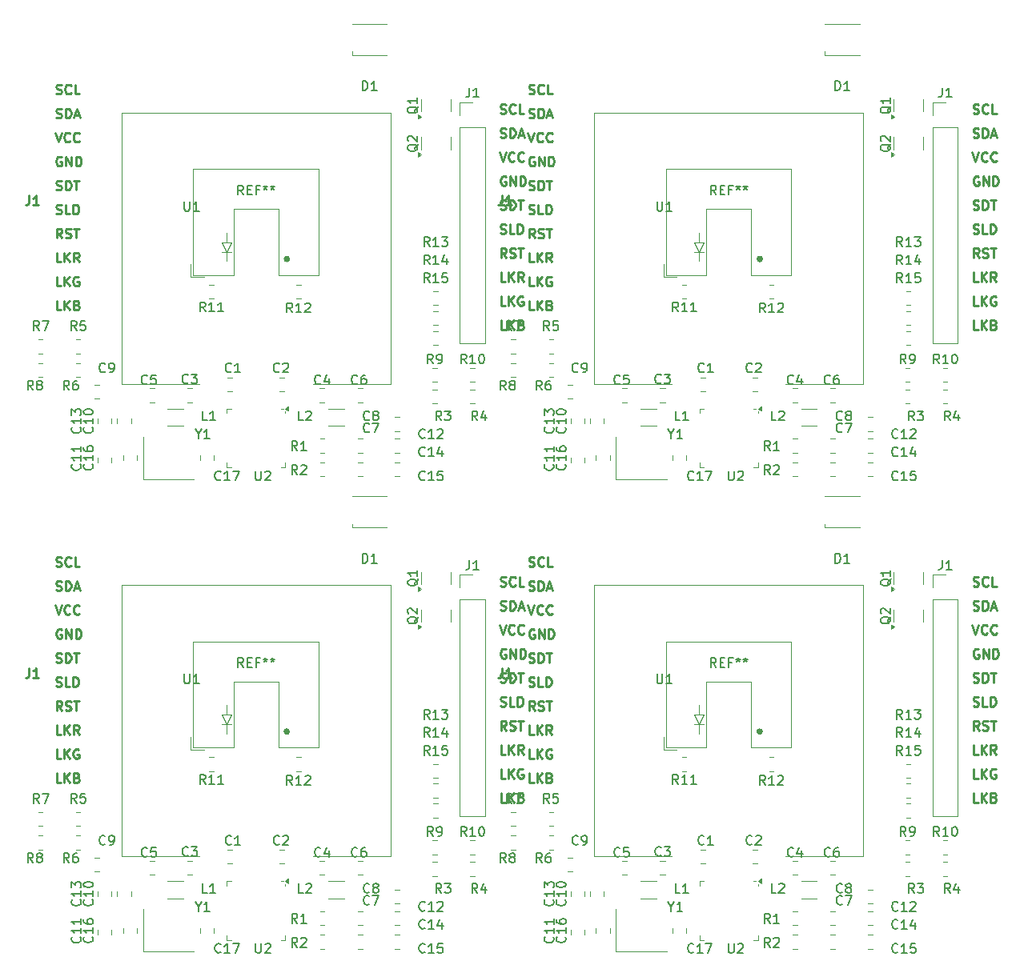
<source format=gbr>
%TF.GenerationSoftware,KiCad,Pcbnew,7.0.11+dfsg-1build4*%
%TF.CreationDate,2026-01-29T22:33:19-05:00*%
%TF.ProjectId,,58585858-5858-4585-9858-585858585858,rev?*%
%TF.SameCoordinates,Original*%
%TF.FileFunction,Legend,Top*%
%TF.FilePolarity,Positive*%
%FSLAX46Y46*%
G04 Gerber Fmt 4.6, Leading zero omitted, Abs format (unit mm)*
G04 Created by KiCad (PCBNEW 7.0.11+dfsg-1build4) date 2026-01-29 22:33:19*
%MOMM*%
%LPD*%
G01*
G04 APERTURE LIST*
%ADD10C,0.250000*%
%ADD11C,0.150000*%
%ADD12C,0.120000*%
%ADD13C,0.360000*%
%ADD14C,0.100000*%
G04 APERTURE END LIST*
D10*
X164543758Y-108129619D02*
X164067568Y-108129619D01*
X164067568Y-108129619D02*
X164067568Y-107129619D01*
X164877092Y-108129619D02*
X164877092Y-107129619D01*
X165448520Y-108129619D02*
X165019949Y-107558190D01*
X165448520Y-107129619D02*
X164877092Y-107701047D01*
X166448520Y-108129619D02*
X166115187Y-107653428D01*
X165877092Y-108129619D02*
X165877092Y-107129619D01*
X165877092Y-107129619D02*
X166258044Y-107129619D01*
X166258044Y-107129619D02*
X166353282Y-107177238D01*
X166353282Y-107177238D02*
X166400901Y-107224857D01*
X166400901Y-107224857D02*
X166448520Y-107320095D01*
X166448520Y-107320095D02*
X166448520Y-107462952D01*
X166448520Y-107462952D02*
X166400901Y-107558190D01*
X166400901Y-107558190D02*
X166353282Y-107605809D01*
X166353282Y-107605809D02*
X166258044Y-107653428D01*
X166258044Y-107653428D02*
X165877092Y-107653428D01*
X117601377Y-94937238D02*
X117506139Y-94889619D01*
X117506139Y-94889619D02*
X117363282Y-94889619D01*
X117363282Y-94889619D02*
X117220425Y-94937238D01*
X117220425Y-94937238D02*
X117125187Y-95032476D01*
X117125187Y-95032476D02*
X117077568Y-95127714D01*
X117077568Y-95127714D02*
X117029949Y-95318190D01*
X117029949Y-95318190D02*
X117029949Y-95461047D01*
X117029949Y-95461047D02*
X117077568Y-95651523D01*
X117077568Y-95651523D02*
X117125187Y-95746761D01*
X117125187Y-95746761D02*
X117220425Y-95842000D01*
X117220425Y-95842000D02*
X117363282Y-95889619D01*
X117363282Y-95889619D02*
X117458520Y-95889619D01*
X117458520Y-95889619D02*
X117601377Y-95842000D01*
X117601377Y-95842000D02*
X117648996Y-95794380D01*
X117648996Y-95794380D02*
X117648996Y-95461047D01*
X117648996Y-95461047D02*
X117458520Y-95461047D01*
X118077568Y-95889619D02*
X118077568Y-94889619D01*
X118077568Y-94889619D02*
X118648996Y-95889619D01*
X118648996Y-95889619D02*
X118648996Y-94889619D01*
X119125187Y-95889619D02*
X119125187Y-94889619D01*
X119125187Y-94889619D02*
X119363282Y-94889619D01*
X119363282Y-94889619D02*
X119506139Y-94937238D01*
X119506139Y-94937238D02*
X119601377Y-95032476D01*
X119601377Y-95032476D02*
X119648996Y-95127714D01*
X119648996Y-95127714D02*
X119696615Y-95318190D01*
X119696615Y-95318190D02*
X119696615Y-95461047D01*
X119696615Y-95461047D02*
X119648996Y-95651523D01*
X119648996Y-95651523D02*
X119601377Y-95746761D01*
X119601377Y-95746761D02*
X119506139Y-95842000D01*
X119506139Y-95842000D02*
X119363282Y-95889619D01*
X119363282Y-95889619D02*
X119125187Y-95889619D01*
X164019949Y-90302000D02*
X164162806Y-90349619D01*
X164162806Y-90349619D02*
X164400901Y-90349619D01*
X164400901Y-90349619D02*
X164496139Y-90302000D01*
X164496139Y-90302000D02*
X164543758Y-90254380D01*
X164543758Y-90254380D02*
X164591377Y-90159142D01*
X164591377Y-90159142D02*
X164591377Y-90063904D01*
X164591377Y-90063904D02*
X164543758Y-89968666D01*
X164543758Y-89968666D02*
X164496139Y-89921047D01*
X164496139Y-89921047D02*
X164400901Y-89873428D01*
X164400901Y-89873428D02*
X164210425Y-89825809D01*
X164210425Y-89825809D02*
X164115187Y-89778190D01*
X164115187Y-89778190D02*
X164067568Y-89730571D01*
X164067568Y-89730571D02*
X164019949Y-89635333D01*
X164019949Y-89635333D02*
X164019949Y-89540095D01*
X164019949Y-89540095D02*
X164067568Y-89444857D01*
X164067568Y-89444857D02*
X164115187Y-89397238D01*
X164115187Y-89397238D02*
X164210425Y-89349619D01*
X164210425Y-89349619D02*
X164448520Y-89349619D01*
X164448520Y-89349619D02*
X164591377Y-89397238D01*
X165591377Y-90254380D02*
X165543758Y-90302000D01*
X165543758Y-90302000D02*
X165400901Y-90349619D01*
X165400901Y-90349619D02*
X165305663Y-90349619D01*
X165305663Y-90349619D02*
X165162806Y-90302000D01*
X165162806Y-90302000D02*
X165067568Y-90206761D01*
X165067568Y-90206761D02*
X165019949Y-90111523D01*
X165019949Y-90111523D02*
X164972330Y-89921047D01*
X164972330Y-89921047D02*
X164972330Y-89778190D01*
X164972330Y-89778190D02*
X165019949Y-89587714D01*
X165019949Y-89587714D02*
X165067568Y-89492476D01*
X165067568Y-89492476D02*
X165162806Y-89397238D01*
X165162806Y-89397238D02*
X165305663Y-89349619D01*
X165305663Y-89349619D02*
X165400901Y-89349619D01*
X165400901Y-89349619D02*
X165543758Y-89397238D01*
X165543758Y-89397238D02*
X165591377Y-89444857D01*
X166496139Y-90349619D02*
X166019949Y-90349619D01*
X166019949Y-90349619D02*
X166019949Y-89349619D01*
X117029949Y-100922000D02*
X117172806Y-100969619D01*
X117172806Y-100969619D02*
X117410901Y-100969619D01*
X117410901Y-100969619D02*
X117506139Y-100922000D01*
X117506139Y-100922000D02*
X117553758Y-100874380D01*
X117553758Y-100874380D02*
X117601377Y-100779142D01*
X117601377Y-100779142D02*
X117601377Y-100683904D01*
X117601377Y-100683904D02*
X117553758Y-100588666D01*
X117553758Y-100588666D02*
X117506139Y-100541047D01*
X117506139Y-100541047D02*
X117410901Y-100493428D01*
X117410901Y-100493428D02*
X117220425Y-100445809D01*
X117220425Y-100445809D02*
X117125187Y-100398190D01*
X117125187Y-100398190D02*
X117077568Y-100350571D01*
X117077568Y-100350571D02*
X117029949Y-100255333D01*
X117029949Y-100255333D02*
X117029949Y-100160095D01*
X117029949Y-100160095D02*
X117077568Y-100064857D01*
X117077568Y-100064857D02*
X117125187Y-100017238D01*
X117125187Y-100017238D02*
X117220425Y-99969619D01*
X117220425Y-99969619D02*
X117458520Y-99969619D01*
X117458520Y-99969619D02*
X117601377Y-100017238D01*
X118506139Y-100969619D02*
X118029949Y-100969619D01*
X118029949Y-100969619D02*
X118029949Y-99969619D01*
X118839473Y-100969619D02*
X118839473Y-99969619D01*
X118839473Y-99969619D02*
X119077568Y-99969619D01*
X119077568Y-99969619D02*
X119220425Y-100017238D01*
X119220425Y-100017238D02*
X119315663Y-100112476D01*
X119315663Y-100112476D02*
X119363282Y-100207714D01*
X119363282Y-100207714D02*
X119410901Y-100398190D01*
X119410901Y-100398190D02*
X119410901Y-100541047D01*
X119410901Y-100541047D02*
X119363282Y-100731523D01*
X119363282Y-100731523D02*
X119315663Y-100826761D01*
X119315663Y-100826761D02*
X119220425Y-100922000D01*
X119220425Y-100922000D02*
X119077568Y-100969619D01*
X119077568Y-100969619D02*
X118839473Y-100969619D01*
X117553758Y-111129619D02*
X117077568Y-111129619D01*
X117077568Y-111129619D02*
X117077568Y-110129619D01*
X117887092Y-111129619D02*
X117887092Y-110129619D01*
X118458520Y-111129619D02*
X118029949Y-110558190D01*
X118458520Y-110129619D02*
X117887092Y-110701047D01*
X119220425Y-110605809D02*
X119363282Y-110653428D01*
X119363282Y-110653428D02*
X119410901Y-110701047D01*
X119410901Y-110701047D02*
X119458520Y-110796285D01*
X119458520Y-110796285D02*
X119458520Y-110939142D01*
X119458520Y-110939142D02*
X119410901Y-111034380D01*
X119410901Y-111034380D02*
X119363282Y-111082000D01*
X119363282Y-111082000D02*
X119268044Y-111129619D01*
X119268044Y-111129619D02*
X118887092Y-111129619D01*
X118887092Y-111129619D02*
X118887092Y-110129619D01*
X118887092Y-110129619D02*
X119220425Y-110129619D01*
X119220425Y-110129619D02*
X119315663Y-110177238D01*
X119315663Y-110177238D02*
X119363282Y-110224857D01*
X119363282Y-110224857D02*
X119410901Y-110320095D01*
X119410901Y-110320095D02*
X119410901Y-110415333D01*
X119410901Y-110415333D02*
X119363282Y-110510571D01*
X119363282Y-110510571D02*
X119315663Y-110558190D01*
X119315663Y-110558190D02*
X119220425Y-110605809D01*
X119220425Y-110605809D02*
X118887092Y-110605809D01*
X164591377Y-97017238D02*
X164496139Y-96969619D01*
X164496139Y-96969619D02*
X164353282Y-96969619D01*
X164353282Y-96969619D02*
X164210425Y-97017238D01*
X164210425Y-97017238D02*
X164115187Y-97112476D01*
X164115187Y-97112476D02*
X164067568Y-97207714D01*
X164067568Y-97207714D02*
X164019949Y-97398190D01*
X164019949Y-97398190D02*
X164019949Y-97541047D01*
X164019949Y-97541047D02*
X164067568Y-97731523D01*
X164067568Y-97731523D02*
X164115187Y-97826761D01*
X164115187Y-97826761D02*
X164210425Y-97922000D01*
X164210425Y-97922000D02*
X164353282Y-97969619D01*
X164353282Y-97969619D02*
X164448520Y-97969619D01*
X164448520Y-97969619D02*
X164591377Y-97922000D01*
X164591377Y-97922000D02*
X164638996Y-97874380D01*
X164638996Y-97874380D02*
X164638996Y-97541047D01*
X164638996Y-97541047D02*
X164448520Y-97541047D01*
X165067568Y-97969619D02*
X165067568Y-96969619D01*
X165067568Y-96969619D02*
X165638996Y-97969619D01*
X165638996Y-97969619D02*
X165638996Y-96969619D01*
X166115187Y-97969619D02*
X166115187Y-96969619D01*
X166115187Y-96969619D02*
X166353282Y-96969619D01*
X166353282Y-96969619D02*
X166496139Y-97017238D01*
X166496139Y-97017238D02*
X166591377Y-97112476D01*
X166591377Y-97112476D02*
X166638996Y-97207714D01*
X166638996Y-97207714D02*
X166686615Y-97398190D01*
X166686615Y-97398190D02*
X166686615Y-97541047D01*
X166686615Y-97541047D02*
X166638996Y-97731523D01*
X166638996Y-97731523D02*
X166591377Y-97826761D01*
X166591377Y-97826761D02*
X166496139Y-97922000D01*
X166496139Y-97922000D02*
X166353282Y-97969619D01*
X166353282Y-97969619D02*
X166115187Y-97969619D01*
X164019949Y-92842000D02*
X164162806Y-92889619D01*
X164162806Y-92889619D02*
X164400901Y-92889619D01*
X164400901Y-92889619D02*
X164496139Y-92842000D01*
X164496139Y-92842000D02*
X164543758Y-92794380D01*
X164543758Y-92794380D02*
X164591377Y-92699142D01*
X164591377Y-92699142D02*
X164591377Y-92603904D01*
X164591377Y-92603904D02*
X164543758Y-92508666D01*
X164543758Y-92508666D02*
X164496139Y-92461047D01*
X164496139Y-92461047D02*
X164400901Y-92413428D01*
X164400901Y-92413428D02*
X164210425Y-92365809D01*
X164210425Y-92365809D02*
X164115187Y-92318190D01*
X164115187Y-92318190D02*
X164067568Y-92270571D01*
X164067568Y-92270571D02*
X164019949Y-92175333D01*
X164019949Y-92175333D02*
X164019949Y-92080095D01*
X164019949Y-92080095D02*
X164067568Y-91984857D01*
X164067568Y-91984857D02*
X164115187Y-91937238D01*
X164115187Y-91937238D02*
X164210425Y-91889619D01*
X164210425Y-91889619D02*
X164448520Y-91889619D01*
X164448520Y-91889619D02*
X164591377Y-91937238D01*
X165019949Y-92889619D02*
X165019949Y-91889619D01*
X165019949Y-91889619D02*
X165258044Y-91889619D01*
X165258044Y-91889619D02*
X165400901Y-91937238D01*
X165400901Y-91937238D02*
X165496139Y-92032476D01*
X165496139Y-92032476D02*
X165543758Y-92127714D01*
X165543758Y-92127714D02*
X165591377Y-92318190D01*
X165591377Y-92318190D02*
X165591377Y-92461047D01*
X165591377Y-92461047D02*
X165543758Y-92651523D01*
X165543758Y-92651523D02*
X165496139Y-92746761D01*
X165496139Y-92746761D02*
X165400901Y-92842000D01*
X165400901Y-92842000D02*
X165258044Y-92889619D01*
X165258044Y-92889619D02*
X165019949Y-92889619D01*
X165972330Y-92603904D02*
X166448520Y-92603904D01*
X165877092Y-92889619D02*
X166210425Y-91889619D01*
X166210425Y-91889619D02*
X166543758Y-92889619D01*
X116934711Y-92349619D02*
X117268044Y-93349619D01*
X117268044Y-93349619D02*
X117601377Y-92349619D01*
X118506139Y-93254380D02*
X118458520Y-93302000D01*
X118458520Y-93302000D02*
X118315663Y-93349619D01*
X118315663Y-93349619D02*
X118220425Y-93349619D01*
X118220425Y-93349619D02*
X118077568Y-93302000D01*
X118077568Y-93302000D02*
X117982330Y-93206761D01*
X117982330Y-93206761D02*
X117934711Y-93111523D01*
X117934711Y-93111523D02*
X117887092Y-92921047D01*
X117887092Y-92921047D02*
X117887092Y-92778190D01*
X117887092Y-92778190D02*
X117934711Y-92587714D01*
X117934711Y-92587714D02*
X117982330Y-92492476D01*
X117982330Y-92492476D02*
X118077568Y-92397238D01*
X118077568Y-92397238D02*
X118220425Y-92349619D01*
X118220425Y-92349619D02*
X118315663Y-92349619D01*
X118315663Y-92349619D02*
X118458520Y-92397238D01*
X118458520Y-92397238D02*
X118506139Y-92444857D01*
X119506139Y-93254380D02*
X119458520Y-93302000D01*
X119458520Y-93302000D02*
X119315663Y-93349619D01*
X119315663Y-93349619D02*
X119220425Y-93349619D01*
X119220425Y-93349619D02*
X119077568Y-93302000D01*
X119077568Y-93302000D02*
X118982330Y-93206761D01*
X118982330Y-93206761D02*
X118934711Y-93111523D01*
X118934711Y-93111523D02*
X118887092Y-92921047D01*
X118887092Y-92921047D02*
X118887092Y-92778190D01*
X118887092Y-92778190D02*
X118934711Y-92587714D01*
X118934711Y-92587714D02*
X118982330Y-92492476D01*
X118982330Y-92492476D02*
X119077568Y-92397238D01*
X119077568Y-92397238D02*
X119220425Y-92349619D01*
X119220425Y-92349619D02*
X119315663Y-92349619D01*
X119315663Y-92349619D02*
X119458520Y-92397238D01*
X119458520Y-92397238D02*
X119506139Y-92444857D01*
X117553758Y-106049619D02*
X117077568Y-106049619D01*
X117077568Y-106049619D02*
X117077568Y-105049619D01*
X117887092Y-106049619D02*
X117887092Y-105049619D01*
X118458520Y-106049619D02*
X118029949Y-105478190D01*
X118458520Y-105049619D02*
X117887092Y-105621047D01*
X119458520Y-106049619D02*
X119125187Y-105573428D01*
X118887092Y-106049619D02*
X118887092Y-105049619D01*
X118887092Y-105049619D02*
X119268044Y-105049619D01*
X119268044Y-105049619D02*
X119363282Y-105097238D01*
X119363282Y-105097238D02*
X119410901Y-105144857D01*
X119410901Y-105144857D02*
X119458520Y-105240095D01*
X119458520Y-105240095D02*
X119458520Y-105382952D01*
X119458520Y-105382952D02*
X119410901Y-105478190D01*
X119410901Y-105478190D02*
X119363282Y-105525809D01*
X119363282Y-105525809D02*
X119268044Y-105573428D01*
X119268044Y-105573428D02*
X118887092Y-105573428D01*
X114188282Y-98999619D02*
X114188282Y-99713904D01*
X114188282Y-99713904D02*
X114140663Y-99856761D01*
X114140663Y-99856761D02*
X114045425Y-99952000D01*
X114045425Y-99952000D02*
X113902568Y-99999619D01*
X113902568Y-99999619D02*
X113807330Y-99999619D01*
X115188282Y-99999619D02*
X114616854Y-99999619D01*
X114902568Y-99999619D02*
X114902568Y-98999619D01*
X114902568Y-98999619D02*
X114807330Y-99142476D01*
X114807330Y-99142476D02*
X114712092Y-99237714D01*
X114712092Y-99237714D02*
X114616854Y-99285333D01*
X164543758Y-110669619D02*
X164067568Y-110669619D01*
X164067568Y-110669619D02*
X164067568Y-109669619D01*
X164877092Y-110669619D02*
X164877092Y-109669619D01*
X165448520Y-110669619D02*
X165019949Y-110098190D01*
X165448520Y-109669619D02*
X164877092Y-110241047D01*
X166400901Y-109717238D02*
X166305663Y-109669619D01*
X166305663Y-109669619D02*
X166162806Y-109669619D01*
X166162806Y-109669619D02*
X166019949Y-109717238D01*
X166019949Y-109717238D02*
X165924711Y-109812476D01*
X165924711Y-109812476D02*
X165877092Y-109907714D01*
X165877092Y-109907714D02*
X165829473Y-110098190D01*
X165829473Y-110098190D02*
X165829473Y-110241047D01*
X165829473Y-110241047D02*
X165877092Y-110431523D01*
X165877092Y-110431523D02*
X165924711Y-110526761D01*
X165924711Y-110526761D02*
X166019949Y-110622000D01*
X166019949Y-110622000D02*
X166162806Y-110669619D01*
X166162806Y-110669619D02*
X166258044Y-110669619D01*
X166258044Y-110669619D02*
X166400901Y-110622000D01*
X166400901Y-110622000D02*
X166448520Y-110574380D01*
X166448520Y-110574380D02*
X166448520Y-110241047D01*
X166448520Y-110241047D02*
X166258044Y-110241047D01*
X164543758Y-113209619D02*
X164067568Y-113209619D01*
X164067568Y-113209619D02*
X164067568Y-112209619D01*
X164877092Y-113209619D02*
X164877092Y-112209619D01*
X165448520Y-113209619D02*
X165019949Y-112638190D01*
X165448520Y-112209619D02*
X164877092Y-112781047D01*
X166210425Y-112685809D02*
X166353282Y-112733428D01*
X166353282Y-112733428D02*
X166400901Y-112781047D01*
X166400901Y-112781047D02*
X166448520Y-112876285D01*
X166448520Y-112876285D02*
X166448520Y-113019142D01*
X166448520Y-113019142D02*
X166400901Y-113114380D01*
X166400901Y-113114380D02*
X166353282Y-113162000D01*
X166353282Y-113162000D02*
X166258044Y-113209619D01*
X166258044Y-113209619D02*
X165877092Y-113209619D01*
X165877092Y-113209619D02*
X165877092Y-112209619D01*
X165877092Y-112209619D02*
X166210425Y-112209619D01*
X166210425Y-112209619D02*
X166305663Y-112257238D01*
X166305663Y-112257238D02*
X166353282Y-112304857D01*
X166353282Y-112304857D02*
X166400901Y-112400095D01*
X166400901Y-112400095D02*
X166400901Y-112495333D01*
X166400901Y-112495333D02*
X166353282Y-112590571D01*
X166353282Y-112590571D02*
X166305663Y-112638190D01*
X166305663Y-112638190D02*
X166210425Y-112685809D01*
X166210425Y-112685809D02*
X165877092Y-112685809D01*
X117029949Y-98382000D02*
X117172806Y-98429619D01*
X117172806Y-98429619D02*
X117410901Y-98429619D01*
X117410901Y-98429619D02*
X117506139Y-98382000D01*
X117506139Y-98382000D02*
X117553758Y-98334380D01*
X117553758Y-98334380D02*
X117601377Y-98239142D01*
X117601377Y-98239142D02*
X117601377Y-98143904D01*
X117601377Y-98143904D02*
X117553758Y-98048666D01*
X117553758Y-98048666D02*
X117506139Y-98001047D01*
X117506139Y-98001047D02*
X117410901Y-97953428D01*
X117410901Y-97953428D02*
X117220425Y-97905809D01*
X117220425Y-97905809D02*
X117125187Y-97858190D01*
X117125187Y-97858190D02*
X117077568Y-97810571D01*
X117077568Y-97810571D02*
X117029949Y-97715333D01*
X117029949Y-97715333D02*
X117029949Y-97620095D01*
X117029949Y-97620095D02*
X117077568Y-97524857D01*
X117077568Y-97524857D02*
X117125187Y-97477238D01*
X117125187Y-97477238D02*
X117220425Y-97429619D01*
X117220425Y-97429619D02*
X117458520Y-97429619D01*
X117458520Y-97429619D02*
X117601377Y-97477238D01*
X118029949Y-98429619D02*
X118029949Y-97429619D01*
X118029949Y-97429619D02*
X118268044Y-97429619D01*
X118268044Y-97429619D02*
X118410901Y-97477238D01*
X118410901Y-97477238D02*
X118506139Y-97572476D01*
X118506139Y-97572476D02*
X118553758Y-97667714D01*
X118553758Y-97667714D02*
X118601377Y-97858190D01*
X118601377Y-97858190D02*
X118601377Y-98001047D01*
X118601377Y-98001047D02*
X118553758Y-98191523D01*
X118553758Y-98191523D02*
X118506139Y-98286761D01*
X118506139Y-98286761D02*
X118410901Y-98382000D01*
X118410901Y-98382000D02*
X118268044Y-98429619D01*
X118268044Y-98429619D02*
X118029949Y-98429619D01*
X118887092Y-97429619D02*
X119458520Y-97429619D01*
X119172806Y-98429619D02*
X119172806Y-97429619D01*
X164638996Y-105589619D02*
X164305663Y-105113428D01*
X164067568Y-105589619D02*
X164067568Y-104589619D01*
X164067568Y-104589619D02*
X164448520Y-104589619D01*
X164448520Y-104589619D02*
X164543758Y-104637238D01*
X164543758Y-104637238D02*
X164591377Y-104684857D01*
X164591377Y-104684857D02*
X164638996Y-104780095D01*
X164638996Y-104780095D02*
X164638996Y-104922952D01*
X164638996Y-104922952D02*
X164591377Y-105018190D01*
X164591377Y-105018190D02*
X164543758Y-105065809D01*
X164543758Y-105065809D02*
X164448520Y-105113428D01*
X164448520Y-105113428D02*
X164067568Y-105113428D01*
X165019949Y-105542000D02*
X165162806Y-105589619D01*
X165162806Y-105589619D02*
X165400901Y-105589619D01*
X165400901Y-105589619D02*
X165496139Y-105542000D01*
X165496139Y-105542000D02*
X165543758Y-105494380D01*
X165543758Y-105494380D02*
X165591377Y-105399142D01*
X165591377Y-105399142D02*
X165591377Y-105303904D01*
X165591377Y-105303904D02*
X165543758Y-105208666D01*
X165543758Y-105208666D02*
X165496139Y-105161047D01*
X165496139Y-105161047D02*
X165400901Y-105113428D01*
X165400901Y-105113428D02*
X165210425Y-105065809D01*
X165210425Y-105065809D02*
X165115187Y-105018190D01*
X165115187Y-105018190D02*
X165067568Y-104970571D01*
X165067568Y-104970571D02*
X165019949Y-104875333D01*
X165019949Y-104875333D02*
X165019949Y-104780095D01*
X165019949Y-104780095D02*
X165067568Y-104684857D01*
X165067568Y-104684857D02*
X165115187Y-104637238D01*
X165115187Y-104637238D02*
X165210425Y-104589619D01*
X165210425Y-104589619D02*
X165448520Y-104589619D01*
X165448520Y-104589619D02*
X165591377Y-104637238D01*
X165877092Y-104589619D02*
X166448520Y-104589619D01*
X166162806Y-105589619D02*
X166162806Y-104589619D01*
X164019949Y-103002000D02*
X164162806Y-103049619D01*
X164162806Y-103049619D02*
X164400901Y-103049619D01*
X164400901Y-103049619D02*
X164496139Y-103002000D01*
X164496139Y-103002000D02*
X164543758Y-102954380D01*
X164543758Y-102954380D02*
X164591377Y-102859142D01*
X164591377Y-102859142D02*
X164591377Y-102763904D01*
X164591377Y-102763904D02*
X164543758Y-102668666D01*
X164543758Y-102668666D02*
X164496139Y-102621047D01*
X164496139Y-102621047D02*
X164400901Y-102573428D01*
X164400901Y-102573428D02*
X164210425Y-102525809D01*
X164210425Y-102525809D02*
X164115187Y-102478190D01*
X164115187Y-102478190D02*
X164067568Y-102430571D01*
X164067568Y-102430571D02*
X164019949Y-102335333D01*
X164019949Y-102335333D02*
X164019949Y-102240095D01*
X164019949Y-102240095D02*
X164067568Y-102144857D01*
X164067568Y-102144857D02*
X164115187Y-102097238D01*
X164115187Y-102097238D02*
X164210425Y-102049619D01*
X164210425Y-102049619D02*
X164448520Y-102049619D01*
X164448520Y-102049619D02*
X164591377Y-102097238D01*
X165496139Y-103049619D02*
X165019949Y-103049619D01*
X165019949Y-103049619D02*
X165019949Y-102049619D01*
X165829473Y-103049619D02*
X165829473Y-102049619D01*
X165829473Y-102049619D02*
X166067568Y-102049619D01*
X166067568Y-102049619D02*
X166210425Y-102097238D01*
X166210425Y-102097238D02*
X166305663Y-102192476D01*
X166305663Y-102192476D02*
X166353282Y-102287714D01*
X166353282Y-102287714D02*
X166400901Y-102478190D01*
X166400901Y-102478190D02*
X166400901Y-102621047D01*
X166400901Y-102621047D02*
X166353282Y-102811523D01*
X166353282Y-102811523D02*
X166305663Y-102906761D01*
X166305663Y-102906761D02*
X166210425Y-103002000D01*
X166210425Y-103002000D02*
X166067568Y-103049619D01*
X166067568Y-103049619D02*
X165829473Y-103049619D01*
X163924711Y-94429619D02*
X164258044Y-95429619D01*
X164258044Y-95429619D02*
X164591377Y-94429619D01*
X165496139Y-95334380D02*
X165448520Y-95382000D01*
X165448520Y-95382000D02*
X165305663Y-95429619D01*
X165305663Y-95429619D02*
X165210425Y-95429619D01*
X165210425Y-95429619D02*
X165067568Y-95382000D01*
X165067568Y-95382000D02*
X164972330Y-95286761D01*
X164972330Y-95286761D02*
X164924711Y-95191523D01*
X164924711Y-95191523D02*
X164877092Y-95001047D01*
X164877092Y-95001047D02*
X164877092Y-94858190D01*
X164877092Y-94858190D02*
X164924711Y-94667714D01*
X164924711Y-94667714D02*
X164972330Y-94572476D01*
X164972330Y-94572476D02*
X165067568Y-94477238D01*
X165067568Y-94477238D02*
X165210425Y-94429619D01*
X165210425Y-94429619D02*
X165305663Y-94429619D01*
X165305663Y-94429619D02*
X165448520Y-94477238D01*
X165448520Y-94477238D02*
X165496139Y-94524857D01*
X166496139Y-95334380D02*
X166448520Y-95382000D01*
X166448520Y-95382000D02*
X166305663Y-95429619D01*
X166305663Y-95429619D02*
X166210425Y-95429619D01*
X166210425Y-95429619D02*
X166067568Y-95382000D01*
X166067568Y-95382000D02*
X165972330Y-95286761D01*
X165972330Y-95286761D02*
X165924711Y-95191523D01*
X165924711Y-95191523D02*
X165877092Y-95001047D01*
X165877092Y-95001047D02*
X165877092Y-94858190D01*
X165877092Y-94858190D02*
X165924711Y-94667714D01*
X165924711Y-94667714D02*
X165972330Y-94572476D01*
X165972330Y-94572476D02*
X166067568Y-94477238D01*
X166067568Y-94477238D02*
X166210425Y-94429619D01*
X166210425Y-94429619D02*
X166305663Y-94429619D01*
X166305663Y-94429619D02*
X166448520Y-94477238D01*
X166448520Y-94477238D02*
X166496139Y-94524857D01*
X117553758Y-108589619D02*
X117077568Y-108589619D01*
X117077568Y-108589619D02*
X117077568Y-107589619D01*
X117887092Y-108589619D02*
X117887092Y-107589619D01*
X118458520Y-108589619D02*
X118029949Y-108018190D01*
X118458520Y-107589619D02*
X117887092Y-108161047D01*
X119410901Y-107637238D02*
X119315663Y-107589619D01*
X119315663Y-107589619D02*
X119172806Y-107589619D01*
X119172806Y-107589619D02*
X119029949Y-107637238D01*
X119029949Y-107637238D02*
X118934711Y-107732476D01*
X118934711Y-107732476D02*
X118887092Y-107827714D01*
X118887092Y-107827714D02*
X118839473Y-108018190D01*
X118839473Y-108018190D02*
X118839473Y-108161047D01*
X118839473Y-108161047D02*
X118887092Y-108351523D01*
X118887092Y-108351523D02*
X118934711Y-108446761D01*
X118934711Y-108446761D02*
X119029949Y-108542000D01*
X119029949Y-108542000D02*
X119172806Y-108589619D01*
X119172806Y-108589619D02*
X119268044Y-108589619D01*
X119268044Y-108589619D02*
X119410901Y-108542000D01*
X119410901Y-108542000D02*
X119458520Y-108494380D01*
X119458520Y-108494380D02*
X119458520Y-108161047D01*
X119458520Y-108161047D02*
X119268044Y-108161047D01*
X117648996Y-103509619D02*
X117315663Y-103033428D01*
X117077568Y-103509619D02*
X117077568Y-102509619D01*
X117077568Y-102509619D02*
X117458520Y-102509619D01*
X117458520Y-102509619D02*
X117553758Y-102557238D01*
X117553758Y-102557238D02*
X117601377Y-102604857D01*
X117601377Y-102604857D02*
X117648996Y-102700095D01*
X117648996Y-102700095D02*
X117648996Y-102842952D01*
X117648996Y-102842952D02*
X117601377Y-102938190D01*
X117601377Y-102938190D02*
X117553758Y-102985809D01*
X117553758Y-102985809D02*
X117458520Y-103033428D01*
X117458520Y-103033428D02*
X117077568Y-103033428D01*
X118029949Y-103462000D02*
X118172806Y-103509619D01*
X118172806Y-103509619D02*
X118410901Y-103509619D01*
X118410901Y-103509619D02*
X118506139Y-103462000D01*
X118506139Y-103462000D02*
X118553758Y-103414380D01*
X118553758Y-103414380D02*
X118601377Y-103319142D01*
X118601377Y-103319142D02*
X118601377Y-103223904D01*
X118601377Y-103223904D02*
X118553758Y-103128666D01*
X118553758Y-103128666D02*
X118506139Y-103081047D01*
X118506139Y-103081047D02*
X118410901Y-103033428D01*
X118410901Y-103033428D02*
X118220425Y-102985809D01*
X118220425Y-102985809D02*
X118125187Y-102938190D01*
X118125187Y-102938190D02*
X118077568Y-102890571D01*
X118077568Y-102890571D02*
X118029949Y-102795333D01*
X118029949Y-102795333D02*
X118029949Y-102700095D01*
X118029949Y-102700095D02*
X118077568Y-102604857D01*
X118077568Y-102604857D02*
X118125187Y-102557238D01*
X118125187Y-102557238D02*
X118220425Y-102509619D01*
X118220425Y-102509619D02*
X118458520Y-102509619D01*
X118458520Y-102509619D02*
X118601377Y-102557238D01*
X118887092Y-102509619D02*
X119458520Y-102509619D01*
X119172806Y-103509619D02*
X119172806Y-102509619D01*
X164019949Y-100462000D02*
X164162806Y-100509619D01*
X164162806Y-100509619D02*
X164400901Y-100509619D01*
X164400901Y-100509619D02*
X164496139Y-100462000D01*
X164496139Y-100462000D02*
X164543758Y-100414380D01*
X164543758Y-100414380D02*
X164591377Y-100319142D01*
X164591377Y-100319142D02*
X164591377Y-100223904D01*
X164591377Y-100223904D02*
X164543758Y-100128666D01*
X164543758Y-100128666D02*
X164496139Y-100081047D01*
X164496139Y-100081047D02*
X164400901Y-100033428D01*
X164400901Y-100033428D02*
X164210425Y-99985809D01*
X164210425Y-99985809D02*
X164115187Y-99938190D01*
X164115187Y-99938190D02*
X164067568Y-99890571D01*
X164067568Y-99890571D02*
X164019949Y-99795333D01*
X164019949Y-99795333D02*
X164019949Y-99700095D01*
X164019949Y-99700095D02*
X164067568Y-99604857D01*
X164067568Y-99604857D02*
X164115187Y-99557238D01*
X164115187Y-99557238D02*
X164210425Y-99509619D01*
X164210425Y-99509619D02*
X164448520Y-99509619D01*
X164448520Y-99509619D02*
X164591377Y-99557238D01*
X165019949Y-100509619D02*
X165019949Y-99509619D01*
X165019949Y-99509619D02*
X165258044Y-99509619D01*
X165258044Y-99509619D02*
X165400901Y-99557238D01*
X165400901Y-99557238D02*
X165496139Y-99652476D01*
X165496139Y-99652476D02*
X165543758Y-99747714D01*
X165543758Y-99747714D02*
X165591377Y-99938190D01*
X165591377Y-99938190D02*
X165591377Y-100081047D01*
X165591377Y-100081047D02*
X165543758Y-100271523D01*
X165543758Y-100271523D02*
X165496139Y-100366761D01*
X165496139Y-100366761D02*
X165400901Y-100462000D01*
X165400901Y-100462000D02*
X165258044Y-100509619D01*
X165258044Y-100509619D02*
X165019949Y-100509619D01*
X165877092Y-99509619D02*
X166448520Y-99509619D01*
X166162806Y-100509619D02*
X166162806Y-99509619D01*
X117029949Y-88222000D02*
X117172806Y-88269619D01*
X117172806Y-88269619D02*
X117410901Y-88269619D01*
X117410901Y-88269619D02*
X117506139Y-88222000D01*
X117506139Y-88222000D02*
X117553758Y-88174380D01*
X117553758Y-88174380D02*
X117601377Y-88079142D01*
X117601377Y-88079142D02*
X117601377Y-87983904D01*
X117601377Y-87983904D02*
X117553758Y-87888666D01*
X117553758Y-87888666D02*
X117506139Y-87841047D01*
X117506139Y-87841047D02*
X117410901Y-87793428D01*
X117410901Y-87793428D02*
X117220425Y-87745809D01*
X117220425Y-87745809D02*
X117125187Y-87698190D01*
X117125187Y-87698190D02*
X117077568Y-87650571D01*
X117077568Y-87650571D02*
X117029949Y-87555333D01*
X117029949Y-87555333D02*
X117029949Y-87460095D01*
X117029949Y-87460095D02*
X117077568Y-87364857D01*
X117077568Y-87364857D02*
X117125187Y-87317238D01*
X117125187Y-87317238D02*
X117220425Y-87269619D01*
X117220425Y-87269619D02*
X117458520Y-87269619D01*
X117458520Y-87269619D02*
X117601377Y-87317238D01*
X118601377Y-88174380D02*
X118553758Y-88222000D01*
X118553758Y-88222000D02*
X118410901Y-88269619D01*
X118410901Y-88269619D02*
X118315663Y-88269619D01*
X118315663Y-88269619D02*
X118172806Y-88222000D01*
X118172806Y-88222000D02*
X118077568Y-88126761D01*
X118077568Y-88126761D02*
X118029949Y-88031523D01*
X118029949Y-88031523D02*
X117982330Y-87841047D01*
X117982330Y-87841047D02*
X117982330Y-87698190D01*
X117982330Y-87698190D02*
X118029949Y-87507714D01*
X118029949Y-87507714D02*
X118077568Y-87412476D01*
X118077568Y-87412476D02*
X118172806Y-87317238D01*
X118172806Y-87317238D02*
X118315663Y-87269619D01*
X118315663Y-87269619D02*
X118410901Y-87269619D01*
X118410901Y-87269619D02*
X118553758Y-87317238D01*
X118553758Y-87317238D02*
X118601377Y-87364857D01*
X119506139Y-88269619D02*
X119029949Y-88269619D01*
X119029949Y-88269619D02*
X119029949Y-87269619D01*
X117029949Y-90762000D02*
X117172806Y-90809619D01*
X117172806Y-90809619D02*
X117410901Y-90809619D01*
X117410901Y-90809619D02*
X117506139Y-90762000D01*
X117506139Y-90762000D02*
X117553758Y-90714380D01*
X117553758Y-90714380D02*
X117601377Y-90619142D01*
X117601377Y-90619142D02*
X117601377Y-90523904D01*
X117601377Y-90523904D02*
X117553758Y-90428666D01*
X117553758Y-90428666D02*
X117506139Y-90381047D01*
X117506139Y-90381047D02*
X117410901Y-90333428D01*
X117410901Y-90333428D02*
X117220425Y-90285809D01*
X117220425Y-90285809D02*
X117125187Y-90238190D01*
X117125187Y-90238190D02*
X117077568Y-90190571D01*
X117077568Y-90190571D02*
X117029949Y-90095333D01*
X117029949Y-90095333D02*
X117029949Y-90000095D01*
X117029949Y-90000095D02*
X117077568Y-89904857D01*
X117077568Y-89904857D02*
X117125187Y-89857238D01*
X117125187Y-89857238D02*
X117220425Y-89809619D01*
X117220425Y-89809619D02*
X117458520Y-89809619D01*
X117458520Y-89809619D02*
X117601377Y-89857238D01*
X118029949Y-90809619D02*
X118029949Y-89809619D01*
X118029949Y-89809619D02*
X118268044Y-89809619D01*
X118268044Y-89809619D02*
X118410901Y-89857238D01*
X118410901Y-89857238D02*
X118506139Y-89952476D01*
X118506139Y-89952476D02*
X118553758Y-90047714D01*
X118553758Y-90047714D02*
X118601377Y-90238190D01*
X118601377Y-90238190D02*
X118601377Y-90381047D01*
X118601377Y-90381047D02*
X118553758Y-90571523D01*
X118553758Y-90571523D02*
X118506139Y-90666761D01*
X118506139Y-90666761D02*
X118410901Y-90762000D01*
X118410901Y-90762000D02*
X118268044Y-90809619D01*
X118268044Y-90809619D02*
X118029949Y-90809619D01*
X118982330Y-90523904D02*
X119458520Y-90523904D01*
X118887092Y-90809619D02*
X119220425Y-89809619D01*
X119220425Y-89809619D02*
X119553758Y-90809619D01*
X114543758Y-108129619D02*
X114067568Y-108129619D01*
X114067568Y-108129619D02*
X114067568Y-107129619D01*
X114877092Y-108129619D02*
X114877092Y-107129619D01*
X115448520Y-108129619D02*
X115019949Y-107558190D01*
X115448520Y-107129619D02*
X114877092Y-107701047D01*
X116448520Y-108129619D02*
X116115187Y-107653428D01*
X115877092Y-108129619D02*
X115877092Y-107129619D01*
X115877092Y-107129619D02*
X116258044Y-107129619D01*
X116258044Y-107129619D02*
X116353282Y-107177238D01*
X116353282Y-107177238D02*
X116400901Y-107224857D01*
X116400901Y-107224857D02*
X116448520Y-107320095D01*
X116448520Y-107320095D02*
X116448520Y-107462952D01*
X116448520Y-107462952D02*
X116400901Y-107558190D01*
X116400901Y-107558190D02*
X116353282Y-107605809D01*
X116353282Y-107605809D02*
X116258044Y-107653428D01*
X116258044Y-107653428D02*
X115877092Y-107653428D01*
X67601377Y-94937238D02*
X67506139Y-94889619D01*
X67506139Y-94889619D02*
X67363282Y-94889619D01*
X67363282Y-94889619D02*
X67220425Y-94937238D01*
X67220425Y-94937238D02*
X67125187Y-95032476D01*
X67125187Y-95032476D02*
X67077568Y-95127714D01*
X67077568Y-95127714D02*
X67029949Y-95318190D01*
X67029949Y-95318190D02*
X67029949Y-95461047D01*
X67029949Y-95461047D02*
X67077568Y-95651523D01*
X67077568Y-95651523D02*
X67125187Y-95746761D01*
X67125187Y-95746761D02*
X67220425Y-95842000D01*
X67220425Y-95842000D02*
X67363282Y-95889619D01*
X67363282Y-95889619D02*
X67458520Y-95889619D01*
X67458520Y-95889619D02*
X67601377Y-95842000D01*
X67601377Y-95842000D02*
X67648996Y-95794380D01*
X67648996Y-95794380D02*
X67648996Y-95461047D01*
X67648996Y-95461047D02*
X67458520Y-95461047D01*
X68077568Y-95889619D02*
X68077568Y-94889619D01*
X68077568Y-94889619D02*
X68648996Y-95889619D01*
X68648996Y-95889619D02*
X68648996Y-94889619D01*
X69125187Y-95889619D02*
X69125187Y-94889619D01*
X69125187Y-94889619D02*
X69363282Y-94889619D01*
X69363282Y-94889619D02*
X69506139Y-94937238D01*
X69506139Y-94937238D02*
X69601377Y-95032476D01*
X69601377Y-95032476D02*
X69648996Y-95127714D01*
X69648996Y-95127714D02*
X69696615Y-95318190D01*
X69696615Y-95318190D02*
X69696615Y-95461047D01*
X69696615Y-95461047D02*
X69648996Y-95651523D01*
X69648996Y-95651523D02*
X69601377Y-95746761D01*
X69601377Y-95746761D02*
X69506139Y-95842000D01*
X69506139Y-95842000D02*
X69363282Y-95889619D01*
X69363282Y-95889619D02*
X69125187Y-95889619D01*
X114019949Y-90302000D02*
X114162806Y-90349619D01*
X114162806Y-90349619D02*
X114400901Y-90349619D01*
X114400901Y-90349619D02*
X114496139Y-90302000D01*
X114496139Y-90302000D02*
X114543758Y-90254380D01*
X114543758Y-90254380D02*
X114591377Y-90159142D01*
X114591377Y-90159142D02*
X114591377Y-90063904D01*
X114591377Y-90063904D02*
X114543758Y-89968666D01*
X114543758Y-89968666D02*
X114496139Y-89921047D01*
X114496139Y-89921047D02*
X114400901Y-89873428D01*
X114400901Y-89873428D02*
X114210425Y-89825809D01*
X114210425Y-89825809D02*
X114115187Y-89778190D01*
X114115187Y-89778190D02*
X114067568Y-89730571D01*
X114067568Y-89730571D02*
X114019949Y-89635333D01*
X114019949Y-89635333D02*
X114019949Y-89540095D01*
X114019949Y-89540095D02*
X114067568Y-89444857D01*
X114067568Y-89444857D02*
X114115187Y-89397238D01*
X114115187Y-89397238D02*
X114210425Y-89349619D01*
X114210425Y-89349619D02*
X114448520Y-89349619D01*
X114448520Y-89349619D02*
X114591377Y-89397238D01*
X115591377Y-90254380D02*
X115543758Y-90302000D01*
X115543758Y-90302000D02*
X115400901Y-90349619D01*
X115400901Y-90349619D02*
X115305663Y-90349619D01*
X115305663Y-90349619D02*
X115162806Y-90302000D01*
X115162806Y-90302000D02*
X115067568Y-90206761D01*
X115067568Y-90206761D02*
X115019949Y-90111523D01*
X115019949Y-90111523D02*
X114972330Y-89921047D01*
X114972330Y-89921047D02*
X114972330Y-89778190D01*
X114972330Y-89778190D02*
X115019949Y-89587714D01*
X115019949Y-89587714D02*
X115067568Y-89492476D01*
X115067568Y-89492476D02*
X115162806Y-89397238D01*
X115162806Y-89397238D02*
X115305663Y-89349619D01*
X115305663Y-89349619D02*
X115400901Y-89349619D01*
X115400901Y-89349619D02*
X115543758Y-89397238D01*
X115543758Y-89397238D02*
X115591377Y-89444857D01*
X116496139Y-90349619D02*
X116019949Y-90349619D01*
X116019949Y-90349619D02*
X116019949Y-89349619D01*
X67029949Y-100922000D02*
X67172806Y-100969619D01*
X67172806Y-100969619D02*
X67410901Y-100969619D01*
X67410901Y-100969619D02*
X67506139Y-100922000D01*
X67506139Y-100922000D02*
X67553758Y-100874380D01*
X67553758Y-100874380D02*
X67601377Y-100779142D01*
X67601377Y-100779142D02*
X67601377Y-100683904D01*
X67601377Y-100683904D02*
X67553758Y-100588666D01*
X67553758Y-100588666D02*
X67506139Y-100541047D01*
X67506139Y-100541047D02*
X67410901Y-100493428D01*
X67410901Y-100493428D02*
X67220425Y-100445809D01*
X67220425Y-100445809D02*
X67125187Y-100398190D01*
X67125187Y-100398190D02*
X67077568Y-100350571D01*
X67077568Y-100350571D02*
X67029949Y-100255333D01*
X67029949Y-100255333D02*
X67029949Y-100160095D01*
X67029949Y-100160095D02*
X67077568Y-100064857D01*
X67077568Y-100064857D02*
X67125187Y-100017238D01*
X67125187Y-100017238D02*
X67220425Y-99969619D01*
X67220425Y-99969619D02*
X67458520Y-99969619D01*
X67458520Y-99969619D02*
X67601377Y-100017238D01*
X68506139Y-100969619D02*
X68029949Y-100969619D01*
X68029949Y-100969619D02*
X68029949Y-99969619D01*
X68839473Y-100969619D02*
X68839473Y-99969619D01*
X68839473Y-99969619D02*
X69077568Y-99969619D01*
X69077568Y-99969619D02*
X69220425Y-100017238D01*
X69220425Y-100017238D02*
X69315663Y-100112476D01*
X69315663Y-100112476D02*
X69363282Y-100207714D01*
X69363282Y-100207714D02*
X69410901Y-100398190D01*
X69410901Y-100398190D02*
X69410901Y-100541047D01*
X69410901Y-100541047D02*
X69363282Y-100731523D01*
X69363282Y-100731523D02*
X69315663Y-100826761D01*
X69315663Y-100826761D02*
X69220425Y-100922000D01*
X69220425Y-100922000D02*
X69077568Y-100969619D01*
X69077568Y-100969619D02*
X68839473Y-100969619D01*
X67553758Y-111129619D02*
X67077568Y-111129619D01*
X67077568Y-111129619D02*
X67077568Y-110129619D01*
X67887092Y-111129619D02*
X67887092Y-110129619D01*
X68458520Y-111129619D02*
X68029949Y-110558190D01*
X68458520Y-110129619D02*
X67887092Y-110701047D01*
X69220425Y-110605809D02*
X69363282Y-110653428D01*
X69363282Y-110653428D02*
X69410901Y-110701047D01*
X69410901Y-110701047D02*
X69458520Y-110796285D01*
X69458520Y-110796285D02*
X69458520Y-110939142D01*
X69458520Y-110939142D02*
X69410901Y-111034380D01*
X69410901Y-111034380D02*
X69363282Y-111082000D01*
X69363282Y-111082000D02*
X69268044Y-111129619D01*
X69268044Y-111129619D02*
X68887092Y-111129619D01*
X68887092Y-111129619D02*
X68887092Y-110129619D01*
X68887092Y-110129619D02*
X69220425Y-110129619D01*
X69220425Y-110129619D02*
X69315663Y-110177238D01*
X69315663Y-110177238D02*
X69363282Y-110224857D01*
X69363282Y-110224857D02*
X69410901Y-110320095D01*
X69410901Y-110320095D02*
X69410901Y-110415333D01*
X69410901Y-110415333D02*
X69363282Y-110510571D01*
X69363282Y-110510571D02*
X69315663Y-110558190D01*
X69315663Y-110558190D02*
X69220425Y-110605809D01*
X69220425Y-110605809D02*
X68887092Y-110605809D01*
X114591377Y-97017238D02*
X114496139Y-96969619D01*
X114496139Y-96969619D02*
X114353282Y-96969619D01*
X114353282Y-96969619D02*
X114210425Y-97017238D01*
X114210425Y-97017238D02*
X114115187Y-97112476D01*
X114115187Y-97112476D02*
X114067568Y-97207714D01*
X114067568Y-97207714D02*
X114019949Y-97398190D01*
X114019949Y-97398190D02*
X114019949Y-97541047D01*
X114019949Y-97541047D02*
X114067568Y-97731523D01*
X114067568Y-97731523D02*
X114115187Y-97826761D01*
X114115187Y-97826761D02*
X114210425Y-97922000D01*
X114210425Y-97922000D02*
X114353282Y-97969619D01*
X114353282Y-97969619D02*
X114448520Y-97969619D01*
X114448520Y-97969619D02*
X114591377Y-97922000D01*
X114591377Y-97922000D02*
X114638996Y-97874380D01*
X114638996Y-97874380D02*
X114638996Y-97541047D01*
X114638996Y-97541047D02*
X114448520Y-97541047D01*
X115067568Y-97969619D02*
X115067568Y-96969619D01*
X115067568Y-96969619D02*
X115638996Y-97969619D01*
X115638996Y-97969619D02*
X115638996Y-96969619D01*
X116115187Y-97969619D02*
X116115187Y-96969619D01*
X116115187Y-96969619D02*
X116353282Y-96969619D01*
X116353282Y-96969619D02*
X116496139Y-97017238D01*
X116496139Y-97017238D02*
X116591377Y-97112476D01*
X116591377Y-97112476D02*
X116638996Y-97207714D01*
X116638996Y-97207714D02*
X116686615Y-97398190D01*
X116686615Y-97398190D02*
X116686615Y-97541047D01*
X116686615Y-97541047D02*
X116638996Y-97731523D01*
X116638996Y-97731523D02*
X116591377Y-97826761D01*
X116591377Y-97826761D02*
X116496139Y-97922000D01*
X116496139Y-97922000D02*
X116353282Y-97969619D01*
X116353282Y-97969619D02*
X116115187Y-97969619D01*
X114019949Y-92842000D02*
X114162806Y-92889619D01*
X114162806Y-92889619D02*
X114400901Y-92889619D01*
X114400901Y-92889619D02*
X114496139Y-92842000D01*
X114496139Y-92842000D02*
X114543758Y-92794380D01*
X114543758Y-92794380D02*
X114591377Y-92699142D01*
X114591377Y-92699142D02*
X114591377Y-92603904D01*
X114591377Y-92603904D02*
X114543758Y-92508666D01*
X114543758Y-92508666D02*
X114496139Y-92461047D01*
X114496139Y-92461047D02*
X114400901Y-92413428D01*
X114400901Y-92413428D02*
X114210425Y-92365809D01*
X114210425Y-92365809D02*
X114115187Y-92318190D01*
X114115187Y-92318190D02*
X114067568Y-92270571D01*
X114067568Y-92270571D02*
X114019949Y-92175333D01*
X114019949Y-92175333D02*
X114019949Y-92080095D01*
X114019949Y-92080095D02*
X114067568Y-91984857D01*
X114067568Y-91984857D02*
X114115187Y-91937238D01*
X114115187Y-91937238D02*
X114210425Y-91889619D01*
X114210425Y-91889619D02*
X114448520Y-91889619D01*
X114448520Y-91889619D02*
X114591377Y-91937238D01*
X115019949Y-92889619D02*
X115019949Y-91889619D01*
X115019949Y-91889619D02*
X115258044Y-91889619D01*
X115258044Y-91889619D02*
X115400901Y-91937238D01*
X115400901Y-91937238D02*
X115496139Y-92032476D01*
X115496139Y-92032476D02*
X115543758Y-92127714D01*
X115543758Y-92127714D02*
X115591377Y-92318190D01*
X115591377Y-92318190D02*
X115591377Y-92461047D01*
X115591377Y-92461047D02*
X115543758Y-92651523D01*
X115543758Y-92651523D02*
X115496139Y-92746761D01*
X115496139Y-92746761D02*
X115400901Y-92842000D01*
X115400901Y-92842000D02*
X115258044Y-92889619D01*
X115258044Y-92889619D02*
X115019949Y-92889619D01*
X115972330Y-92603904D02*
X116448520Y-92603904D01*
X115877092Y-92889619D02*
X116210425Y-91889619D01*
X116210425Y-91889619D02*
X116543758Y-92889619D01*
X66934711Y-92349619D02*
X67268044Y-93349619D01*
X67268044Y-93349619D02*
X67601377Y-92349619D01*
X68506139Y-93254380D02*
X68458520Y-93302000D01*
X68458520Y-93302000D02*
X68315663Y-93349619D01*
X68315663Y-93349619D02*
X68220425Y-93349619D01*
X68220425Y-93349619D02*
X68077568Y-93302000D01*
X68077568Y-93302000D02*
X67982330Y-93206761D01*
X67982330Y-93206761D02*
X67934711Y-93111523D01*
X67934711Y-93111523D02*
X67887092Y-92921047D01*
X67887092Y-92921047D02*
X67887092Y-92778190D01*
X67887092Y-92778190D02*
X67934711Y-92587714D01*
X67934711Y-92587714D02*
X67982330Y-92492476D01*
X67982330Y-92492476D02*
X68077568Y-92397238D01*
X68077568Y-92397238D02*
X68220425Y-92349619D01*
X68220425Y-92349619D02*
X68315663Y-92349619D01*
X68315663Y-92349619D02*
X68458520Y-92397238D01*
X68458520Y-92397238D02*
X68506139Y-92444857D01*
X69506139Y-93254380D02*
X69458520Y-93302000D01*
X69458520Y-93302000D02*
X69315663Y-93349619D01*
X69315663Y-93349619D02*
X69220425Y-93349619D01*
X69220425Y-93349619D02*
X69077568Y-93302000D01*
X69077568Y-93302000D02*
X68982330Y-93206761D01*
X68982330Y-93206761D02*
X68934711Y-93111523D01*
X68934711Y-93111523D02*
X68887092Y-92921047D01*
X68887092Y-92921047D02*
X68887092Y-92778190D01*
X68887092Y-92778190D02*
X68934711Y-92587714D01*
X68934711Y-92587714D02*
X68982330Y-92492476D01*
X68982330Y-92492476D02*
X69077568Y-92397238D01*
X69077568Y-92397238D02*
X69220425Y-92349619D01*
X69220425Y-92349619D02*
X69315663Y-92349619D01*
X69315663Y-92349619D02*
X69458520Y-92397238D01*
X69458520Y-92397238D02*
X69506139Y-92444857D01*
X67553758Y-106049619D02*
X67077568Y-106049619D01*
X67077568Y-106049619D02*
X67077568Y-105049619D01*
X67887092Y-106049619D02*
X67887092Y-105049619D01*
X68458520Y-106049619D02*
X68029949Y-105478190D01*
X68458520Y-105049619D02*
X67887092Y-105621047D01*
X69458520Y-106049619D02*
X69125187Y-105573428D01*
X68887092Y-106049619D02*
X68887092Y-105049619D01*
X68887092Y-105049619D02*
X69268044Y-105049619D01*
X69268044Y-105049619D02*
X69363282Y-105097238D01*
X69363282Y-105097238D02*
X69410901Y-105144857D01*
X69410901Y-105144857D02*
X69458520Y-105240095D01*
X69458520Y-105240095D02*
X69458520Y-105382952D01*
X69458520Y-105382952D02*
X69410901Y-105478190D01*
X69410901Y-105478190D02*
X69363282Y-105525809D01*
X69363282Y-105525809D02*
X69268044Y-105573428D01*
X69268044Y-105573428D02*
X68887092Y-105573428D01*
X64188282Y-98999619D02*
X64188282Y-99713904D01*
X64188282Y-99713904D02*
X64140663Y-99856761D01*
X64140663Y-99856761D02*
X64045425Y-99952000D01*
X64045425Y-99952000D02*
X63902568Y-99999619D01*
X63902568Y-99999619D02*
X63807330Y-99999619D01*
X65188282Y-99999619D02*
X64616854Y-99999619D01*
X64902568Y-99999619D02*
X64902568Y-98999619D01*
X64902568Y-98999619D02*
X64807330Y-99142476D01*
X64807330Y-99142476D02*
X64712092Y-99237714D01*
X64712092Y-99237714D02*
X64616854Y-99285333D01*
X114543758Y-110669619D02*
X114067568Y-110669619D01*
X114067568Y-110669619D02*
X114067568Y-109669619D01*
X114877092Y-110669619D02*
X114877092Y-109669619D01*
X115448520Y-110669619D02*
X115019949Y-110098190D01*
X115448520Y-109669619D02*
X114877092Y-110241047D01*
X116400901Y-109717238D02*
X116305663Y-109669619D01*
X116305663Y-109669619D02*
X116162806Y-109669619D01*
X116162806Y-109669619D02*
X116019949Y-109717238D01*
X116019949Y-109717238D02*
X115924711Y-109812476D01*
X115924711Y-109812476D02*
X115877092Y-109907714D01*
X115877092Y-109907714D02*
X115829473Y-110098190D01*
X115829473Y-110098190D02*
X115829473Y-110241047D01*
X115829473Y-110241047D02*
X115877092Y-110431523D01*
X115877092Y-110431523D02*
X115924711Y-110526761D01*
X115924711Y-110526761D02*
X116019949Y-110622000D01*
X116019949Y-110622000D02*
X116162806Y-110669619D01*
X116162806Y-110669619D02*
X116258044Y-110669619D01*
X116258044Y-110669619D02*
X116400901Y-110622000D01*
X116400901Y-110622000D02*
X116448520Y-110574380D01*
X116448520Y-110574380D02*
X116448520Y-110241047D01*
X116448520Y-110241047D02*
X116258044Y-110241047D01*
X114543758Y-113209619D02*
X114067568Y-113209619D01*
X114067568Y-113209619D02*
X114067568Y-112209619D01*
X114877092Y-113209619D02*
X114877092Y-112209619D01*
X115448520Y-113209619D02*
X115019949Y-112638190D01*
X115448520Y-112209619D02*
X114877092Y-112781047D01*
X116210425Y-112685809D02*
X116353282Y-112733428D01*
X116353282Y-112733428D02*
X116400901Y-112781047D01*
X116400901Y-112781047D02*
X116448520Y-112876285D01*
X116448520Y-112876285D02*
X116448520Y-113019142D01*
X116448520Y-113019142D02*
X116400901Y-113114380D01*
X116400901Y-113114380D02*
X116353282Y-113162000D01*
X116353282Y-113162000D02*
X116258044Y-113209619D01*
X116258044Y-113209619D02*
X115877092Y-113209619D01*
X115877092Y-113209619D02*
X115877092Y-112209619D01*
X115877092Y-112209619D02*
X116210425Y-112209619D01*
X116210425Y-112209619D02*
X116305663Y-112257238D01*
X116305663Y-112257238D02*
X116353282Y-112304857D01*
X116353282Y-112304857D02*
X116400901Y-112400095D01*
X116400901Y-112400095D02*
X116400901Y-112495333D01*
X116400901Y-112495333D02*
X116353282Y-112590571D01*
X116353282Y-112590571D02*
X116305663Y-112638190D01*
X116305663Y-112638190D02*
X116210425Y-112685809D01*
X116210425Y-112685809D02*
X115877092Y-112685809D01*
X67029949Y-98382000D02*
X67172806Y-98429619D01*
X67172806Y-98429619D02*
X67410901Y-98429619D01*
X67410901Y-98429619D02*
X67506139Y-98382000D01*
X67506139Y-98382000D02*
X67553758Y-98334380D01*
X67553758Y-98334380D02*
X67601377Y-98239142D01*
X67601377Y-98239142D02*
X67601377Y-98143904D01*
X67601377Y-98143904D02*
X67553758Y-98048666D01*
X67553758Y-98048666D02*
X67506139Y-98001047D01*
X67506139Y-98001047D02*
X67410901Y-97953428D01*
X67410901Y-97953428D02*
X67220425Y-97905809D01*
X67220425Y-97905809D02*
X67125187Y-97858190D01*
X67125187Y-97858190D02*
X67077568Y-97810571D01*
X67077568Y-97810571D02*
X67029949Y-97715333D01*
X67029949Y-97715333D02*
X67029949Y-97620095D01*
X67029949Y-97620095D02*
X67077568Y-97524857D01*
X67077568Y-97524857D02*
X67125187Y-97477238D01*
X67125187Y-97477238D02*
X67220425Y-97429619D01*
X67220425Y-97429619D02*
X67458520Y-97429619D01*
X67458520Y-97429619D02*
X67601377Y-97477238D01*
X68029949Y-98429619D02*
X68029949Y-97429619D01*
X68029949Y-97429619D02*
X68268044Y-97429619D01*
X68268044Y-97429619D02*
X68410901Y-97477238D01*
X68410901Y-97477238D02*
X68506139Y-97572476D01*
X68506139Y-97572476D02*
X68553758Y-97667714D01*
X68553758Y-97667714D02*
X68601377Y-97858190D01*
X68601377Y-97858190D02*
X68601377Y-98001047D01*
X68601377Y-98001047D02*
X68553758Y-98191523D01*
X68553758Y-98191523D02*
X68506139Y-98286761D01*
X68506139Y-98286761D02*
X68410901Y-98382000D01*
X68410901Y-98382000D02*
X68268044Y-98429619D01*
X68268044Y-98429619D02*
X68029949Y-98429619D01*
X68887092Y-97429619D02*
X69458520Y-97429619D01*
X69172806Y-98429619D02*
X69172806Y-97429619D01*
X114638996Y-105589619D02*
X114305663Y-105113428D01*
X114067568Y-105589619D02*
X114067568Y-104589619D01*
X114067568Y-104589619D02*
X114448520Y-104589619D01*
X114448520Y-104589619D02*
X114543758Y-104637238D01*
X114543758Y-104637238D02*
X114591377Y-104684857D01*
X114591377Y-104684857D02*
X114638996Y-104780095D01*
X114638996Y-104780095D02*
X114638996Y-104922952D01*
X114638996Y-104922952D02*
X114591377Y-105018190D01*
X114591377Y-105018190D02*
X114543758Y-105065809D01*
X114543758Y-105065809D02*
X114448520Y-105113428D01*
X114448520Y-105113428D02*
X114067568Y-105113428D01*
X115019949Y-105542000D02*
X115162806Y-105589619D01*
X115162806Y-105589619D02*
X115400901Y-105589619D01*
X115400901Y-105589619D02*
X115496139Y-105542000D01*
X115496139Y-105542000D02*
X115543758Y-105494380D01*
X115543758Y-105494380D02*
X115591377Y-105399142D01*
X115591377Y-105399142D02*
X115591377Y-105303904D01*
X115591377Y-105303904D02*
X115543758Y-105208666D01*
X115543758Y-105208666D02*
X115496139Y-105161047D01*
X115496139Y-105161047D02*
X115400901Y-105113428D01*
X115400901Y-105113428D02*
X115210425Y-105065809D01*
X115210425Y-105065809D02*
X115115187Y-105018190D01*
X115115187Y-105018190D02*
X115067568Y-104970571D01*
X115067568Y-104970571D02*
X115019949Y-104875333D01*
X115019949Y-104875333D02*
X115019949Y-104780095D01*
X115019949Y-104780095D02*
X115067568Y-104684857D01*
X115067568Y-104684857D02*
X115115187Y-104637238D01*
X115115187Y-104637238D02*
X115210425Y-104589619D01*
X115210425Y-104589619D02*
X115448520Y-104589619D01*
X115448520Y-104589619D02*
X115591377Y-104637238D01*
X115877092Y-104589619D02*
X116448520Y-104589619D01*
X116162806Y-105589619D02*
X116162806Y-104589619D01*
X114019949Y-103002000D02*
X114162806Y-103049619D01*
X114162806Y-103049619D02*
X114400901Y-103049619D01*
X114400901Y-103049619D02*
X114496139Y-103002000D01*
X114496139Y-103002000D02*
X114543758Y-102954380D01*
X114543758Y-102954380D02*
X114591377Y-102859142D01*
X114591377Y-102859142D02*
X114591377Y-102763904D01*
X114591377Y-102763904D02*
X114543758Y-102668666D01*
X114543758Y-102668666D02*
X114496139Y-102621047D01*
X114496139Y-102621047D02*
X114400901Y-102573428D01*
X114400901Y-102573428D02*
X114210425Y-102525809D01*
X114210425Y-102525809D02*
X114115187Y-102478190D01*
X114115187Y-102478190D02*
X114067568Y-102430571D01*
X114067568Y-102430571D02*
X114019949Y-102335333D01*
X114019949Y-102335333D02*
X114019949Y-102240095D01*
X114019949Y-102240095D02*
X114067568Y-102144857D01*
X114067568Y-102144857D02*
X114115187Y-102097238D01*
X114115187Y-102097238D02*
X114210425Y-102049619D01*
X114210425Y-102049619D02*
X114448520Y-102049619D01*
X114448520Y-102049619D02*
X114591377Y-102097238D01*
X115496139Y-103049619D02*
X115019949Y-103049619D01*
X115019949Y-103049619D02*
X115019949Y-102049619D01*
X115829473Y-103049619D02*
X115829473Y-102049619D01*
X115829473Y-102049619D02*
X116067568Y-102049619D01*
X116067568Y-102049619D02*
X116210425Y-102097238D01*
X116210425Y-102097238D02*
X116305663Y-102192476D01*
X116305663Y-102192476D02*
X116353282Y-102287714D01*
X116353282Y-102287714D02*
X116400901Y-102478190D01*
X116400901Y-102478190D02*
X116400901Y-102621047D01*
X116400901Y-102621047D02*
X116353282Y-102811523D01*
X116353282Y-102811523D02*
X116305663Y-102906761D01*
X116305663Y-102906761D02*
X116210425Y-103002000D01*
X116210425Y-103002000D02*
X116067568Y-103049619D01*
X116067568Y-103049619D02*
X115829473Y-103049619D01*
X113924711Y-94429619D02*
X114258044Y-95429619D01*
X114258044Y-95429619D02*
X114591377Y-94429619D01*
X115496139Y-95334380D02*
X115448520Y-95382000D01*
X115448520Y-95382000D02*
X115305663Y-95429619D01*
X115305663Y-95429619D02*
X115210425Y-95429619D01*
X115210425Y-95429619D02*
X115067568Y-95382000D01*
X115067568Y-95382000D02*
X114972330Y-95286761D01*
X114972330Y-95286761D02*
X114924711Y-95191523D01*
X114924711Y-95191523D02*
X114877092Y-95001047D01*
X114877092Y-95001047D02*
X114877092Y-94858190D01*
X114877092Y-94858190D02*
X114924711Y-94667714D01*
X114924711Y-94667714D02*
X114972330Y-94572476D01*
X114972330Y-94572476D02*
X115067568Y-94477238D01*
X115067568Y-94477238D02*
X115210425Y-94429619D01*
X115210425Y-94429619D02*
X115305663Y-94429619D01*
X115305663Y-94429619D02*
X115448520Y-94477238D01*
X115448520Y-94477238D02*
X115496139Y-94524857D01*
X116496139Y-95334380D02*
X116448520Y-95382000D01*
X116448520Y-95382000D02*
X116305663Y-95429619D01*
X116305663Y-95429619D02*
X116210425Y-95429619D01*
X116210425Y-95429619D02*
X116067568Y-95382000D01*
X116067568Y-95382000D02*
X115972330Y-95286761D01*
X115972330Y-95286761D02*
X115924711Y-95191523D01*
X115924711Y-95191523D02*
X115877092Y-95001047D01*
X115877092Y-95001047D02*
X115877092Y-94858190D01*
X115877092Y-94858190D02*
X115924711Y-94667714D01*
X115924711Y-94667714D02*
X115972330Y-94572476D01*
X115972330Y-94572476D02*
X116067568Y-94477238D01*
X116067568Y-94477238D02*
X116210425Y-94429619D01*
X116210425Y-94429619D02*
X116305663Y-94429619D01*
X116305663Y-94429619D02*
X116448520Y-94477238D01*
X116448520Y-94477238D02*
X116496139Y-94524857D01*
X67553758Y-108589619D02*
X67077568Y-108589619D01*
X67077568Y-108589619D02*
X67077568Y-107589619D01*
X67887092Y-108589619D02*
X67887092Y-107589619D01*
X68458520Y-108589619D02*
X68029949Y-108018190D01*
X68458520Y-107589619D02*
X67887092Y-108161047D01*
X69410901Y-107637238D02*
X69315663Y-107589619D01*
X69315663Y-107589619D02*
X69172806Y-107589619D01*
X69172806Y-107589619D02*
X69029949Y-107637238D01*
X69029949Y-107637238D02*
X68934711Y-107732476D01*
X68934711Y-107732476D02*
X68887092Y-107827714D01*
X68887092Y-107827714D02*
X68839473Y-108018190D01*
X68839473Y-108018190D02*
X68839473Y-108161047D01*
X68839473Y-108161047D02*
X68887092Y-108351523D01*
X68887092Y-108351523D02*
X68934711Y-108446761D01*
X68934711Y-108446761D02*
X69029949Y-108542000D01*
X69029949Y-108542000D02*
X69172806Y-108589619D01*
X69172806Y-108589619D02*
X69268044Y-108589619D01*
X69268044Y-108589619D02*
X69410901Y-108542000D01*
X69410901Y-108542000D02*
X69458520Y-108494380D01*
X69458520Y-108494380D02*
X69458520Y-108161047D01*
X69458520Y-108161047D02*
X69268044Y-108161047D01*
X67648996Y-103509619D02*
X67315663Y-103033428D01*
X67077568Y-103509619D02*
X67077568Y-102509619D01*
X67077568Y-102509619D02*
X67458520Y-102509619D01*
X67458520Y-102509619D02*
X67553758Y-102557238D01*
X67553758Y-102557238D02*
X67601377Y-102604857D01*
X67601377Y-102604857D02*
X67648996Y-102700095D01*
X67648996Y-102700095D02*
X67648996Y-102842952D01*
X67648996Y-102842952D02*
X67601377Y-102938190D01*
X67601377Y-102938190D02*
X67553758Y-102985809D01*
X67553758Y-102985809D02*
X67458520Y-103033428D01*
X67458520Y-103033428D02*
X67077568Y-103033428D01*
X68029949Y-103462000D02*
X68172806Y-103509619D01*
X68172806Y-103509619D02*
X68410901Y-103509619D01*
X68410901Y-103509619D02*
X68506139Y-103462000D01*
X68506139Y-103462000D02*
X68553758Y-103414380D01*
X68553758Y-103414380D02*
X68601377Y-103319142D01*
X68601377Y-103319142D02*
X68601377Y-103223904D01*
X68601377Y-103223904D02*
X68553758Y-103128666D01*
X68553758Y-103128666D02*
X68506139Y-103081047D01*
X68506139Y-103081047D02*
X68410901Y-103033428D01*
X68410901Y-103033428D02*
X68220425Y-102985809D01*
X68220425Y-102985809D02*
X68125187Y-102938190D01*
X68125187Y-102938190D02*
X68077568Y-102890571D01*
X68077568Y-102890571D02*
X68029949Y-102795333D01*
X68029949Y-102795333D02*
X68029949Y-102700095D01*
X68029949Y-102700095D02*
X68077568Y-102604857D01*
X68077568Y-102604857D02*
X68125187Y-102557238D01*
X68125187Y-102557238D02*
X68220425Y-102509619D01*
X68220425Y-102509619D02*
X68458520Y-102509619D01*
X68458520Y-102509619D02*
X68601377Y-102557238D01*
X68887092Y-102509619D02*
X69458520Y-102509619D01*
X69172806Y-103509619D02*
X69172806Y-102509619D01*
X114019949Y-100462000D02*
X114162806Y-100509619D01*
X114162806Y-100509619D02*
X114400901Y-100509619D01*
X114400901Y-100509619D02*
X114496139Y-100462000D01*
X114496139Y-100462000D02*
X114543758Y-100414380D01*
X114543758Y-100414380D02*
X114591377Y-100319142D01*
X114591377Y-100319142D02*
X114591377Y-100223904D01*
X114591377Y-100223904D02*
X114543758Y-100128666D01*
X114543758Y-100128666D02*
X114496139Y-100081047D01*
X114496139Y-100081047D02*
X114400901Y-100033428D01*
X114400901Y-100033428D02*
X114210425Y-99985809D01*
X114210425Y-99985809D02*
X114115187Y-99938190D01*
X114115187Y-99938190D02*
X114067568Y-99890571D01*
X114067568Y-99890571D02*
X114019949Y-99795333D01*
X114019949Y-99795333D02*
X114019949Y-99700095D01*
X114019949Y-99700095D02*
X114067568Y-99604857D01*
X114067568Y-99604857D02*
X114115187Y-99557238D01*
X114115187Y-99557238D02*
X114210425Y-99509619D01*
X114210425Y-99509619D02*
X114448520Y-99509619D01*
X114448520Y-99509619D02*
X114591377Y-99557238D01*
X115019949Y-100509619D02*
X115019949Y-99509619D01*
X115019949Y-99509619D02*
X115258044Y-99509619D01*
X115258044Y-99509619D02*
X115400901Y-99557238D01*
X115400901Y-99557238D02*
X115496139Y-99652476D01*
X115496139Y-99652476D02*
X115543758Y-99747714D01*
X115543758Y-99747714D02*
X115591377Y-99938190D01*
X115591377Y-99938190D02*
X115591377Y-100081047D01*
X115591377Y-100081047D02*
X115543758Y-100271523D01*
X115543758Y-100271523D02*
X115496139Y-100366761D01*
X115496139Y-100366761D02*
X115400901Y-100462000D01*
X115400901Y-100462000D02*
X115258044Y-100509619D01*
X115258044Y-100509619D02*
X115019949Y-100509619D01*
X115877092Y-99509619D02*
X116448520Y-99509619D01*
X116162806Y-100509619D02*
X116162806Y-99509619D01*
X67029949Y-88222000D02*
X67172806Y-88269619D01*
X67172806Y-88269619D02*
X67410901Y-88269619D01*
X67410901Y-88269619D02*
X67506139Y-88222000D01*
X67506139Y-88222000D02*
X67553758Y-88174380D01*
X67553758Y-88174380D02*
X67601377Y-88079142D01*
X67601377Y-88079142D02*
X67601377Y-87983904D01*
X67601377Y-87983904D02*
X67553758Y-87888666D01*
X67553758Y-87888666D02*
X67506139Y-87841047D01*
X67506139Y-87841047D02*
X67410901Y-87793428D01*
X67410901Y-87793428D02*
X67220425Y-87745809D01*
X67220425Y-87745809D02*
X67125187Y-87698190D01*
X67125187Y-87698190D02*
X67077568Y-87650571D01*
X67077568Y-87650571D02*
X67029949Y-87555333D01*
X67029949Y-87555333D02*
X67029949Y-87460095D01*
X67029949Y-87460095D02*
X67077568Y-87364857D01*
X67077568Y-87364857D02*
X67125187Y-87317238D01*
X67125187Y-87317238D02*
X67220425Y-87269619D01*
X67220425Y-87269619D02*
X67458520Y-87269619D01*
X67458520Y-87269619D02*
X67601377Y-87317238D01*
X68601377Y-88174380D02*
X68553758Y-88222000D01*
X68553758Y-88222000D02*
X68410901Y-88269619D01*
X68410901Y-88269619D02*
X68315663Y-88269619D01*
X68315663Y-88269619D02*
X68172806Y-88222000D01*
X68172806Y-88222000D02*
X68077568Y-88126761D01*
X68077568Y-88126761D02*
X68029949Y-88031523D01*
X68029949Y-88031523D02*
X67982330Y-87841047D01*
X67982330Y-87841047D02*
X67982330Y-87698190D01*
X67982330Y-87698190D02*
X68029949Y-87507714D01*
X68029949Y-87507714D02*
X68077568Y-87412476D01*
X68077568Y-87412476D02*
X68172806Y-87317238D01*
X68172806Y-87317238D02*
X68315663Y-87269619D01*
X68315663Y-87269619D02*
X68410901Y-87269619D01*
X68410901Y-87269619D02*
X68553758Y-87317238D01*
X68553758Y-87317238D02*
X68601377Y-87364857D01*
X69506139Y-88269619D02*
X69029949Y-88269619D01*
X69029949Y-88269619D02*
X69029949Y-87269619D01*
X67029949Y-90762000D02*
X67172806Y-90809619D01*
X67172806Y-90809619D02*
X67410901Y-90809619D01*
X67410901Y-90809619D02*
X67506139Y-90762000D01*
X67506139Y-90762000D02*
X67553758Y-90714380D01*
X67553758Y-90714380D02*
X67601377Y-90619142D01*
X67601377Y-90619142D02*
X67601377Y-90523904D01*
X67601377Y-90523904D02*
X67553758Y-90428666D01*
X67553758Y-90428666D02*
X67506139Y-90381047D01*
X67506139Y-90381047D02*
X67410901Y-90333428D01*
X67410901Y-90333428D02*
X67220425Y-90285809D01*
X67220425Y-90285809D02*
X67125187Y-90238190D01*
X67125187Y-90238190D02*
X67077568Y-90190571D01*
X67077568Y-90190571D02*
X67029949Y-90095333D01*
X67029949Y-90095333D02*
X67029949Y-90000095D01*
X67029949Y-90000095D02*
X67077568Y-89904857D01*
X67077568Y-89904857D02*
X67125187Y-89857238D01*
X67125187Y-89857238D02*
X67220425Y-89809619D01*
X67220425Y-89809619D02*
X67458520Y-89809619D01*
X67458520Y-89809619D02*
X67601377Y-89857238D01*
X68029949Y-90809619D02*
X68029949Y-89809619D01*
X68029949Y-89809619D02*
X68268044Y-89809619D01*
X68268044Y-89809619D02*
X68410901Y-89857238D01*
X68410901Y-89857238D02*
X68506139Y-89952476D01*
X68506139Y-89952476D02*
X68553758Y-90047714D01*
X68553758Y-90047714D02*
X68601377Y-90238190D01*
X68601377Y-90238190D02*
X68601377Y-90381047D01*
X68601377Y-90381047D02*
X68553758Y-90571523D01*
X68553758Y-90571523D02*
X68506139Y-90666761D01*
X68506139Y-90666761D02*
X68410901Y-90762000D01*
X68410901Y-90762000D02*
X68268044Y-90809619D01*
X68268044Y-90809619D02*
X68029949Y-90809619D01*
X68982330Y-90523904D02*
X69458520Y-90523904D01*
X68887092Y-90809619D02*
X69220425Y-89809619D01*
X69220425Y-89809619D02*
X69553758Y-90809619D01*
X164543758Y-58129619D02*
X164067568Y-58129619D01*
X164067568Y-58129619D02*
X164067568Y-57129619D01*
X164877092Y-58129619D02*
X164877092Y-57129619D01*
X165448520Y-58129619D02*
X165019949Y-57558190D01*
X165448520Y-57129619D02*
X164877092Y-57701047D01*
X166448520Y-58129619D02*
X166115187Y-57653428D01*
X165877092Y-58129619D02*
X165877092Y-57129619D01*
X165877092Y-57129619D02*
X166258044Y-57129619D01*
X166258044Y-57129619D02*
X166353282Y-57177238D01*
X166353282Y-57177238D02*
X166400901Y-57224857D01*
X166400901Y-57224857D02*
X166448520Y-57320095D01*
X166448520Y-57320095D02*
X166448520Y-57462952D01*
X166448520Y-57462952D02*
X166400901Y-57558190D01*
X166400901Y-57558190D02*
X166353282Y-57605809D01*
X166353282Y-57605809D02*
X166258044Y-57653428D01*
X166258044Y-57653428D02*
X165877092Y-57653428D01*
X117601377Y-44937238D02*
X117506139Y-44889619D01*
X117506139Y-44889619D02*
X117363282Y-44889619D01*
X117363282Y-44889619D02*
X117220425Y-44937238D01*
X117220425Y-44937238D02*
X117125187Y-45032476D01*
X117125187Y-45032476D02*
X117077568Y-45127714D01*
X117077568Y-45127714D02*
X117029949Y-45318190D01*
X117029949Y-45318190D02*
X117029949Y-45461047D01*
X117029949Y-45461047D02*
X117077568Y-45651523D01*
X117077568Y-45651523D02*
X117125187Y-45746761D01*
X117125187Y-45746761D02*
X117220425Y-45842000D01*
X117220425Y-45842000D02*
X117363282Y-45889619D01*
X117363282Y-45889619D02*
X117458520Y-45889619D01*
X117458520Y-45889619D02*
X117601377Y-45842000D01*
X117601377Y-45842000D02*
X117648996Y-45794380D01*
X117648996Y-45794380D02*
X117648996Y-45461047D01*
X117648996Y-45461047D02*
X117458520Y-45461047D01*
X118077568Y-45889619D02*
X118077568Y-44889619D01*
X118077568Y-44889619D02*
X118648996Y-45889619D01*
X118648996Y-45889619D02*
X118648996Y-44889619D01*
X119125187Y-45889619D02*
X119125187Y-44889619D01*
X119125187Y-44889619D02*
X119363282Y-44889619D01*
X119363282Y-44889619D02*
X119506139Y-44937238D01*
X119506139Y-44937238D02*
X119601377Y-45032476D01*
X119601377Y-45032476D02*
X119648996Y-45127714D01*
X119648996Y-45127714D02*
X119696615Y-45318190D01*
X119696615Y-45318190D02*
X119696615Y-45461047D01*
X119696615Y-45461047D02*
X119648996Y-45651523D01*
X119648996Y-45651523D02*
X119601377Y-45746761D01*
X119601377Y-45746761D02*
X119506139Y-45842000D01*
X119506139Y-45842000D02*
X119363282Y-45889619D01*
X119363282Y-45889619D02*
X119125187Y-45889619D01*
X164019949Y-40302000D02*
X164162806Y-40349619D01*
X164162806Y-40349619D02*
X164400901Y-40349619D01*
X164400901Y-40349619D02*
X164496139Y-40302000D01*
X164496139Y-40302000D02*
X164543758Y-40254380D01*
X164543758Y-40254380D02*
X164591377Y-40159142D01*
X164591377Y-40159142D02*
X164591377Y-40063904D01*
X164591377Y-40063904D02*
X164543758Y-39968666D01*
X164543758Y-39968666D02*
X164496139Y-39921047D01*
X164496139Y-39921047D02*
X164400901Y-39873428D01*
X164400901Y-39873428D02*
X164210425Y-39825809D01*
X164210425Y-39825809D02*
X164115187Y-39778190D01*
X164115187Y-39778190D02*
X164067568Y-39730571D01*
X164067568Y-39730571D02*
X164019949Y-39635333D01*
X164019949Y-39635333D02*
X164019949Y-39540095D01*
X164019949Y-39540095D02*
X164067568Y-39444857D01*
X164067568Y-39444857D02*
X164115187Y-39397238D01*
X164115187Y-39397238D02*
X164210425Y-39349619D01*
X164210425Y-39349619D02*
X164448520Y-39349619D01*
X164448520Y-39349619D02*
X164591377Y-39397238D01*
X165591377Y-40254380D02*
X165543758Y-40302000D01*
X165543758Y-40302000D02*
X165400901Y-40349619D01*
X165400901Y-40349619D02*
X165305663Y-40349619D01*
X165305663Y-40349619D02*
X165162806Y-40302000D01*
X165162806Y-40302000D02*
X165067568Y-40206761D01*
X165067568Y-40206761D02*
X165019949Y-40111523D01*
X165019949Y-40111523D02*
X164972330Y-39921047D01*
X164972330Y-39921047D02*
X164972330Y-39778190D01*
X164972330Y-39778190D02*
X165019949Y-39587714D01*
X165019949Y-39587714D02*
X165067568Y-39492476D01*
X165067568Y-39492476D02*
X165162806Y-39397238D01*
X165162806Y-39397238D02*
X165305663Y-39349619D01*
X165305663Y-39349619D02*
X165400901Y-39349619D01*
X165400901Y-39349619D02*
X165543758Y-39397238D01*
X165543758Y-39397238D02*
X165591377Y-39444857D01*
X166496139Y-40349619D02*
X166019949Y-40349619D01*
X166019949Y-40349619D02*
X166019949Y-39349619D01*
X117029949Y-50922000D02*
X117172806Y-50969619D01*
X117172806Y-50969619D02*
X117410901Y-50969619D01*
X117410901Y-50969619D02*
X117506139Y-50922000D01*
X117506139Y-50922000D02*
X117553758Y-50874380D01*
X117553758Y-50874380D02*
X117601377Y-50779142D01*
X117601377Y-50779142D02*
X117601377Y-50683904D01*
X117601377Y-50683904D02*
X117553758Y-50588666D01*
X117553758Y-50588666D02*
X117506139Y-50541047D01*
X117506139Y-50541047D02*
X117410901Y-50493428D01*
X117410901Y-50493428D02*
X117220425Y-50445809D01*
X117220425Y-50445809D02*
X117125187Y-50398190D01*
X117125187Y-50398190D02*
X117077568Y-50350571D01*
X117077568Y-50350571D02*
X117029949Y-50255333D01*
X117029949Y-50255333D02*
X117029949Y-50160095D01*
X117029949Y-50160095D02*
X117077568Y-50064857D01*
X117077568Y-50064857D02*
X117125187Y-50017238D01*
X117125187Y-50017238D02*
X117220425Y-49969619D01*
X117220425Y-49969619D02*
X117458520Y-49969619D01*
X117458520Y-49969619D02*
X117601377Y-50017238D01*
X118506139Y-50969619D02*
X118029949Y-50969619D01*
X118029949Y-50969619D02*
X118029949Y-49969619D01*
X118839473Y-50969619D02*
X118839473Y-49969619D01*
X118839473Y-49969619D02*
X119077568Y-49969619D01*
X119077568Y-49969619D02*
X119220425Y-50017238D01*
X119220425Y-50017238D02*
X119315663Y-50112476D01*
X119315663Y-50112476D02*
X119363282Y-50207714D01*
X119363282Y-50207714D02*
X119410901Y-50398190D01*
X119410901Y-50398190D02*
X119410901Y-50541047D01*
X119410901Y-50541047D02*
X119363282Y-50731523D01*
X119363282Y-50731523D02*
X119315663Y-50826761D01*
X119315663Y-50826761D02*
X119220425Y-50922000D01*
X119220425Y-50922000D02*
X119077568Y-50969619D01*
X119077568Y-50969619D02*
X118839473Y-50969619D01*
X117553758Y-61129619D02*
X117077568Y-61129619D01*
X117077568Y-61129619D02*
X117077568Y-60129619D01*
X117887092Y-61129619D02*
X117887092Y-60129619D01*
X118458520Y-61129619D02*
X118029949Y-60558190D01*
X118458520Y-60129619D02*
X117887092Y-60701047D01*
X119220425Y-60605809D02*
X119363282Y-60653428D01*
X119363282Y-60653428D02*
X119410901Y-60701047D01*
X119410901Y-60701047D02*
X119458520Y-60796285D01*
X119458520Y-60796285D02*
X119458520Y-60939142D01*
X119458520Y-60939142D02*
X119410901Y-61034380D01*
X119410901Y-61034380D02*
X119363282Y-61082000D01*
X119363282Y-61082000D02*
X119268044Y-61129619D01*
X119268044Y-61129619D02*
X118887092Y-61129619D01*
X118887092Y-61129619D02*
X118887092Y-60129619D01*
X118887092Y-60129619D02*
X119220425Y-60129619D01*
X119220425Y-60129619D02*
X119315663Y-60177238D01*
X119315663Y-60177238D02*
X119363282Y-60224857D01*
X119363282Y-60224857D02*
X119410901Y-60320095D01*
X119410901Y-60320095D02*
X119410901Y-60415333D01*
X119410901Y-60415333D02*
X119363282Y-60510571D01*
X119363282Y-60510571D02*
X119315663Y-60558190D01*
X119315663Y-60558190D02*
X119220425Y-60605809D01*
X119220425Y-60605809D02*
X118887092Y-60605809D01*
X164591377Y-47017238D02*
X164496139Y-46969619D01*
X164496139Y-46969619D02*
X164353282Y-46969619D01*
X164353282Y-46969619D02*
X164210425Y-47017238D01*
X164210425Y-47017238D02*
X164115187Y-47112476D01*
X164115187Y-47112476D02*
X164067568Y-47207714D01*
X164067568Y-47207714D02*
X164019949Y-47398190D01*
X164019949Y-47398190D02*
X164019949Y-47541047D01*
X164019949Y-47541047D02*
X164067568Y-47731523D01*
X164067568Y-47731523D02*
X164115187Y-47826761D01*
X164115187Y-47826761D02*
X164210425Y-47922000D01*
X164210425Y-47922000D02*
X164353282Y-47969619D01*
X164353282Y-47969619D02*
X164448520Y-47969619D01*
X164448520Y-47969619D02*
X164591377Y-47922000D01*
X164591377Y-47922000D02*
X164638996Y-47874380D01*
X164638996Y-47874380D02*
X164638996Y-47541047D01*
X164638996Y-47541047D02*
X164448520Y-47541047D01*
X165067568Y-47969619D02*
X165067568Y-46969619D01*
X165067568Y-46969619D02*
X165638996Y-47969619D01*
X165638996Y-47969619D02*
X165638996Y-46969619D01*
X166115187Y-47969619D02*
X166115187Y-46969619D01*
X166115187Y-46969619D02*
X166353282Y-46969619D01*
X166353282Y-46969619D02*
X166496139Y-47017238D01*
X166496139Y-47017238D02*
X166591377Y-47112476D01*
X166591377Y-47112476D02*
X166638996Y-47207714D01*
X166638996Y-47207714D02*
X166686615Y-47398190D01*
X166686615Y-47398190D02*
X166686615Y-47541047D01*
X166686615Y-47541047D02*
X166638996Y-47731523D01*
X166638996Y-47731523D02*
X166591377Y-47826761D01*
X166591377Y-47826761D02*
X166496139Y-47922000D01*
X166496139Y-47922000D02*
X166353282Y-47969619D01*
X166353282Y-47969619D02*
X166115187Y-47969619D01*
X164019949Y-42842000D02*
X164162806Y-42889619D01*
X164162806Y-42889619D02*
X164400901Y-42889619D01*
X164400901Y-42889619D02*
X164496139Y-42842000D01*
X164496139Y-42842000D02*
X164543758Y-42794380D01*
X164543758Y-42794380D02*
X164591377Y-42699142D01*
X164591377Y-42699142D02*
X164591377Y-42603904D01*
X164591377Y-42603904D02*
X164543758Y-42508666D01*
X164543758Y-42508666D02*
X164496139Y-42461047D01*
X164496139Y-42461047D02*
X164400901Y-42413428D01*
X164400901Y-42413428D02*
X164210425Y-42365809D01*
X164210425Y-42365809D02*
X164115187Y-42318190D01*
X164115187Y-42318190D02*
X164067568Y-42270571D01*
X164067568Y-42270571D02*
X164019949Y-42175333D01*
X164019949Y-42175333D02*
X164019949Y-42080095D01*
X164019949Y-42080095D02*
X164067568Y-41984857D01*
X164067568Y-41984857D02*
X164115187Y-41937238D01*
X164115187Y-41937238D02*
X164210425Y-41889619D01*
X164210425Y-41889619D02*
X164448520Y-41889619D01*
X164448520Y-41889619D02*
X164591377Y-41937238D01*
X165019949Y-42889619D02*
X165019949Y-41889619D01*
X165019949Y-41889619D02*
X165258044Y-41889619D01*
X165258044Y-41889619D02*
X165400901Y-41937238D01*
X165400901Y-41937238D02*
X165496139Y-42032476D01*
X165496139Y-42032476D02*
X165543758Y-42127714D01*
X165543758Y-42127714D02*
X165591377Y-42318190D01*
X165591377Y-42318190D02*
X165591377Y-42461047D01*
X165591377Y-42461047D02*
X165543758Y-42651523D01*
X165543758Y-42651523D02*
X165496139Y-42746761D01*
X165496139Y-42746761D02*
X165400901Y-42842000D01*
X165400901Y-42842000D02*
X165258044Y-42889619D01*
X165258044Y-42889619D02*
X165019949Y-42889619D01*
X165972330Y-42603904D02*
X166448520Y-42603904D01*
X165877092Y-42889619D02*
X166210425Y-41889619D01*
X166210425Y-41889619D02*
X166543758Y-42889619D01*
X116934711Y-42349619D02*
X117268044Y-43349619D01*
X117268044Y-43349619D02*
X117601377Y-42349619D01*
X118506139Y-43254380D02*
X118458520Y-43302000D01*
X118458520Y-43302000D02*
X118315663Y-43349619D01*
X118315663Y-43349619D02*
X118220425Y-43349619D01*
X118220425Y-43349619D02*
X118077568Y-43302000D01*
X118077568Y-43302000D02*
X117982330Y-43206761D01*
X117982330Y-43206761D02*
X117934711Y-43111523D01*
X117934711Y-43111523D02*
X117887092Y-42921047D01*
X117887092Y-42921047D02*
X117887092Y-42778190D01*
X117887092Y-42778190D02*
X117934711Y-42587714D01*
X117934711Y-42587714D02*
X117982330Y-42492476D01*
X117982330Y-42492476D02*
X118077568Y-42397238D01*
X118077568Y-42397238D02*
X118220425Y-42349619D01*
X118220425Y-42349619D02*
X118315663Y-42349619D01*
X118315663Y-42349619D02*
X118458520Y-42397238D01*
X118458520Y-42397238D02*
X118506139Y-42444857D01*
X119506139Y-43254380D02*
X119458520Y-43302000D01*
X119458520Y-43302000D02*
X119315663Y-43349619D01*
X119315663Y-43349619D02*
X119220425Y-43349619D01*
X119220425Y-43349619D02*
X119077568Y-43302000D01*
X119077568Y-43302000D02*
X118982330Y-43206761D01*
X118982330Y-43206761D02*
X118934711Y-43111523D01*
X118934711Y-43111523D02*
X118887092Y-42921047D01*
X118887092Y-42921047D02*
X118887092Y-42778190D01*
X118887092Y-42778190D02*
X118934711Y-42587714D01*
X118934711Y-42587714D02*
X118982330Y-42492476D01*
X118982330Y-42492476D02*
X119077568Y-42397238D01*
X119077568Y-42397238D02*
X119220425Y-42349619D01*
X119220425Y-42349619D02*
X119315663Y-42349619D01*
X119315663Y-42349619D02*
X119458520Y-42397238D01*
X119458520Y-42397238D02*
X119506139Y-42444857D01*
X117553758Y-56049619D02*
X117077568Y-56049619D01*
X117077568Y-56049619D02*
X117077568Y-55049619D01*
X117887092Y-56049619D02*
X117887092Y-55049619D01*
X118458520Y-56049619D02*
X118029949Y-55478190D01*
X118458520Y-55049619D02*
X117887092Y-55621047D01*
X119458520Y-56049619D02*
X119125187Y-55573428D01*
X118887092Y-56049619D02*
X118887092Y-55049619D01*
X118887092Y-55049619D02*
X119268044Y-55049619D01*
X119268044Y-55049619D02*
X119363282Y-55097238D01*
X119363282Y-55097238D02*
X119410901Y-55144857D01*
X119410901Y-55144857D02*
X119458520Y-55240095D01*
X119458520Y-55240095D02*
X119458520Y-55382952D01*
X119458520Y-55382952D02*
X119410901Y-55478190D01*
X119410901Y-55478190D02*
X119363282Y-55525809D01*
X119363282Y-55525809D02*
X119268044Y-55573428D01*
X119268044Y-55573428D02*
X118887092Y-55573428D01*
X114188282Y-48999619D02*
X114188282Y-49713904D01*
X114188282Y-49713904D02*
X114140663Y-49856761D01*
X114140663Y-49856761D02*
X114045425Y-49952000D01*
X114045425Y-49952000D02*
X113902568Y-49999619D01*
X113902568Y-49999619D02*
X113807330Y-49999619D01*
X115188282Y-49999619D02*
X114616854Y-49999619D01*
X114902568Y-49999619D02*
X114902568Y-48999619D01*
X114902568Y-48999619D02*
X114807330Y-49142476D01*
X114807330Y-49142476D02*
X114712092Y-49237714D01*
X114712092Y-49237714D02*
X114616854Y-49285333D01*
X164543758Y-60669619D02*
X164067568Y-60669619D01*
X164067568Y-60669619D02*
X164067568Y-59669619D01*
X164877092Y-60669619D02*
X164877092Y-59669619D01*
X165448520Y-60669619D02*
X165019949Y-60098190D01*
X165448520Y-59669619D02*
X164877092Y-60241047D01*
X166400901Y-59717238D02*
X166305663Y-59669619D01*
X166305663Y-59669619D02*
X166162806Y-59669619D01*
X166162806Y-59669619D02*
X166019949Y-59717238D01*
X166019949Y-59717238D02*
X165924711Y-59812476D01*
X165924711Y-59812476D02*
X165877092Y-59907714D01*
X165877092Y-59907714D02*
X165829473Y-60098190D01*
X165829473Y-60098190D02*
X165829473Y-60241047D01*
X165829473Y-60241047D02*
X165877092Y-60431523D01*
X165877092Y-60431523D02*
X165924711Y-60526761D01*
X165924711Y-60526761D02*
X166019949Y-60622000D01*
X166019949Y-60622000D02*
X166162806Y-60669619D01*
X166162806Y-60669619D02*
X166258044Y-60669619D01*
X166258044Y-60669619D02*
X166400901Y-60622000D01*
X166400901Y-60622000D02*
X166448520Y-60574380D01*
X166448520Y-60574380D02*
X166448520Y-60241047D01*
X166448520Y-60241047D02*
X166258044Y-60241047D01*
X164543758Y-63209619D02*
X164067568Y-63209619D01*
X164067568Y-63209619D02*
X164067568Y-62209619D01*
X164877092Y-63209619D02*
X164877092Y-62209619D01*
X165448520Y-63209619D02*
X165019949Y-62638190D01*
X165448520Y-62209619D02*
X164877092Y-62781047D01*
X166210425Y-62685809D02*
X166353282Y-62733428D01*
X166353282Y-62733428D02*
X166400901Y-62781047D01*
X166400901Y-62781047D02*
X166448520Y-62876285D01*
X166448520Y-62876285D02*
X166448520Y-63019142D01*
X166448520Y-63019142D02*
X166400901Y-63114380D01*
X166400901Y-63114380D02*
X166353282Y-63162000D01*
X166353282Y-63162000D02*
X166258044Y-63209619D01*
X166258044Y-63209619D02*
X165877092Y-63209619D01*
X165877092Y-63209619D02*
X165877092Y-62209619D01*
X165877092Y-62209619D02*
X166210425Y-62209619D01*
X166210425Y-62209619D02*
X166305663Y-62257238D01*
X166305663Y-62257238D02*
X166353282Y-62304857D01*
X166353282Y-62304857D02*
X166400901Y-62400095D01*
X166400901Y-62400095D02*
X166400901Y-62495333D01*
X166400901Y-62495333D02*
X166353282Y-62590571D01*
X166353282Y-62590571D02*
X166305663Y-62638190D01*
X166305663Y-62638190D02*
X166210425Y-62685809D01*
X166210425Y-62685809D02*
X165877092Y-62685809D01*
X117029949Y-48382000D02*
X117172806Y-48429619D01*
X117172806Y-48429619D02*
X117410901Y-48429619D01*
X117410901Y-48429619D02*
X117506139Y-48382000D01*
X117506139Y-48382000D02*
X117553758Y-48334380D01*
X117553758Y-48334380D02*
X117601377Y-48239142D01*
X117601377Y-48239142D02*
X117601377Y-48143904D01*
X117601377Y-48143904D02*
X117553758Y-48048666D01*
X117553758Y-48048666D02*
X117506139Y-48001047D01*
X117506139Y-48001047D02*
X117410901Y-47953428D01*
X117410901Y-47953428D02*
X117220425Y-47905809D01*
X117220425Y-47905809D02*
X117125187Y-47858190D01*
X117125187Y-47858190D02*
X117077568Y-47810571D01*
X117077568Y-47810571D02*
X117029949Y-47715333D01*
X117029949Y-47715333D02*
X117029949Y-47620095D01*
X117029949Y-47620095D02*
X117077568Y-47524857D01*
X117077568Y-47524857D02*
X117125187Y-47477238D01*
X117125187Y-47477238D02*
X117220425Y-47429619D01*
X117220425Y-47429619D02*
X117458520Y-47429619D01*
X117458520Y-47429619D02*
X117601377Y-47477238D01*
X118029949Y-48429619D02*
X118029949Y-47429619D01*
X118029949Y-47429619D02*
X118268044Y-47429619D01*
X118268044Y-47429619D02*
X118410901Y-47477238D01*
X118410901Y-47477238D02*
X118506139Y-47572476D01*
X118506139Y-47572476D02*
X118553758Y-47667714D01*
X118553758Y-47667714D02*
X118601377Y-47858190D01*
X118601377Y-47858190D02*
X118601377Y-48001047D01*
X118601377Y-48001047D02*
X118553758Y-48191523D01*
X118553758Y-48191523D02*
X118506139Y-48286761D01*
X118506139Y-48286761D02*
X118410901Y-48382000D01*
X118410901Y-48382000D02*
X118268044Y-48429619D01*
X118268044Y-48429619D02*
X118029949Y-48429619D01*
X118887092Y-47429619D02*
X119458520Y-47429619D01*
X119172806Y-48429619D02*
X119172806Y-47429619D01*
X164638996Y-55589619D02*
X164305663Y-55113428D01*
X164067568Y-55589619D02*
X164067568Y-54589619D01*
X164067568Y-54589619D02*
X164448520Y-54589619D01*
X164448520Y-54589619D02*
X164543758Y-54637238D01*
X164543758Y-54637238D02*
X164591377Y-54684857D01*
X164591377Y-54684857D02*
X164638996Y-54780095D01*
X164638996Y-54780095D02*
X164638996Y-54922952D01*
X164638996Y-54922952D02*
X164591377Y-55018190D01*
X164591377Y-55018190D02*
X164543758Y-55065809D01*
X164543758Y-55065809D02*
X164448520Y-55113428D01*
X164448520Y-55113428D02*
X164067568Y-55113428D01*
X165019949Y-55542000D02*
X165162806Y-55589619D01*
X165162806Y-55589619D02*
X165400901Y-55589619D01*
X165400901Y-55589619D02*
X165496139Y-55542000D01*
X165496139Y-55542000D02*
X165543758Y-55494380D01*
X165543758Y-55494380D02*
X165591377Y-55399142D01*
X165591377Y-55399142D02*
X165591377Y-55303904D01*
X165591377Y-55303904D02*
X165543758Y-55208666D01*
X165543758Y-55208666D02*
X165496139Y-55161047D01*
X165496139Y-55161047D02*
X165400901Y-55113428D01*
X165400901Y-55113428D02*
X165210425Y-55065809D01*
X165210425Y-55065809D02*
X165115187Y-55018190D01*
X165115187Y-55018190D02*
X165067568Y-54970571D01*
X165067568Y-54970571D02*
X165019949Y-54875333D01*
X165019949Y-54875333D02*
X165019949Y-54780095D01*
X165019949Y-54780095D02*
X165067568Y-54684857D01*
X165067568Y-54684857D02*
X165115187Y-54637238D01*
X165115187Y-54637238D02*
X165210425Y-54589619D01*
X165210425Y-54589619D02*
X165448520Y-54589619D01*
X165448520Y-54589619D02*
X165591377Y-54637238D01*
X165877092Y-54589619D02*
X166448520Y-54589619D01*
X166162806Y-55589619D02*
X166162806Y-54589619D01*
X164019949Y-53002000D02*
X164162806Y-53049619D01*
X164162806Y-53049619D02*
X164400901Y-53049619D01*
X164400901Y-53049619D02*
X164496139Y-53002000D01*
X164496139Y-53002000D02*
X164543758Y-52954380D01*
X164543758Y-52954380D02*
X164591377Y-52859142D01*
X164591377Y-52859142D02*
X164591377Y-52763904D01*
X164591377Y-52763904D02*
X164543758Y-52668666D01*
X164543758Y-52668666D02*
X164496139Y-52621047D01*
X164496139Y-52621047D02*
X164400901Y-52573428D01*
X164400901Y-52573428D02*
X164210425Y-52525809D01*
X164210425Y-52525809D02*
X164115187Y-52478190D01*
X164115187Y-52478190D02*
X164067568Y-52430571D01*
X164067568Y-52430571D02*
X164019949Y-52335333D01*
X164019949Y-52335333D02*
X164019949Y-52240095D01*
X164019949Y-52240095D02*
X164067568Y-52144857D01*
X164067568Y-52144857D02*
X164115187Y-52097238D01*
X164115187Y-52097238D02*
X164210425Y-52049619D01*
X164210425Y-52049619D02*
X164448520Y-52049619D01*
X164448520Y-52049619D02*
X164591377Y-52097238D01*
X165496139Y-53049619D02*
X165019949Y-53049619D01*
X165019949Y-53049619D02*
X165019949Y-52049619D01*
X165829473Y-53049619D02*
X165829473Y-52049619D01*
X165829473Y-52049619D02*
X166067568Y-52049619D01*
X166067568Y-52049619D02*
X166210425Y-52097238D01*
X166210425Y-52097238D02*
X166305663Y-52192476D01*
X166305663Y-52192476D02*
X166353282Y-52287714D01*
X166353282Y-52287714D02*
X166400901Y-52478190D01*
X166400901Y-52478190D02*
X166400901Y-52621047D01*
X166400901Y-52621047D02*
X166353282Y-52811523D01*
X166353282Y-52811523D02*
X166305663Y-52906761D01*
X166305663Y-52906761D02*
X166210425Y-53002000D01*
X166210425Y-53002000D02*
X166067568Y-53049619D01*
X166067568Y-53049619D02*
X165829473Y-53049619D01*
X163924711Y-44429619D02*
X164258044Y-45429619D01*
X164258044Y-45429619D02*
X164591377Y-44429619D01*
X165496139Y-45334380D02*
X165448520Y-45382000D01*
X165448520Y-45382000D02*
X165305663Y-45429619D01*
X165305663Y-45429619D02*
X165210425Y-45429619D01*
X165210425Y-45429619D02*
X165067568Y-45382000D01*
X165067568Y-45382000D02*
X164972330Y-45286761D01*
X164972330Y-45286761D02*
X164924711Y-45191523D01*
X164924711Y-45191523D02*
X164877092Y-45001047D01*
X164877092Y-45001047D02*
X164877092Y-44858190D01*
X164877092Y-44858190D02*
X164924711Y-44667714D01*
X164924711Y-44667714D02*
X164972330Y-44572476D01*
X164972330Y-44572476D02*
X165067568Y-44477238D01*
X165067568Y-44477238D02*
X165210425Y-44429619D01*
X165210425Y-44429619D02*
X165305663Y-44429619D01*
X165305663Y-44429619D02*
X165448520Y-44477238D01*
X165448520Y-44477238D02*
X165496139Y-44524857D01*
X166496139Y-45334380D02*
X166448520Y-45382000D01*
X166448520Y-45382000D02*
X166305663Y-45429619D01*
X166305663Y-45429619D02*
X166210425Y-45429619D01*
X166210425Y-45429619D02*
X166067568Y-45382000D01*
X166067568Y-45382000D02*
X165972330Y-45286761D01*
X165972330Y-45286761D02*
X165924711Y-45191523D01*
X165924711Y-45191523D02*
X165877092Y-45001047D01*
X165877092Y-45001047D02*
X165877092Y-44858190D01*
X165877092Y-44858190D02*
X165924711Y-44667714D01*
X165924711Y-44667714D02*
X165972330Y-44572476D01*
X165972330Y-44572476D02*
X166067568Y-44477238D01*
X166067568Y-44477238D02*
X166210425Y-44429619D01*
X166210425Y-44429619D02*
X166305663Y-44429619D01*
X166305663Y-44429619D02*
X166448520Y-44477238D01*
X166448520Y-44477238D02*
X166496139Y-44524857D01*
X117553758Y-58589619D02*
X117077568Y-58589619D01*
X117077568Y-58589619D02*
X117077568Y-57589619D01*
X117887092Y-58589619D02*
X117887092Y-57589619D01*
X118458520Y-58589619D02*
X118029949Y-58018190D01*
X118458520Y-57589619D02*
X117887092Y-58161047D01*
X119410901Y-57637238D02*
X119315663Y-57589619D01*
X119315663Y-57589619D02*
X119172806Y-57589619D01*
X119172806Y-57589619D02*
X119029949Y-57637238D01*
X119029949Y-57637238D02*
X118934711Y-57732476D01*
X118934711Y-57732476D02*
X118887092Y-57827714D01*
X118887092Y-57827714D02*
X118839473Y-58018190D01*
X118839473Y-58018190D02*
X118839473Y-58161047D01*
X118839473Y-58161047D02*
X118887092Y-58351523D01*
X118887092Y-58351523D02*
X118934711Y-58446761D01*
X118934711Y-58446761D02*
X119029949Y-58542000D01*
X119029949Y-58542000D02*
X119172806Y-58589619D01*
X119172806Y-58589619D02*
X119268044Y-58589619D01*
X119268044Y-58589619D02*
X119410901Y-58542000D01*
X119410901Y-58542000D02*
X119458520Y-58494380D01*
X119458520Y-58494380D02*
X119458520Y-58161047D01*
X119458520Y-58161047D02*
X119268044Y-58161047D01*
X117648996Y-53509619D02*
X117315663Y-53033428D01*
X117077568Y-53509619D02*
X117077568Y-52509619D01*
X117077568Y-52509619D02*
X117458520Y-52509619D01*
X117458520Y-52509619D02*
X117553758Y-52557238D01*
X117553758Y-52557238D02*
X117601377Y-52604857D01*
X117601377Y-52604857D02*
X117648996Y-52700095D01*
X117648996Y-52700095D02*
X117648996Y-52842952D01*
X117648996Y-52842952D02*
X117601377Y-52938190D01*
X117601377Y-52938190D02*
X117553758Y-52985809D01*
X117553758Y-52985809D02*
X117458520Y-53033428D01*
X117458520Y-53033428D02*
X117077568Y-53033428D01*
X118029949Y-53462000D02*
X118172806Y-53509619D01*
X118172806Y-53509619D02*
X118410901Y-53509619D01*
X118410901Y-53509619D02*
X118506139Y-53462000D01*
X118506139Y-53462000D02*
X118553758Y-53414380D01*
X118553758Y-53414380D02*
X118601377Y-53319142D01*
X118601377Y-53319142D02*
X118601377Y-53223904D01*
X118601377Y-53223904D02*
X118553758Y-53128666D01*
X118553758Y-53128666D02*
X118506139Y-53081047D01*
X118506139Y-53081047D02*
X118410901Y-53033428D01*
X118410901Y-53033428D02*
X118220425Y-52985809D01*
X118220425Y-52985809D02*
X118125187Y-52938190D01*
X118125187Y-52938190D02*
X118077568Y-52890571D01*
X118077568Y-52890571D02*
X118029949Y-52795333D01*
X118029949Y-52795333D02*
X118029949Y-52700095D01*
X118029949Y-52700095D02*
X118077568Y-52604857D01*
X118077568Y-52604857D02*
X118125187Y-52557238D01*
X118125187Y-52557238D02*
X118220425Y-52509619D01*
X118220425Y-52509619D02*
X118458520Y-52509619D01*
X118458520Y-52509619D02*
X118601377Y-52557238D01*
X118887092Y-52509619D02*
X119458520Y-52509619D01*
X119172806Y-53509619D02*
X119172806Y-52509619D01*
X164019949Y-50462000D02*
X164162806Y-50509619D01*
X164162806Y-50509619D02*
X164400901Y-50509619D01*
X164400901Y-50509619D02*
X164496139Y-50462000D01*
X164496139Y-50462000D02*
X164543758Y-50414380D01*
X164543758Y-50414380D02*
X164591377Y-50319142D01*
X164591377Y-50319142D02*
X164591377Y-50223904D01*
X164591377Y-50223904D02*
X164543758Y-50128666D01*
X164543758Y-50128666D02*
X164496139Y-50081047D01*
X164496139Y-50081047D02*
X164400901Y-50033428D01*
X164400901Y-50033428D02*
X164210425Y-49985809D01*
X164210425Y-49985809D02*
X164115187Y-49938190D01*
X164115187Y-49938190D02*
X164067568Y-49890571D01*
X164067568Y-49890571D02*
X164019949Y-49795333D01*
X164019949Y-49795333D02*
X164019949Y-49700095D01*
X164019949Y-49700095D02*
X164067568Y-49604857D01*
X164067568Y-49604857D02*
X164115187Y-49557238D01*
X164115187Y-49557238D02*
X164210425Y-49509619D01*
X164210425Y-49509619D02*
X164448520Y-49509619D01*
X164448520Y-49509619D02*
X164591377Y-49557238D01*
X165019949Y-50509619D02*
X165019949Y-49509619D01*
X165019949Y-49509619D02*
X165258044Y-49509619D01*
X165258044Y-49509619D02*
X165400901Y-49557238D01*
X165400901Y-49557238D02*
X165496139Y-49652476D01*
X165496139Y-49652476D02*
X165543758Y-49747714D01*
X165543758Y-49747714D02*
X165591377Y-49938190D01*
X165591377Y-49938190D02*
X165591377Y-50081047D01*
X165591377Y-50081047D02*
X165543758Y-50271523D01*
X165543758Y-50271523D02*
X165496139Y-50366761D01*
X165496139Y-50366761D02*
X165400901Y-50462000D01*
X165400901Y-50462000D02*
X165258044Y-50509619D01*
X165258044Y-50509619D02*
X165019949Y-50509619D01*
X165877092Y-49509619D02*
X166448520Y-49509619D01*
X166162806Y-50509619D02*
X166162806Y-49509619D01*
X117029949Y-38222000D02*
X117172806Y-38269619D01*
X117172806Y-38269619D02*
X117410901Y-38269619D01*
X117410901Y-38269619D02*
X117506139Y-38222000D01*
X117506139Y-38222000D02*
X117553758Y-38174380D01*
X117553758Y-38174380D02*
X117601377Y-38079142D01*
X117601377Y-38079142D02*
X117601377Y-37983904D01*
X117601377Y-37983904D02*
X117553758Y-37888666D01*
X117553758Y-37888666D02*
X117506139Y-37841047D01*
X117506139Y-37841047D02*
X117410901Y-37793428D01*
X117410901Y-37793428D02*
X117220425Y-37745809D01*
X117220425Y-37745809D02*
X117125187Y-37698190D01*
X117125187Y-37698190D02*
X117077568Y-37650571D01*
X117077568Y-37650571D02*
X117029949Y-37555333D01*
X117029949Y-37555333D02*
X117029949Y-37460095D01*
X117029949Y-37460095D02*
X117077568Y-37364857D01*
X117077568Y-37364857D02*
X117125187Y-37317238D01*
X117125187Y-37317238D02*
X117220425Y-37269619D01*
X117220425Y-37269619D02*
X117458520Y-37269619D01*
X117458520Y-37269619D02*
X117601377Y-37317238D01*
X118601377Y-38174380D02*
X118553758Y-38222000D01*
X118553758Y-38222000D02*
X118410901Y-38269619D01*
X118410901Y-38269619D02*
X118315663Y-38269619D01*
X118315663Y-38269619D02*
X118172806Y-38222000D01*
X118172806Y-38222000D02*
X118077568Y-38126761D01*
X118077568Y-38126761D02*
X118029949Y-38031523D01*
X118029949Y-38031523D02*
X117982330Y-37841047D01*
X117982330Y-37841047D02*
X117982330Y-37698190D01*
X117982330Y-37698190D02*
X118029949Y-37507714D01*
X118029949Y-37507714D02*
X118077568Y-37412476D01*
X118077568Y-37412476D02*
X118172806Y-37317238D01*
X118172806Y-37317238D02*
X118315663Y-37269619D01*
X118315663Y-37269619D02*
X118410901Y-37269619D01*
X118410901Y-37269619D02*
X118553758Y-37317238D01*
X118553758Y-37317238D02*
X118601377Y-37364857D01*
X119506139Y-38269619D02*
X119029949Y-38269619D01*
X119029949Y-38269619D02*
X119029949Y-37269619D01*
X117029949Y-40762000D02*
X117172806Y-40809619D01*
X117172806Y-40809619D02*
X117410901Y-40809619D01*
X117410901Y-40809619D02*
X117506139Y-40762000D01*
X117506139Y-40762000D02*
X117553758Y-40714380D01*
X117553758Y-40714380D02*
X117601377Y-40619142D01*
X117601377Y-40619142D02*
X117601377Y-40523904D01*
X117601377Y-40523904D02*
X117553758Y-40428666D01*
X117553758Y-40428666D02*
X117506139Y-40381047D01*
X117506139Y-40381047D02*
X117410901Y-40333428D01*
X117410901Y-40333428D02*
X117220425Y-40285809D01*
X117220425Y-40285809D02*
X117125187Y-40238190D01*
X117125187Y-40238190D02*
X117077568Y-40190571D01*
X117077568Y-40190571D02*
X117029949Y-40095333D01*
X117029949Y-40095333D02*
X117029949Y-40000095D01*
X117029949Y-40000095D02*
X117077568Y-39904857D01*
X117077568Y-39904857D02*
X117125187Y-39857238D01*
X117125187Y-39857238D02*
X117220425Y-39809619D01*
X117220425Y-39809619D02*
X117458520Y-39809619D01*
X117458520Y-39809619D02*
X117601377Y-39857238D01*
X118029949Y-40809619D02*
X118029949Y-39809619D01*
X118029949Y-39809619D02*
X118268044Y-39809619D01*
X118268044Y-39809619D02*
X118410901Y-39857238D01*
X118410901Y-39857238D02*
X118506139Y-39952476D01*
X118506139Y-39952476D02*
X118553758Y-40047714D01*
X118553758Y-40047714D02*
X118601377Y-40238190D01*
X118601377Y-40238190D02*
X118601377Y-40381047D01*
X118601377Y-40381047D02*
X118553758Y-40571523D01*
X118553758Y-40571523D02*
X118506139Y-40666761D01*
X118506139Y-40666761D02*
X118410901Y-40762000D01*
X118410901Y-40762000D02*
X118268044Y-40809619D01*
X118268044Y-40809619D02*
X118029949Y-40809619D01*
X118982330Y-40523904D02*
X119458520Y-40523904D01*
X118887092Y-40809619D02*
X119220425Y-39809619D01*
X119220425Y-39809619D02*
X119553758Y-40809619D01*
X67553758Y-61129619D02*
X67077568Y-61129619D01*
X67077568Y-61129619D02*
X67077568Y-60129619D01*
X67887092Y-61129619D02*
X67887092Y-60129619D01*
X68458520Y-61129619D02*
X68029949Y-60558190D01*
X68458520Y-60129619D02*
X67887092Y-60701047D01*
X69220425Y-60605809D02*
X69363282Y-60653428D01*
X69363282Y-60653428D02*
X69410901Y-60701047D01*
X69410901Y-60701047D02*
X69458520Y-60796285D01*
X69458520Y-60796285D02*
X69458520Y-60939142D01*
X69458520Y-60939142D02*
X69410901Y-61034380D01*
X69410901Y-61034380D02*
X69363282Y-61082000D01*
X69363282Y-61082000D02*
X69268044Y-61129619D01*
X69268044Y-61129619D02*
X68887092Y-61129619D01*
X68887092Y-61129619D02*
X68887092Y-60129619D01*
X68887092Y-60129619D02*
X69220425Y-60129619D01*
X69220425Y-60129619D02*
X69315663Y-60177238D01*
X69315663Y-60177238D02*
X69363282Y-60224857D01*
X69363282Y-60224857D02*
X69410901Y-60320095D01*
X69410901Y-60320095D02*
X69410901Y-60415333D01*
X69410901Y-60415333D02*
X69363282Y-60510571D01*
X69363282Y-60510571D02*
X69315663Y-60558190D01*
X69315663Y-60558190D02*
X69220425Y-60605809D01*
X69220425Y-60605809D02*
X68887092Y-60605809D01*
X67029949Y-50922000D02*
X67172806Y-50969619D01*
X67172806Y-50969619D02*
X67410901Y-50969619D01*
X67410901Y-50969619D02*
X67506139Y-50922000D01*
X67506139Y-50922000D02*
X67553758Y-50874380D01*
X67553758Y-50874380D02*
X67601377Y-50779142D01*
X67601377Y-50779142D02*
X67601377Y-50683904D01*
X67601377Y-50683904D02*
X67553758Y-50588666D01*
X67553758Y-50588666D02*
X67506139Y-50541047D01*
X67506139Y-50541047D02*
X67410901Y-50493428D01*
X67410901Y-50493428D02*
X67220425Y-50445809D01*
X67220425Y-50445809D02*
X67125187Y-50398190D01*
X67125187Y-50398190D02*
X67077568Y-50350571D01*
X67077568Y-50350571D02*
X67029949Y-50255333D01*
X67029949Y-50255333D02*
X67029949Y-50160095D01*
X67029949Y-50160095D02*
X67077568Y-50064857D01*
X67077568Y-50064857D02*
X67125187Y-50017238D01*
X67125187Y-50017238D02*
X67220425Y-49969619D01*
X67220425Y-49969619D02*
X67458520Y-49969619D01*
X67458520Y-49969619D02*
X67601377Y-50017238D01*
X68506139Y-50969619D02*
X68029949Y-50969619D01*
X68029949Y-50969619D02*
X68029949Y-49969619D01*
X68839473Y-50969619D02*
X68839473Y-49969619D01*
X68839473Y-49969619D02*
X69077568Y-49969619D01*
X69077568Y-49969619D02*
X69220425Y-50017238D01*
X69220425Y-50017238D02*
X69315663Y-50112476D01*
X69315663Y-50112476D02*
X69363282Y-50207714D01*
X69363282Y-50207714D02*
X69410901Y-50398190D01*
X69410901Y-50398190D02*
X69410901Y-50541047D01*
X69410901Y-50541047D02*
X69363282Y-50731523D01*
X69363282Y-50731523D02*
X69315663Y-50826761D01*
X69315663Y-50826761D02*
X69220425Y-50922000D01*
X69220425Y-50922000D02*
X69077568Y-50969619D01*
X69077568Y-50969619D02*
X68839473Y-50969619D01*
X114019949Y-40302000D02*
X114162806Y-40349619D01*
X114162806Y-40349619D02*
X114400901Y-40349619D01*
X114400901Y-40349619D02*
X114496139Y-40302000D01*
X114496139Y-40302000D02*
X114543758Y-40254380D01*
X114543758Y-40254380D02*
X114591377Y-40159142D01*
X114591377Y-40159142D02*
X114591377Y-40063904D01*
X114591377Y-40063904D02*
X114543758Y-39968666D01*
X114543758Y-39968666D02*
X114496139Y-39921047D01*
X114496139Y-39921047D02*
X114400901Y-39873428D01*
X114400901Y-39873428D02*
X114210425Y-39825809D01*
X114210425Y-39825809D02*
X114115187Y-39778190D01*
X114115187Y-39778190D02*
X114067568Y-39730571D01*
X114067568Y-39730571D02*
X114019949Y-39635333D01*
X114019949Y-39635333D02*
X114019949Y-39540095D01*
X114019949Y-39540095D02*
X114067568Y-39444857D01*
X114067568Y-39444857D02*
X114115187Y-39397238D01*
X114115187Y-39397238D02*
X114210425Y-39349619D01*
X114210425Y-39349619D02*
X114448520Y-39349619D01*
X114448520Y-39349619D02*
X114591377Y-39397238D01*
X115591377Y-40254380D02*
X115543758Y-40302000D01*
X115543758Y-40302000D02*
X115400901Y-40349619D01*
X115400901Y-40349619D02*
X115305663Y-40349619D01*
X115305663Y-40349619D02*
X115162806Y-40302000D01*
X115162806Y-40302000D02*
X115067568Y-40206761D01*
X115067568Y-40206761D02*
X115019949Y-40111523D01*
X115019949Y-40111523D02*
X114972330Y-39921047D01*
X114972330Y-39921047D02*
X114972330Y-39778190D01*
X114972330Y-39778190D02*
X115019949Y-39587714D01*
X115019949Y-39587714D02*
X115067568Y-39492476D01*
X115067568Y-39492476D02*
X115162806Y-39397238D01*
X115162806Y-39397238D02*
X115305663Y-39349619D01*
X115305663Y-39349619D02*
X115400901Y-39349619D01*
X115400901Y-39349619D02*
X115543758Y-39397238D01*
X115543758Y-39397238D02*
X115591377Y-39444857D01*
X116496139Y-40349619D02*
X116019949Y-40349619D01*
X116019949Y-40349619D02*
X116019949Y-39349619D01*
X67601377Y-44937238D02*
X67506139Y-44889619D01*
X67506139Y-44889619D02*
X67363282Y-44889619D01*
X67363282Y-44889619D02*
X67220425Y-44937238D01*
X67220425Y-44937238D02*
X67125187Y-45032476D01*
X67125187Y-45032476D02*
X67077568Y-45127714D01*
X67077568Y-45127714D02*
X67029949Y-45318190D01*
X67029949Y-45318190D02*
X67029949Y-45461047D01*
X67029949Y-45461047D02*
X67077568Y-45651523D01*
X67077568Y-45651523D02*
X67125187Y-45746761D01*
X67125187Y-45746761D02*
X67220425Y-45842000D01*
X67220425Y-45842000D02*
X67363282Y-45889619D01*
X67363282Y-45889619D02*
X67458520Y-45889619D01*
X67458520Y-45889619D02*
X67601377Y-45842000D01*
X67601377Y-45842000D02*
X67648996Y-45794380D01*
X67648996Y-45794380D02*
X67648996Y-45461047D01*
X67648996Y-45461047D02*
X67458520Y-45461047D01*
X68077568Y-45889619D02*
X68077568Y-44889619D01*
X68077568Y-44889619D02*
X68648996Y-45889619D01*
X68648996Y-45889619D02*
X68648996Y-44889619D01*
X69125187Y-45889619D02*
X69125187Y-44889619D01*
X69125187Y-44889619D02*
X69363282Y-44889619D01*
X69363282Y-44889619D02*
X69506139Y-44937238D01*
X69506139Y-44937238D02*
X69601377Y-45032476D01*
X69601377Y-45032476D02*
X69648996Y-45127714D01*
X69648996Y-45127714D02*
X69696615Y-45318190D01*
X69696615Y-45318190D02*
X69696615Y-45461047D01*
X69696615Y-45461047D02*
X69648996Y-45651523D01*
X69648996Y-45651523D02*
X69601377Y-45746761D01*
X69601377Y-45746761D02*
X69506139Y-45842000D01*
X69506139Y-45842000D02*
X69363282Y-45889619D01*
X69363282Y-45889619D02*
X69125187Y-45889619D01*
X114543758Y-58129619D02*
X114067568Y-58129619D01*
X114067568Y-58129619D02*
X114067568Y-57129619D01*
X114877092Y-58129619D02*
X114877092Y-57129619D01*
X115448520Y-58129619D02*
X115019949Y-57558190D01*
X115448520Y-57129619D02*
X114877092Y-57701047D01*
X116448520Y-58129619D02*
X116115187Y-57653428D01*
X115877092Y-58129619D02*
X115877092Y-57129619D01*
X115877092Y-57129619D02*
X116258044Y-57129619D01*
X116258044Y-57129619D02*
X116353282Y-57177238D01*
X116353282Y-57177238D02*
X116400901Y-57224857D01*
X116400901Y-57224857D02*
X116448520Y-57320095D01*
X116448520Y-57320095D02*
X116448520Y-57462952D01*
X116448520Y-57462952D02*
X116400901Y-57558190D01*
X116400901Y-57558190D02*
X116353282Y-57605809D01*
X116353282Y-57605809D02*
X116258044Y-57653428D01*
X116258044Y-57653428D02*
X115877092Y-57653428D01*
X67029949Y-40762000D02*
X67172806Y-40809619D01*
X67172806Y-40809619D02*
X67410901Y-40809619D01*
X67410901Y-40809619D02*
X67506139Y-40762000D01*
X67506139Y-40762000D02*
X67553758Y-40714380D01*
X67553758Y-40714380D02*
X67601377Y-40619142D01*
X67601377Y-40619142D02*
X67601377Y-40523904D01*
X67601377Y-40523904D02*
X67553758Y-40428666D01*
X67553758Y-40428666D02*
X67506139Y-40381047D01*
X67506139Y-40381047D02*
X67410901Y-40333428D01*
X67410901Y-40333428D02*
X67220425Y-40285809D01*
X67220425Y-40285809D02*
X67125187Y-40238190D01*
X67125187Y-40238190D02*
X67077568Y-40190571D01*
X67077568Y-40190571D02*
X67029949Y-40095333D01*
X67029949Y-40095333D02*
X67029949Y-40000095D01*
X67029949Y-40000095D02*
X67077568Y-39904857D01*
X67077568Y-39904857D02*
X67125187Y-39857238D01*
X67125187Y-39857238D02*
X67220425Y-39809619D01*
X67220425Y-39809619D02*
X67458520Y-39809619D01*
X67458520Y-39809619D02*
X67601377Y-39857238D01*
X68029949Y-40809619D02*
X68029949Y-39809619D01*
X68029949Y-39809619D02*
X68268044Y-39809619D01*
X68268044Y-39809619D02*
X68410901Y-39857238D01*
X68410901Y-39857238D02*
X68506139Y-39952476D01*
X68506139Y-39952476D02*
X68553758Y-40047714D01*
X68553758Y-40047714D02*
X68601377Y-40238190D01*
X68601377Y-40238190D02*
X68601377Y-40381047D01*
X68601377Y-40381047D02*
X68553758Y-40571523D01*
X68553758Y-40571523D02*
X68506139Y-40666761D01*
X68506139Y-40666761D02*
X68410901Y-40762000D01*
X68410901Y-40762000D02*
X68268044Y-40809619D01*
X68268044Y-40809619D02*
X68029949Y-40809619D01*
X68982330Y-40523904D02*
X69458520Y-40523904D01*
X68887092Y-40809619D02*
X69220425Y-39809619D01*
X69220425Y-39809619D02*
X69553758Y-40809619D01*
X67029949Y-38222000D02*
X67172806Y-38269619D01*
X67172806Y-38269619D02*
X67410901Y-38269619D01*
X67410901Y-38269619D02*
X67506139Y-38222000D01*
X67506139Y-38222000D02*
X67553758Y-38174380D01*
X67553758Y-38174380D02*
X67601377Y-38079142D01*
X67601377Y-38079142D02*
X67601377Y-37983904D01*
X67601377Y-37983904D02*
X67553758Y-37888666D01*
X67553758Y-37888666D02*
X67506139Y-37841047D01*
X67506139Y-37841047D02*
X67410901Y-37793428D01*
X67410901Y-37793428D02*
X67220425Y-37745809D01*
X67220425Y-37745809D02*
X67125187Y-37698190D01*
X67125187Y-37698190D02*
X67077568Y-37650571D01*
X67077568Y-37650571D02*
X67029949Y-37555333D01*
X67029949Y-37555333D02*
X67029949Y-37460095D01*
X67029949Y-37460095D02*
X67077568Y-37364857D01*
X67077568Y-37364857D02*
X67125187Y-37317238D01*
X67125187Y-37317238D02*
X67220425Y-37269619D01*
X67220425Y-37269619D02*
X67458520Y-37269619D01*
X67458520Y-37269619D02*
X67601377Y-37317238D01*
X68601377Y-38174380D02*
X68553758Y-38222000D01*
X68553758Y-38222000D02*
X68410901Y-38269619D01*
X68410901Y-38269619D02*
X68315663Y-38269619D01*
X68315663Y-38269619D02*
X68172806Y-38222000D01*
X68172806Y-38222000D02*
X68077568Y-38126761D01*
X68077568Y-38126761D02*
X68029949Y-38031523D01*
X68029949Y-38031523D02*
X67982330Y-37841047D01*
X67982330Y-37841047D02*
X67982330Y-37698190D01*
X67982330Y-37698190D02*
X68029949Y-37507714D01*
X68029949Y-37507714D02*
X68077568Y-37412476D01*
X68077568Y-37412476D02*
X68172806Y-37317238D01*
X68172806Y-37317238D02*
X68315663Y-37269619D01*
X68315663Y-37269619D02*
X68410901Y-37269619D01*
X68410901Y-37269619D02*
X68553758Y-37317238D01*
X68553758Y-37317238D02*
X68601377Y-37364857D01*
X69506139Y-38269619D02*
X69029949Y-38269619D01*
X69029949Y-38269619D02*
X69029949Y-37269619D01*
X114019949Y-50462000D02*
X114162806Y-50509619D01*
X114162806Y-50509619D02*
X114400901Y-50509619D01*
X114400901Y-50509619D02*
X114496139Y-50462000D01*
X114496139Y-50462000D02*
X114543758Y-50414380D01*
X114543758Y-50414380D02*
X114591377Y-50319142D01*
X114591377Y-50319142D02*
X114591377Y-50223904D01*
X114591377Y-50223904D02*
X114543758Y-50128666D01*
X114543758Y-50128666D02*
X114496139Y-50081047D01*
X114496139Y-50081047D02*
X114400901Y-50033428D01*
X114400901Y-50033428D02*
X114210425Y-49985809D01*
X114210425Y-49985809D02*
X114115187Y-49938190D01*
X114115187Y-49938190D02*
X114067568Y-49890571D01*
X114067568Y-49890571D02*
X114019949Y-49795333D01*
X114019949Y-49795333D02*
X114019949Y-49700095D01*
X114019949Y-49700095D02*
X114067568Y-49604857D01*
X114067568Y-49604857D02*
X114115187Y-49557238D01*
X114115187Y-49557238D02*
X114210425Y-49509619D01*
X114210425Y-49509619D02*
X114448520Y-49509619D01*
X114448520Y-49509619D02*
X114591377Y-49557238D01*
X115019949Y-50509619D02*
X115019949Y-49509619D01*
X115019949Y-49509619D02*
X115258044Y-49509619D01*
X115258044Y-49509619D02*
X115400901Y-49557238D01*
X115400901Y-49557238D02*
X115496139Y-49652476D01*
X115496139Y-49652476D02*
X115543758Y-49747714D01*
X115543758Y-49747714D02*
X115591377Y-49938190D01*
X115591377Y-49938190D02*
X115591377Y-50081047D01*
X115591377Y-50081047D02*
X115543758Y-50271523D01*
X115543758Y-50271523D02*
X115496139Y-50366761D01*
X115496139Y-50366761D02*
X115400901Y-50462000D01*
X115400901Y-50462000D02*
X115258044Y-50509619D01*
X115258044Y-50509619D02*
X115019949Y-50509619D01*
X115877092Y-49509619D02*
X116448520Y-49509619D01*
X116162806Y-50509619D02*
X116162806Y-49509619D01*
X67648996Y-53509619D02*
X67315663Y-53033428D01*
X67077568Y-53509619D02*
X67077568Y-52509619D01*
X67077568Y-52509619D02*
X67458520Y-52509619D01*
X67458520Y-52509619D02*
X67553758Y-52557238D01*
X67553758Y-52557238D02*
X67601377Y-52604857D01*
X67601377Y-52604857D02*
X67648996Y-52700095D01*
X67648996Y-52700095D02*
X67648996Y-52842952D01*
X67648996Y-52842952D02*
X67601377Y-52938190D01*
X67601377Y-52938190D02*
X67553758Y-52985809D01*
X67553758Y-52985809D02*
X67458520Y-53033428D01*
X67458520Y-53033428D02*
X67077568Y-53033428D01*
X68029949Y-53462000D02*
X68172806Y-53509619D01*
X68172806Y-53509619D02*
X68410901Y-53509619D01*
X68410901Y-53509619D02*
X68506139Y-53462000D01*
X68506139Y-53462000D02*
X68553758Y-53414380D01*
X68553758Y-53414380D02*
X68601377Y-53319142D01*
X68601377Y-53319142D02*
X68601377Y-53223904D01*
X68601377Y-53223904D02*
X68553758Y-53128666D01*
X68553758Y-53128666D02*
X68506139Y-53081047D01*
X68506139Y-53081047D02*
X68410901Y-53033428D01*
X68410901Y-53033428D02*
X68220425Y-52985809D01*
X68220425Y-52985809D02*
X68125187Y-52938190D01*
X68125187Y-52938190D02*
X68077568Y-52890571D01*
X68077568Y-52890571D02*
X68029949Y-52795333D01*
X68029949Y-52795333D02*
X68029949Y-52700095D01*
X68029949Y-52700095D02*
X68077568Y-52604857D01*
X68077568Y-52604857D02*
X68125187Y-52557238D01*
X68125187Y-52557238D02*
X68220425Y-52509619D01*
X68220425Y-52509619D02*
X68458520Y-52509619D01*
X68458520Y-52509619D02*
X68601377Y-52557238D01*
X68887092Y-52509619D02*
X69458520Y-52509619D01*
X69172806Y-53509619D02*
X69172806Y-52509619D01*
X67553758Y-58589619D02*
X67077568Y-58589619D01*
X67077568Y-58589619D02*
X67077568Y-57589619D01*
X67887092Y-58589619D02*
X67887092Y-57589619D01*
X68458520Y-58589619D02*
X68029949Y-58018190D01*
X68458520Y-57589619D02*
X67887092Y-58161047D01*
X69410901Y-57637238D02*
X69315663Y-57589619D01*
X69315663Y-57589619D02*
X69172806Y-57589619D01*
X69172806Y-57589619D02*
X69029949Y-57637238D01*
X69029949Y-57637238D02*
X68934711Y-57732476D01*
X68934711Y-57732476D02*
X68887092Y-57827714D01*
X68887092Y-57827714D02*
X68839473Y-58018190D01*
X68839473Y-58018190D02*
X68839473Y-58161047D01*
X68839473Y-58161047D02*
X68887092Y-58351523D01*
X68887092Y-58351523D02*
X68934711Y-58446761D01*
X68934711Y-58446761D02*
X69029949Y-58542000D01*
X69029949Y-58542000D02*
X69172806Y-58589619D01*
X69172806Y-58589619D02*
X69268044Y-58589619D01*
X69268044Y-58589619D02*
X69410901Y-58542000D01*
X69410901Y-58542000D02*
X69458520Y-58494380D01*
X69458520Y-58494380D02*
X69458520Y-58161047D01*
X69458520Y-58161047D02*
X69268044Y-58161047D01*
X113924711Y-44429619D02*
X114258044Y-45429619D01*
X114258044Y-45429619D02*
X114591377Y-44429619D01*
X115496139Y-45334380D02*
X115448520Y-45382000D01*
X115448520Y-45382000D02*
X115305663Y-45429619D01*
X115305663Y-45429619D02*
X115210425Y-45429619D01*
X115210425Y-45429619D02*
X115067568Y-45382000D01*
X115067568Y-45382000D02*
X114972330Y-45286761D01*
X114972330Y-45286761D02*
X114924711Y-45191523D01*
X114924711Y-45191523D02*
X114877092Y-45001047D01*
X114877092Y-45001047D02*
X114877092Y-44858190D01*
X114877092Y-44858190D02*
X114924711Y-44667714D01*
X114924711Y-44667714D02*
X114972330Y-44572476D01*
X114972330Y-44572476D02*
X115067568Y-44477238D01*
X115067568Y-44477238D02*
X115210425Y-44429619D01*
X115210425Y-44429619D02*
X115305663Y-44429619D01*
X115305663Y-44429619D02*
X115448520Y-44477238D01*
X115448520Y-44477238D02*
X115496139Y-44524857D01*
X116496139Y-45334380D02*
X116448520Y-45382000D01*
X116448520Y-45382000D02*
X116305663Y-45429619D01*
X116305663Y-45429619D02*
X116210425Y-45429619D01*
X116210425Y-45429619D02*
X116067568Y-45382000D01*
X116067568Y-45382000D02*
X115972330Y-45286761D01*
X115972330Y-45286761D02*
X115924711Y-45191523D01*
X115924711Y-45191523D02*
X115877092Y-45001047D01*
X115877092Y-45001047D02*
X115877092Y-44858190D01*
X115877092Y-44858190D02*
X115924711Y-44667714D01*
X115924711Y-44667714D02*
X115972330Y-44572476D01*
X115972330Y-44572476D02*
X116067568Y-44477238D01*
X116067568Y-44477238D02*
X116210425Y-44429619D01*
X116210425Y-44429619D02*
X116305663Y-44429619D01*
X116305663Y-44429619D02*
X116448520Y-44477238D01*
X116448520Y-44477238D02*
X116496139Y-44524857D01*
X114019949Y-53002000D02*
X114162806Y-53049619D01*
X114162806Y-53049619D02*
X114400901Y-53049619D01*
X114400901Y-53049619D02*
X114496139Y-53002000D01*
X114496139Y-53002000D02*
X114543758Y-52954380D01*
X114543758Y-52954380D02*
X114591377Y-52859142D01*
X114591377Y-52859142D02*
X114591377Y-52763904D01*
X114591377Y-52763904D02*
X114543758Y-52668666D01*
X114543758Y-52668666D02*
X114496139Y-52621047D01*
X114496139Y-52621047D02*
X114400901Y-52573428D01*
X114400901Y-52573428D02*
X114210425Y-52525809D01*
X114210425Y-52525809D02*
X114115187Y-52478190D01*
X114115187Y-52478190D02*
X114067568Y-52430571D01*
X114067568Y-52430571D02*
X114019949Y-52335333D01*
X114019949Y-52335333D02*
X114019949Y-52240095D01*
X114019949Y-52240095D02*
X114067568Y-52144857D01*
X114067568Y-52144857D02*
X114115187Y-52097238D01*
X114115187Y-52097238D02*
X114210425Y-52049619D01*
X114210425Y-52049619D02*
X114448520Y-52049619D01*
X114448520Y-52049619D02*
X114591377Y-52097238D01*
X115496139Y-53049619D02*
X115019949Y-53049619D01*
X115019949Y-53049619D02*
X115019949Y-52049619D01*
X115829473Y-53049619D02*
X115829473Y-52049619D01*
X115829473Y-52049619D02*
X116067568Y-52049619D01*
X116067568Y-52049619D02*
X116210425Y-52097238D01*
X116210425Y-52097238D02*
X116305663Y-52192476D01*
X116305663Y-52192476D02*
X116353282Y-52287714D01*
X116353282Y-52287714D02*
X116400901Y-52478190D01*
X116400901Y-52478190D02*
X116400901Y-52621047D01*
X116400901Y-52621047D02*
X116353282Y-52811523D01*
X116353282Y-52811523D02*
X116305663Y-52906761D01*
X116305663Y-52906761D02*
X116210425Y-53002000D01*
X116210425Y-53002000D02*
X116067568Y-53049619D01*
X116067568Y-53049619D02*
X115829473Y-53049619D01*
X114638996Y-55589619D02*
X114305663Y-55113428D01*
X114067568Y-55589619D02*
X114067568Y-54589619D01*
X114067568Y-54589619D02*
X114448520Y-54589619D01*
X114448520Y-54589619D02*
X114543758Y-54637238D01*
X114543758Y-54637238D02*
X114591377Y-54684857D01*
X114591377Y-54684857D02*
X114638996Y-54780095D01*
X114638996Y-54780095D02*
X114638996Y-54922952D01*
X114638996Y-54922952D02*
X114591377Y-55018190D01*
X114591377Y-55018190D02*
X114543758Y-55065809D01*
X114543758Y-55065809D02*
X114448520Y-55113428D01*
X114448520Y-55113428D02*
X114067568Y-55113428D01*
X115019949Y-55542000D02*
X115162806Y-55589619D01*
X115162806Y-55589619D02*
X115400901Y-55589619D01*
X115400901Y-55589619D02*
X115496139Y-55542000D01*
X115496139Y-55542000D02*
X115543758Y-55494380D01*
X115543758Y-55494380D02*
X115591377Y-55399142D01*
X115591377Y-55399142D02*
X115591377Y-55303904D01*
X115591377Y-55303904D02*
X115543758Y-55208666D01*
X115543758Y-55208666D02*
X115496139Y-55161047D01*
X115496139Y-55161047D02*
X115400901Y-55113428D01*
X115400901Y-55113428D02*
X115210425Y-55065809D01*
X115210425Y-55065809D02*
X115115187Y-55018190D01*
X115115187Y-55018190D02*
X115067568Y-54970571D01*
X115067568Y-54970571D02*
X115019949Y-54875333D01*
X115019949Y-54875333D02*
X115019949Y-54780095D01*
X115019949Y-54780095D02*
X115067568Y-54684857D01*
X115067568Y-54684857D02*
X115115187Y-54637238D01*
X115115187Y-54637238D02*
X115210425Y-54589619D01*
X115210425Y-54589619D02*
X115448520Y-54589619D01*
X115448520Y-54589619D02*
X115591377Y-54637238D01*
X115877092Y-54589619D02*
X116448520Y-54589619D01*
X116162806Y-55589619D02*
X116162806Y-54589619D01*
X67029949Y-48382000D02*
X67172806Y-48429619D01*
X67172806Y-48429619D02*
X67410901Y-48429619D01*
X67410901Y-48429619D02*
X67506139Y-48382000D01*
X67506139Y-48382000D02*
X67553758Y-48334380D01*
X67553758Y-48334380D02*
X67601377Y-48239142D01*
X67601377Y-48239142D02*
X67601377Y-48143904D01*
X67601377Y-48143904D02*
X67553758Y-48048666D01*
X67553758Y-48048666D02*
X67506139Y-48001047D01*
X67506139Y-48001047D02*
X67410901Y-47953428D01*
X67410901Y-47953428D02*
X67220425Y-47905809D01*
X67220425Y-47905809D02*
X67125187Y-47858190D01*
X67125187Y-47858190D02*
X67077568Y-47810571D01*
X67077568Y-47810571D02*
X67029949Y-47715333D01*
X67029949Y-47715333D02*
X67029949Y-47620095D01*
X67029949Y-47620095D02*
X67077568Y-47524857D01*
X67077568Y-47524857D02*
X67125187Y-47477238D01*
X67125187Y-47477238D02*
X67220425Y-47429619D01*
X67220425Y-47429619D02*
X67458520Y-47429619D01*
X67458520Y-47429619D02*
X67601377Y-47477238D01*
X68029949Y-48429619D02*
X68029949Y-47429619D01*
X68029949Y-47429619D02*
X68268044Y-47429619D01*
X68268044Y-47429619D02*
X68410901Y-47477238D01*
X68410901Y-47477238D02*
X68506139Y-47572476D01*
X68506139Y-47572476D02*
X68553758Y-47667714D01*
X68553758Y-47667714D02*
X68601377Y-47858190D01*
X68601377Y-47858190D02*
X68601377Y-48001047D01*
X68601377Y-48001047D02*
X68553758Y-48191523D01*
X68553758Y-48191523D02*
X68506139Y-48286761D01*
X68506139Y-48286761D02*
X68410901Y-48382000D01*
X68410901Y-48382000D02*
X68268044Y-48429619D01*
X68268044Y-48429619D02*
X68029949Y-48429619D01*
X68887092Y-47429619D02*
X69458520Y-47429619D01*
X69172806Y-48429619D02*
X69172806Y-47429619D01*
X114543758Y-63209619D02*
X114067568Y-63209619D01*
X114067568Y-63209619D02*
X114067568Y-62209619D01*
X114877092Y-63209619D02*
X114877092Y-62209619D01*
X115448520Y-63209619D02*
X115019949Y-62638190D01*
X115448520Y-62209619D02*
X114877092Y-62781047D01*
X116210425Y-62685809D02*
X116353282Y-62733428D01*
X116353282Y-62733428D02*
X116400901Y-62781047D01*
X116400901Y-62781047D02*
X116448520Y-62876285D01*
X116448520Y-62876285D02*
X116448520Y-63019142D01*
X116448520Y-63019142D02*
X116400901Y-63114380D01*
X116400901Y-63114380D02*
X116353282Y-63162000D01*
X116353282Y-63162000D02*
X116258044Y-63209619D01*
X116258044Y-63209619D02*
X115877092Y-63209619D01*
X115877092Y-63209619D02*
X115877092Y-62209619D01*
X115877092Y-62209619D02*
X116210425Y-62209619D01*
X116210425Y-62209619D02*
X116305663Y-62257238D01*
X116305663Y-62257238D02*
X116353282Y-62304857D01*
X116353282Y-62304857D02*
X116400901Y-62400095D01*
X116400901Y-62400095D02*
X116400901Y-62495333D01*
X116400901Y-62495333D02*
X116353282Y-62590571D01*
X116353282Y-62590571D02*
X116305663Y-62638190D01*
X116305663Y-62638190D02*
X116210425Y-62685809D01*
X116210425Y-62685809D02*
X115877092Y-62685809D01*
X114543758Y-60669619D02*
X114067568Y-60669619D01*
X114067568Y-60669619D02*
X114067568Y-59669619D01*
X114877092Y-60669619D02*
X114877092Y-59669619D01*
X115448520Y-60669619D02*
X115019949Y-60098190D01*
X115448520Y-59669619D02*
X114877092Y-60241047D01*
X116400901Y-59717238D02*
X116305663Y-59669619D01*
X116305663Y-59669619D02*
X116162806Y-59669619D01*
X116162806Y-59669619D02*
X116019949Y-59717238D01*
X116019949Y-59717238D02*
X115924711Y-59812476D01*
X115924711Y-59812476D02*
X115877092Y-59907714D01*
X115877092Y-59907714D02*
X115829473Y-60098190D01*
X115829473Y-60098190D02*
X115829473Y-60241047D01*
X115829473Y-60241047D02*
X115877092Y-60431523D01*
X115877092Y-60431523D02*
X115924711Y-60526761D01*
X115924711Y-60526761D02*
X116019949Y-60622000D01*
X116019949Y-60622000D02*
X116162806Y-60669619D01*
X116162806Y-60669619D02*
X116258044Y-60669619D01*
X116258044Y-60669619D02*
X116400901Y-60622000D01*
X116400901Y-60622000D02*
X116448520Y-60574380D01*
X116448520Y-60574380D02*
X116448520Y-60241047D01*
X116448520Y-60241047D02*
X116258044Y-60241047D01*
X64188282Y-48999619D02*
X64188282Y-49713904D01*
X64188282Y-49713904D02*
X64140663Y-49856761D01*
X64140663Y-49856761D02*
X64045425Y-49952000D01*
X64045425Y-49952000D02*
X63902568Y-49999619D01*
X63902568Y-49999619D02*
X63807330Y-49999619D01*
X65188282Y-49999619D02*
X64616854Y-49999619D01*
X64902568Y-49999619D02*
X64902568Y-48999619D01*
X64902568Y-48999619D02*
X64807330Y-49142476D01*
X64807330Y-49142476D02*
X64712092Y-49237714D01*
X64712092Y-49237714D02*
X64616854Y-49285333D01*
X67553758Y-56049619D02*
X67077568Y-56049619D01*
X67077568Y-56049619D02*
X67077568Y-55049619D01*
X67887092Y-56049619D02*
X67887092Y-55049619D01*
X68458520Y-56049619D02*
X68029949Y-55478190D01*
X68458520Y-55049619D02*
X67887092Y-55621047D01*
X69458520Y-56049619D02*
X69125187Y-55573428D01*
X68887092Y-56049619D02*
X68887092Y-55049619D01*
X68887092Y-55049619D02*
X69268044Y-55049619D01*
X69268044Y-55049619D02*
X69363282Y-55097238D01*
X69363282Y-55097238D02*
X69410901Y-55144857D01*
X69410901Y-55144857D02*
X69458520Y-55240095D01*
X69458520Y-55240095D02*
X69458520Y-55382952D01*
X69458520Y-55382952D02*
X69410901Y-55478190D01*
X69410901Y-55478190D02*
X69363282Y-55525809D01*
X69363282Y-55525809D02*
X69268044Y-55573428D01*
X69268044Y-55573428D02*
X68887092Y-55573428D01*
X66934711Y-42349619D02*
X67268044Y-43349619D01*
X67268044Y-43349619D02*
X67601377Y-42349619D01*
X68506139Y-43254380D02*
X68458520Y-43302000D01*
X68458520Y-43302000D02*
X68315663Y-43349619D01*
X68315663Y-43349619D02*
X68220425Y-43349619D01*
X68220425Y-43349619D02*
X68077568Y-43302000D01*
X68077568Y-43302000D02*
X67982330Y-43206761D01*
X67982330Y-43206761D02*
X67934711Y-43111523D01*
X67934711Y-43111523D02*
X67887092Y-42921047D01*
X67887092Y-42921047D02*
X67887092Y-42778190D01*
X67887092Y-42778190D02*
X67934711Y-42587714D01*
X67934711Y-42587714D02*
X67982330Y-42492476D01*
X67982330Y-42492476D02*
X68077568Y-42397238D01*
X68077568Y-42397238D02*
X68220425Y-42349619D01*
X68220425Y-42349619D02*
X68315663Y-42349619D01*
X68315663Y-42349619D02*
X68458520Y-42397238D01*
X68458520Y-42397238D02*
X68506139Y-42444857D01*
X69506139Y-43254380D02*
X69458520Y-43302000D01*
X69458520Y-43302000D02*
X69315663Y-43349619D01*
X69315663Y-43349619D02*
X69220425Y-43349619D01*
X69220425Y-43349619D02*
X69077568Y-43302000D01*
X69077568Y-43302000D02*
X68982330Y-43206761D01*
X68982330Y-43206761D02*
X68934711Y-43111523D01*
X68934711Y-43111523D02*
X68887092Y-42921047D01*
X68887092Y-42921047D02*
X68887092Y-42778190D01*
X68887092Y-42778190D02*
X68934711Y-42587714D01*
X68934711Y-42587714D02*
X68982330Y-42492476D01*
X68982330Y-42492476D02*
X69077568Y-42397238D01*
X69077568Y-42397238D02*
X69220425Y-42349619D01*
X69220425Y-42349619D02*
X69315663Y-42349619D01*
X69315663Y-42349619D02*
X69458520Y-42397238D01*
X69458520Y-42397238D02*
X69506139Y-42444857D01*
X114019949Y-42842000D02*
X114162806Y-42889619D01*
X114162806Y-42889619D02*
X114400901Y-42889619D01*
X114400901Y-42889619D02*
X114496139Y-42842000D01*
X114496139Y-42842000D02*
X114543758Y-42794380D01*
X114543758Y-42794380D02*
X114591377Y-42699142D01*
X114591377Y-42699142D02*
X114591377Y-42603904D01*
X114591377Y-42603904D02*
X114543758Y-42508666D01*
X114543758Y-42508666D02*
X114496139Y-42461047D01*
X114496139Y-42461047D02*
X114400901Y-42413428D01*
X114400901Y-42413428D02*
X114210425Y-42365809D01*
X114210425Y-42365809D02*
X114115187Y-42318190D01*
X114115187Y-42318190D02*
X114067568Y-42270571D01*
X114067568Y-42270571D02*
X114019949Y-42175333D01*
X114019949Y-42175333D02*
X114019949Y-42080095D01*
X114019949Y-42080095D02*
X114067568Y-41984857D01*
X114067568Y-41984857D02*
X114115187Y-41937238D01*
X114115187Y-41937238D02*
X114210425Y-41889619D01*
X114210425Y-41889619D02*
X114448520Y-41889619D01*
X114448520Y-41889619D02*
X114591377Y-41937238D01*
X115019949Y-42889619D02*
X115019949Y-41889619D01*
X115019949Y-41889619D02*
X115258044Y-41889619D01*
X115258044Y-41889619D02*
X115400901Y-41937238D01*
X115400901Y-41937238D02*
X115496139Y-42032476D01*
X115496139Y-42032476D02*
X115543758Y-42127714D01*
X115543758Y-42127714D02*
X115591377Y-42318190D01*
X115591377Y-42318190D02*
X115591377Y-42461047D01*
X115591377Y-42461047D02*
X115543758Y-42651523D01*
X115543758Y-42651523D02*
X115496139Y-42746761D01*
X115496139Y-42746761D02*
X115400901Y-42842000D01*
X115400901Y-42842000D02*
X115258044Y-42889619D01*
X115258044Y-42889619D02*
X115019949Y-42889619D01*
X115972330Y-42603904D02*
X116448520Y-42603904D01*
X115877092Y-42889619D02*
X116210425Y-41889619D01*
X116210425Y-41889619D02*
X116543758Y-42889619D01*
X114591377Y-47017238D02*
X114496139Y-46969619D01*
X114496139Y-46969619D02*
X114353282Y-46969619D01*
X114353282Y-46969619D02*
X114210425Y-47017238D01*
X114210425Y-47017238D02*
X114115187Y-47112476D01*
X114115187Y-47112476D02*
X114067568Y-47207714D01*
X114067568Y-47207714D02*
X114019949Y-47398190D01*
X114019949Y-47398190D02*
X114019949Y-47541047D01*
X114019949Y-47541047D02*
X114067568Y-47731523D01*
X114067568Y-47731523D02*
X114115187Y-47826761D01*
X114115187Y-47826761D02*
X114210425Y-47922000D01*
X114210425Y-47922000D02*
X114353282Y-47969619D01*
X114353282Y-47969619D02*
X114448520Y-47969619D01*
X114448520Y-47969619D02*
X114591377Y-47922000D01*
X114591377Y-47922000D02*
X114638996Y-47874380D01*
X114638996Y-47874380D02*
X114638996Y-47541047D01*
X114638996Y-47541047D02*
X114448520Y-47541047D01*
X115067568Y-47969619D02*
X115067568Y-46969619D01*
X115067568Y-46969619D02*
X115638996Y-47969619D01*
X115638996Y-47969619D02*
X115638996Y-46969619D01*
X116115187Y-47969619D02*
X116115187Y-46969619D01*
X116115187Y-46969619D02*
X116353282Y-46969619D01*
X116353282Y-46969619D02*
X116496139Y-47017238D01*
X116496139Y-47017238D02*
X116591377Y-47112476D01*
X116591377Y-47112476D02*
X116638996Y-47207714D01*
X116638996Y-47207714D02*
X116686615Y-47398190D01*
X116686615Y-47398190D02*
X116686615Y-47541047D01*
X116686615Y-47541047D02*
X116638996Y-47731523D01*
X116638996Y-47731523D02*
X116591377Y-47826761D01*
X116591377Y-47826761D02*
X116496139Y-47922000D01*
X116496139Y-47922000D02*
X116353282Y-47969619D01*
X116353282Y-47969619D02*
X116115187Y-47969619D01*
D11*
X115238333Y-113289819D02*
X114905000Y-112813628D01*
X114666905Y-113289819D02*
X114666905Y-112289819D01*
X114666905Y-112289819D02*
X115047857Y-112289819D01*
X115047857Y-112289819D02*
X115143095Y-112337438D01*
X115143095Y-112337438D02*
X115190714Y-112385057D01*
X115190714Y-112385057D02*
X115238333Y-112480295D01*
X115238333Y-112480295D02*
X115238333Y-112623152D01*
X115238333Y-112623152D02*
X115190714Y-112718390D01*
X115190714Y-112718390D02*
X115143095Y-112766009D01*
X115143095Y-112766009D02*
X115047857Y-112813628D01*
X115047857Y-112813628D02*
X114666905Y-112813628D01*
X115571667Y-112289819D02*
X116238333Y-112289819D01*
X116238333Y-112289819D02*
X115809762Y-113289819D01*
X135558333Y-117639580D02*
X135510714Y-117687200D01*
X135510714Y-117687200D02*
X135367857Y-117734819D01*
X135367857Y-117734819D02*
X135272619Y-117734819D01*
X135272619Y-117734819D02*
X135129762Y-117687200D01*
X135129762Y-117687200D02*
X135034524Y-117591961D01*
X135034524Y-117591961D02*
X134986905Y-117496723D01*
X134986905Y-117496723D02*
X134939286Y-117306247D01*
X134939286Y-117306247D02*
X134939286Y-117163390D01*
X134939286Y-117163390D02*
X134986905Y-116972914D01*
X134986905Y-116972914D02*
X135034524Y-116877676D01*
X135034524Y-116877676D02*
X135129762Y-116782438D01*
X135129762Y-116782438D02*
X135272619Y-116734819D01*
X135272619Y-116734819D02*
X135367857Y-116734819D01*
X135367857Y-116734819D02*
X135510714Y-116782438D01*
X135510714Y-116782438D02*
X135558333Y-116830057D01*
X136510714Y-117734819D02*
X135939286Y-117734819D01*
X136225000Y-117734819D02*
X136225000Y-116734819D01*
X136225000Y-116734819D02*
X136129762Y-116877676D01*
X136129762Y-116877676D02*
X136034524Y-116972914D01*
X136034524Y-116972914D02*
X135939286Y-117020533D01*
X140638333Y-117639580D02*
X140590714Y-117687200D01*
X140590714Y-117687200D02*
X140447857Y-117734819D01*
X140447857Y-117734819D02*
X140352619Y-117734819D01*
X140352619Y-117734819D02*
X140209762Y-117687200D01*
X140209762Y-117687200D02*
X140114524Y-117591961D01*
X140114524Y-117591961D02*
X140066905Y-117496723D01*
X140066905Y-117496723D02*
X140019286Y-117306247D01*
X140019286Y-117306247D02*
X140019286Y-117163390D01*
X140019286Y-117163390D02*
X140066905Y-116972914D01*
X140066905Y-116972914D02*
X140114524Y-116877676D01*
X140114524Y-116877676D02*
X140209762Y-116782438D01*
X140209762Y-116782438D02*
X140352619Y-116734819D01*
X140352619Y-116734819D02*
X140447857Y-116734819D01*
X140447857Y-116734819D02*
X140590714Y-116782438D01*
X140590714Y-116782438D02*
X140638333Y-116830057D01*
X141019286Y-116830057D02*
X141066905Y-116782438D01*
X141066905Y-116782438D02*
X141162143Y-116734819D01*
X141162143Y-116734819D02*
X141400238Y-116734819D01*
X141400238Y-116734819D02*
X141495476Y-116782438D01*
X141495476Y-116782438D02*
X141543095Y-116830057D01*
X141543095Y-116830057D02*
X141590714Y-116925295D01*
X141590714Y-116925295D02*
X141590714Y-117020533D01*
X141590714Y-117020533D02*
X141543095Y-117163390D01*
X141543095Y-117163390D02*
X140971667Y-117734819D01*
X140971667Y-117734819D02*
X141590714Y-117734819D01*
X134447142Y-129069580D02*
X134399523Y-129117200D01*
X134399523Y-129117200D02*
X134256666Y-129164819D01*
X134256666Y-129164819D02*
X134161428Y-129164819D01*
X134161428Y-129164819D02*
X134018571Y-129117200D01*
X134018571Y-129117200D02*
X133923333Y-129021961D01*
X133923333Y-129021961D02*
X133875714Y-128926723D01*
X133875714Y-128926723D02*
X133828095Y-128736247D01*
X133828095Y-128736247D02*
X133828095Y-128593390D01*
X133828095Y-128593390D02*
X133875714Y-128402914D01*
X133875714Y-128402914D02*
X133923333Y-128307676D01*
X133923333Y-128307676D02*
X134018571Y-128212438D01*
X134018571Y-128212438D02*
X134161428Y-128164819D01*
X134161428Y-128164819D02*
X134256666Y-128164819D01*
X134256666Y-128164819D02*
X134399523Y-128212438D01*
X134399523Y-128212438D02*
X134447142Y-128260057D01*
X135399523Y-129164819D02*
X134828095Y-129164819D01*
X135113809Y-129164819D02*
X135113809Y-128164819D01*
X135113809Y-128164819D02*
X135018571Y-128307676D01*
X135018571Y-128307676D02*
X134923333Y-128402914D01*
X134923333Y-128402914D02*
X134828095Y-128450533D01*
X135732857Y-128164819D02*
X136399523Y-128164819D01*
X136399523Y-128164819D02*
X135970952Y-129164819D01*
X118413333Y-119589819D02*
X118080000Y-119113628D01*
X117841905Y-119589819D02*
X117841905Y-118589819D01*
X117841905Y-118589819D02*
X118222857Y-118589819D01*
X118222857Y-118589819D02*
X118318095Y-118637438D01*
X118318095Y-118637438D02*
X118365714Y-118685057D01*
X118365714Y-118685057D02*
X118413333Y-118780295D01*
X118413333Y-118780295D02*
X118413333Y-118923152D01*
X118413333Y-118923152D02*
X118365714Y-119018390D01*
X118365714Y-119018390D02*
X118318095Y-119066009D01*
X118318095Y-119066009D02*
X118222857Y-119113628D01*
X118222857Y-119113628D02*
X117841905Y-119113628D01*
X119270476Y-118589819D02*
X119080000Y-118589819D01*
X119080000Y-118589819D02*
X118984762Y-118637438D01*
X118984762Y-118637438D02*
X118937143Y-118685057D01*
X118937143Y-118685057D02*
X118841905Y-118827914D01*
X118841905Y-118827914D02*
X118794286Y-119018390D01*
X118794286Y-119018390D02*
X118794286Y-119399342D01*
X118794286Y-119399342D02*
X118841905Y-119494580D01*
X118841905Y-119494580D02*
X118889524Y-119542200D01*
X118889524Y-119542200D02*
X118984762Y-119589819D01*
X118984762Y-119589819D02*
X119175238Y-119589819D01*
X119175238Y-119589819D02*
X119270476Y-119542200D01*
X119270476Y-119542200D02*
X119318095Y-119494580D01*
X119318095Y-119494580D02*
X119365714Y-119399342D01*
X119365714Y-119399342D02*
X119365714Y-119161247D01*
X119365714Y-119161247D02*
X119318095Y-119066009D01*
X119318095Y-119066009D02*
X119270476Y-119018390D01*
X119270476Y-119018390D02*
X119175238Y-118970771D01*
X119175238Y-118970771D02*
X118984762Y-118970771D01*
X118984762Y-118970771D02*
X118889524Y-119018390D01*
X118889524Y-119018390D02*
X118841905Y-119066009D01*
X118841905Y-119066009D02*
X118794286Y-119161247D01*
X150163333Y-123989580D02*
X150115714Y-124037200D01*
X150115714Y-124037200D02*
X149972857Y-124084819D01*
X149972857Y-124084819D02*
X149877619Y-124084819D01*
X149877619Y-124084819D02*
X149734762Y-124037200D01*
X149734762Y-124037200D02*
X149639524Y-123941961D01*
X149639524Y-123941961D02*
X149591905Y-123846723D01*
X149591905Y-123846723D02*
X149544286Y-123656247D01*
X149544286Y-123656247D02*
X149544286Y-123513390D01*
X149544286Y-123513390D02*
X149591905Y-123322914D01*
X149591905Y-123322914D02*
X149639524Y-123227676D01*
X149639524Y-123227676D02*
X149734762Y-123132438D01*
X149734762Y-123132438D02*
X149877619Y-123084819D01*
X149877619Y-123084819D02*
X149972857Y-123084819D01*
X149972857Y-123084819D02*
X150115714Y-123132438D01*
X150115714Y-123132438D02*
X150163333Y-123180057D01*
X150496667Y-123084819D02*
X151163333Y-123084819D01*
X151163333Y-123084819D02*
X150734762Y-124084819D01*
X156527142Y-104399819D02*
X156193809Y-103923628D01*
X155955714Y-104399819D02*
X155955714Y-103399819D01*
X155955714Y-103399819D02*
X156336666Y-103399819D01*
X156336666Y-103399819D02*
X156431904Y-103447438D01*
X156431904Y-103447438D02*
X156479523Y-103495057D01*
X156479523Y-103495057D02*
X156527142Y-103590295D01*
X156527142Y-103590295D02*
X156527142Y-103733152D01*
X156527142Y-103733152D02*
X156479523Y-103828390D01*
X156479523Y-103828390D02*
X156431904Y-103876009D01*
X156431904Y-103876009D02*
X156336666Y-103923628D01*
X156336666Y-103923628D02*
X155955714Y-103923628D01*
X157479523Y-104399819D02*
X156908095Y-104399819D01*
X157193809Y-104399819D02*
X157193809Y-103399819D01*
X157193809Y-103399819D02*
X157098571Y-103542676D01*
X157098571Y-103542676D02*
X157003333Y-103637914D01*
X157003333Y-103637914D02*
X156908095Y-103685533D01*
X157812857Y-103399819D02*
X158431904Y-103399819D01*
X158431904Y-103399819D02*
X158098571Y-103780771D01*
X158098571Y-103780771D02*
X158241428Y-103780771D01*
X158241428Y-103780771D02*
X158336666Y-103828390D01*
X158336666Y-103828390D02*
X158384285Y-103876009D01*
X158384285Y-103876009D02*
X158431904Y-103971247D01*
X158431904Y-103971247D02*
X158431904Y-104209342D01*
X158431904Y-104209342D02*
X158384285Y-104304580D01*
X158384285Y-104304580D02*
X158336666Y-104352200D01*
X158336666Y-104352200D02*
X158241428Y-104399819D01*
X158241428Y-104399819D02*
X157955714Y-104399819D01*
X157955714Y-104399819D02*
X157860476Y-104352200D01*
X157860476Y-104352200D02*
X157812857Y-104304580D01*
X155320057Y-93580238D02*
X155272438Y-93675476D01*
X155272438Y-93675476D02*
X155177200Y-93770714D01*
X155177200Y-93770714D02*
X155034342Y-93913571D01*
X155034342Y-93913571D02*
X154986723Y-94008809D01*
X154986723Y-94008809D02*
X154986723Y-94104047D01*
X155224819Y-94056428D02*
X155177200Y-94151666D01*
X155177200Y-94151666D02*
X155081961Y-94246904D01*
X155081961Y-94246904D02*
X154891485Y-94294523D01*
X154891485Y-94294523D02*
X154558152Y-94294523D01*
X154558152Y-94294523D02*
X154367676Y-94246904D01*
X154367676Y-94246904D02*
X154272438Y-94151666D01*
X154272438Y-94151666D02*
X154224819Y-94056428D01*
X154224819Y-94056428D02*
X154224819Y-93865952D01*
X154224819Y-93865952D02*
X154272438Y-93770714D01*
X154272438Y-93770714D02*
X154367676Y-93675476D01*
X154367676Y-93675476D02*
X154558152Y-93627857D01*
X154558152Y-93627857D02*
X154891485Y-93627857D01*
X154891485Y-93627857D02*
X155081961Y-93675476D01*
X155081961Y-93675476D02*
X155177200Y-93770714D01*
X155177200Y-93770714D02*
X155224819Y-93865952D01*
X155224819Y-93865952D02*
X155224819Y-94056428D01*
X154320057Y-93246904D02*
X154272438Y-93199285D01*
X154272438Y-93199285D02*
X154224819Y-93104047D01*
X154224819Y-93104047D02*
X154224819Y-92865952D01*
X154224819Y-92865952D02*
X154272438Y-92770714D01*
X154272438Y-92770714D02*
X154320057Y-92723095D01*
X154320057Y-92723095D02*
X154415295Y-92675476D01*
X154415295Y-92675476D02*
X154510533Y-92675476D01*
X154510533Y-92675476D02*
X154653390Y-92723095D01*
X154653390Y-92723095D02*
X155224819Y-93294523D01*
X155224819Y-93294523D02*
X155224819Y-92675476D01*
X119574580Y-127447857D02*
X119622200Y-127495476D01*
X119622200Y-127495476D02*
X119669819Y-127638333D01*
X119669819Y-127638333D02*
X119669819Y-127733571D01*
X119669819Y-127733571D02*
X119622200Y-127876428D01*
X119622200Y-127876428D02*
X119526961Y-127971666D01*
X119526961Y-127971666D02*
X119431723Y-128019285D01*
X119431723Y-128019285D02*
X119241247Y-128066904D01*
X119241247Y-128066904D02*
X119098390Y-128066904D01*
X119098390Y-128066904D02*
X118907914Y-128019285D01*
X118907914Y-128019285D02*
X118812676Y-127971666D01*
X118812676Y-127971666D02*
X118717438Y-127876428D01*
X118717438Y-127876428D02*
X118669819Y-127733571D01*
X118669819Y-127733571D02*
X118669819Y-127638333D01*
X118669819Y-127638333D02*
X118717438Y-127495476D01*
X118717438Y-127495476D02*
X118765057Y-127447857D01*
X119669819Y-126495476D02*
X119669819Y-127066904D01*
X119669819Y-126781190D02*
X118669819Y-126781190D01*
X118669819Y-126781190D02*
X118812676Y-126876428D01*
X118812676Y-126876428D02*
X118907914Y-126971666D01*
X118907914Y-126971666D02*
X118955533Y-127066904D01*
X119669819Y-125543095D02*
X119669819Y-126114523D01*
X119669819Y-125828809D02*
X118669819Y-125828809D01*
X118669819Y-125828809D02*
X118812676Y-125924047D01*
X118812676Y-125924047D02*
X118907914Y-126019285D01*
X118907914Y-126019285D02*
X118955533Y-126114523D01*
X155320057Y-89580238D02*
X155272438Y-89675476D01*
X155272438Y-89675476D02*
X155177200Y-89770714D01*
X155177200Y-89770714D02*
X155034342Y-89913571D01*
X155034342Y-89913571D02*
X154986723Y-90008809D01*
X154986723Y-90008809D02*
X154986723Y-90104047D01*
X155224819Y-90056428D02*
X155177200Y-90151666D01*
X155177200Y-90151666D02*
X155081961Y-90246904D01*
X155081961Y-90246904D02*
X154891485Y-90294523D01*
X154891485Y-90294523D02*
X154558152Y-90294523D01*
X154558152Y-90294523D02*
X154367676Y-90246904D01*
X154367676Y-90246904D02*
X154272438Y-90151666D01*
X154272438Y-90151666D02*
X154224819Y-90056428D01*
X154224819Y-90056428D02*
X154224819Y-89865952D01*
X154224819Y-89865952D02*
X154272438Y-89770714D01*
X154272438Y-89770714D02*
X154367676Y-89675476D01*
X154367676Y-89675476D02*
X154558152Y-89627857D01*
X154558152Y-89627857D02*
X154891485Y-89627857D01*
X154891485Y-89627857D02*
X155081961Y-89675476D01*
X155081961Y-89675476D02*
X155177200Y-89770714D01*
X155177200Y-89770714D02*
X155224819Y-89865952D01*
X155224819Y-89865952D02*
X155224819Y-90056428D01*
X155224819Y-88675476D02*
X155224819Y-89246904D01*
X155224819Y-88961190D02*
X154224819Y-88961190D01*
X154224819Y-88961190D02*
X154367676Y-89056428D01*
X154367676Y-89056428D02*
X154462914Y-89151666D01*
X154462914Y-89151666D02*
X154510533Y-89246904D01*
X156527142Y-106304819D02*
X156193809Y-105828628D01*
X155955714Y-106304819D02*
X155955714Y-105304819D01*
X155955714Y-105304819D02*
X156336666Y-105304819D01*
X156336666Y-105304819D02*
X156431904Y-105352438D01*
X156431904Y-105352438D02*
X156479523Y-105400057D01*
X156479523Y-105400057D02*
X156527142Y-105495295D01*
X156527142Y-105495295D02*
X156527142Y-105638152D01*
X156527142Y-105638152D02*
X156479523Y-105733390D01*
X156479523Y-105733390D02*
X156431904Y-105781009D01*
X156431904Y-105781009D02*
X156336666Y-105828628D01*
X156336666Y-105828628D02*
X155955714Y-105828628D01*
X157479523Y-106304819D02*
X156908095Y-106304819D01*
X157193809Y-106304819D02*
X157193809Y-105304819D01*
X157193809Y-105304819D02*
X157098571Y-105447676D01*
X157098571Y-105447676D02*
X157003333Y-105542914D01*
X157003333Y-105542914D02*
X156908095Y-105590533D01*
X158336666Y-105638152D02*
X158336666Y-106304819D01*
X158098571Y-105257200D02*
X157860476Y-105971485D01*
X157860476Y-105971485D02*
X158479523Y-105971485D01*
X120844580Y-127427857D02*
X120892200Y-127475476D01*
X120892200Y-127475476D02*
X120939819Y-127618333D01*
X120939819Y-127618333D02*
X120939819Y-127713571D01*
X120939819Y-127713571D02*
X120892200Y-127856428D01*
X120892200Y-127856428D02*
X120796961Y-127951666D01*
X120796961Y-127951666D02*
X120701723Y-127999285D01*
X120701723Y-127999285D02*
X120511247Y-128046904D01*
X120511247Y-128046904D02*
X120368390Y-128046904D01*
X120368390Y-128046904D02*
X120177914Y-127999285D01*
X120177914Y-127999285D02*
X120082676Y-127951666D01*
X120082676Y-127951666D02*
X119987438Y-127856428D01*
X119987438Y-127856428D02*
X119939819Y-127713571D01*
X119939819Y-127713571D02*
X119939819Y-127618333D01*
X119939819Y-127618333D02*
X119987438Y-127475476D01*
X119987438Y-127475476D02*
X120035057Y-127427857D01*
X120939819Y-126475476D02*
X120939819Y-127046904D01*
X120939819Y-126761190D02*
X119939819Y-126761190D01*
X119939819Y-126761190D02*
X120082676Y-126856428D01*
X120082676Y-126856428D02*
X120177914Y-126951666D01*
X120177914Y-126951666D02*
X120225533Y-127046904D01*
X119939819Y-125618333D02*
X119939819Y-125808809D01*
X119939819Y-125808809D02*
X119987438Y-125904047D01*
X119987438Y-125904047D02*
X120035057Y-125951666D01*
X120035057Y-125951666D02*
X120177914Y-126046904D01*
X120177914Y-126046904D02*
X120368390Y-126094523D01*
X120368390Y-126094523D02*
X120749342Y-126094523D01*
X120749342Y-126094523D02*
X120844580Y-126046904D01*
X120844580Y-126046904D02*
X120892200Y-125999285D01*
X120892200Y-125999285D02*
X120939819Y-125904047D01*
X120939819Y-125904047D02*
X120939819Y-125713571D01*
X120939819Y-125713571D02*
X120892200Y-125618333D01*
X120892200Y-125618333D02*
X120844580Y-125570714D01*
X120844580Y-125570714D02*
X120749342Y-125523095D01*
X120749342Y-125523095D02*
X120511247Y-125523095D01*
X120511247Y-125523095D02*
X120416009Y-125570714D01*
X120416009Y-125570714D02*
X120368390Y-125618333D01*
X120368390Y-125618333D02*
X120320771Y-125713571D01*
X120320771Y-125713571D02*
X120320771Y-125904047D01*
X120320771Y-125904047D02*
X120368390Y-125999285D01*
X120368390Y-125999285D02*
X120416009Y-126046904D01*
X120416009Y-126046904D02*
X120511247Y-126094523D01*
X142027142Y-111384819D02*
X141693809Y-110908628D01*
X141455714Y-111384819D02*
X141455714Y-110384819D01*
X141455714Y-110384819D02*
X141836666Y-110384819D01*
X141836666Y-110384819D02*
X141931904Y-110432438D01*
X141931904Y-110432438D02*
X141979523Y-110480057D01*
X141979523Y-110480057D02*
X142027142Y-110575295D01*
X142027142Y-110575295D02*
X142027142Y-110718152D01*
X142027142Y-110718152D02*
X141979523Y-110813390D01*
X141979523Y-110813390D02*
X141931904Y-110861009D01*
X141931904Y-110861009D02*
X141836666Y-110908628D01*
X141836666Y-110908628D02*
X141455714Y-110908628D01*
X142979523Y-111384819D02*
X142408095Y-111384819D01*
X142693809Y-111384819D02*
X142693809Y-110384819D01*
X142693809Y-110384819D02*
X142598571Y-110527676D01*
X142598571Y-110527676D02*
X142503333Y-110622914D01*
X142503333Y-110622914D02*
X142408095Y-110670533D01*
X143360476Y-110480057D02*
X143408095Y-110432438D01*
X143408095Y-110432438D02*
X143503333Y-110384819D01*
X143503333Y-110384819D02*
X143741428Y-110384819D01*
X143741428Y-110384819D02*
X143836666Y-110432438D01*
X143836666Y-110432438D02*
X143884285Y-110480057D01*
X143884285Y-110480057D02*
X143931904Y-110575295D01*
X143931904Y-110575295D02*
X143931904Y-110670533D01*
X143931904Y-110670533D02*
X143884285Y-110813390D01*
X143884285Y-110813390D02*
X143312857Y-111384819D01*
X143312857Y-111384819D02*
X143931904Y-111384819D01*
X126668333Y-118909580D02*
X126620714Y-118957200D01*
X126620714Y-118957200D02*
X126477857Y-119004819D01*
X126477857Y-119004819D02*
X126382619Y-119004819D01*
X126382619Y-119004819D02*
X126239762Y-118957200D01*
X126239762Y-118957200D02*
X126144524Y-118861961D01*
X126144524Y-118861961D02*
X126096905Y-118766723D01*
X126096905Y-118766723D02*
X126049286Y-118576247D01*
X126049286Y-118576247D02*
X126049286Y-118433390D01*
X126049286Y-118433390D02*
X126096905Y-118242914D01*
X126096905Y-118242914D02*
X126144524Y-118147676D01*
X126144524Y-118147676D02*
X126239762Y-118052438D01*
X126239762Y-118052438D02*
X126382619Y-118004819D01*
X126382619Y-118004819D02*
X126477857Y-118004819D01*
X126477857Y-118004819D02*
X126620714Y-118052438D01*
X126620714Y-118052438D02*
X126668333Y-118100057D01*
X127573095Y-118004819D02*
X127096905Y-118004819D01*
X127096905Y-118004819D02*
X127049286Y-118481009D01*
X127049286Y-118481009D02*
X127096905Y-118433390D01*
X127096905Y-118433390D02*
X127192143Y-118385771D01*
X127192143Y-118385771D02*
X127430238Y-118385771D01*
X127430238Y-118385771D02*
X127525476Y-118433390D01*
X127525476Y-118433390D02*
X127573095Y-118481009D01*
X127573095Y-118481009D02*
X127620714Y-118576247D01*
X127620714Y-118576247D02*
X127620714Y-118814342D01*
X127620714Y-118814342D02*
X127573095Y-118909580D01*
X127573095Y-118909580D02*
X127525476Y-118957200D01*
X127525476Y-118957200D02*
X127430238Y-119004819D01*
X127430238Y-119004819D02*
X127192143Y-119004819D01*
X127192143Y-119004819D02*
X127096905Y-118957200D01*
X127096905Y-118957200D02*
X127049286Y-118909580D01*
X161593333Y-122814819D02*
X161260000Y-122338628D01*
X161021905Y-122814819D02*
X161021905Y-121814819D01*
X161021905Y-121814819D02*
X161402857Y-121814819D01*
X161402857Y-121814819D02*
X161498095Y-121862438D01*
X161498095Y-121862438D02*
X161545714Y-121910057D01*
X161545714Y-121910057D02*
X161593333Y-122005295D01*
X161593333Y-122005295D02*
X161593333Y-122148152D01*
X161593333Y-122148152D02*
X161545714Y-122243390D01*
X161545714Y-122243390D02*
X161498095Y-122291009D01*
X161498095Y-122291009D02*
X161402857Y-122338628D01*
X161402857Y-122338628D02*
X161021905Y-122338628D01*
X162450476Y-122148152D02*
X162450476Y-122814819D01*
X162212381Y-121767200D02*
X161974286Y-122481485D01*
X161974286Y-122481485D02*
X162593333Y-122481485D01*
X114603333Y-119589819D02*
X114270000Y-119113628D01*
X114031905Y-119589819D02*
X114031905Y-118589819D01*
X114031905Y-118589819D02*
X114412857Y-118589819D01*
X114412857Y-118589819D02*
X114508095Y-118637438D01*
X114508095Y-118637438D02*
X114555714Y-118685057D01*
X114555714Y-118685057D02*
X114603333Y-118780295D01*
X114603333Y-118780295D02*
X114603333Y-118923152D01*
X114603333Y-118923152D02*
X114555714Y-119018390D01*
X114555714Y-119018390D02*
X114508095Y-119066009D01*
X114508095Y-119066009D02*
X114412857Y-119113628D01*
X114412857Y-119113628D02*
X114031905Y-119113628D01*
X115174762Y-119018390D02*
X115079524Y-118970771D01*
X115079524Y-118970771D02*
X115031905Y-118923152D01*
X115031905Y-118923152D02*
X114984286Y-118827914D01*
X114984286Y-118827914D02*
X114984286Y-118780295D01*
X114984286Y-118780295D02*
X115031905Y-118685057D01*
X115031905Y-118685057D02*
X115079524Y-118637438D01*
X115079524Y-118637438D02*
X115174762Y-118589819D01*
X115174762Y-118589819D02*
X115365238Y-118589819D01*
X115365238Y-118589819D02*
X115460476Y-118637438D01*
X115460476Y-118637438D02*
X115508095Y-118685057D01*
X115508095Y-118685057D02*
X115555714Y-118780295D01*
X115555714Y-118780295D02*
X115555714Y-118827914D01*
X115555714Y-118827914D02*
X115508095Y-118923152D01*
X115508095Y-118923152D02*
X115460476Y-118970771D01*
X115460476Y-118970771D02*
X115365238Y-119018390D01*
X115365238Y-119018390D02*
X115174762Y-119018390D01*
X115174762Y-119018390D02*
X115079524Y-119066009D01*
X115079524Y-119066009D02*
X115031905Y-119113628D01*
X115031905Y-119113628D02*
X114984286Y-119208866D01*
X114984286Y-119208866D02*
X114984286Y-119399342D01*
X114984286Y-119399342D02*
X115031905Y-119494580D01*
X115031905Y-119494580D02*
X115079524Y-119542200D01*
X115079524Y-119542200D02*
X115174762Y-119589819D01*
X115174762Y-119589819D02*
X115365238Y-119589819D01*
X115365238Y-119589819D02*
X115460476Y-119542200D01*
X115460476Y-119542200D02*
X115508095Y-119494580D01*
X115508095Y-119494580D02*
X115555714Y-119399342D01*
X115555714Y-119399342D02*
X115555714Y-119208866D01*
X115555714Y-119208866D02*
X115508095Y-119113628D01*
X115508095Y-119113628D02*
X115460476Y-119066009D01*
X115460476Y-119066009D02*
X115365238Y-119018390D01*
X156037142Y-124624580D02*
X155989523Y-124672200D01*
X155989523Y-124672200D02*
X155846666Y-124719819D01*
X155846666Y-124719819D02*
X155751428Y-124719819D01*
X155751428Y-124719819D02*
X155608571Y-124672200D01*
X155608571Y-124672200D02*
X155513333Y-124576961D01*
X155513333Y-124576961D02*
X155465714Y-124481723D01*
X155465714Y-124481723D02*
X155418095Y-124291247D01*
X155418095Y-124291247D02*
X155418095Y-124148390D01*
X155418095Y-124148390D02*
X155465714Y-123957914D01*
X155465714Y-123957914D02*
X155513333Y-123862676D01*
X155513333Y-123862676D02*
X155608571Y-123767438D01*
X155608571Y-123767438D02*
X155751428Y-123719819D01*
X155751428Y-123719819D02*
X155846666Y-123719819D01*
X155846666Y-123719819D02*
X155989523Y-123767438D01*
X155989523Y-123767438D02*
X156037142Y-123815057D01*
X156989523Y-124719819D02*
X156418095Y-124719819D01*
X156703809Y-124719819D02*
X156703809Y-123719819D01*
X156703809Y-123719819D02*
X156608571Y-123862676D01*
X156608571Y-123862676D02*
X156513333Y-123957914D01*
X156513333Y-123957914D02*
X156418095Y-124005533D01*
X157370476Y-123815057D02*
X157418095Y-123767438D01*
X157418095Y-123767438D02*
X157513333Y-123719819D01*
X157513333Y-123719819D02*
X157751428Y-123719819D01*
X157751428Y-123719819D02*
X157846666Y-123767438D01*
X157846666Y-123767438D02*
X157894285Y-123815057D01*
X157894285Y-123815057D02*
X157941904Y-123910295D01*
X157941904Y-123910295D02*
X157941904Y-124005533D01*
X157941904Y-124005533D02*
X157894285Y-124148390D01*
X157894285Y-124148390D02*
X157322857Y-124719819D01*
X157322857Y-124719819D02*
X157941904Y-124719819D01*
X132827142Y-111289819D02*
X132493809Y-110813628D01*
X132255714Y-111289819D02*
X132255714Y-110289819D01*
X132255714Y-110289819D02*
X132636666Y-110289819D01*
X132636666Y-110289819D02*
X132731904Y-110337438D01*
X132731904Y-110337438D02*
X132779523Y-110385057D01*
X132779523Y-110385057D02*
X132827142Y-110480295D01*
X132827142Y-110480295D02*
X132827142Y-110623152D01*
X132827142Y-110623152D02*
X132779523Y-110718390D01*
X132779523Y-110718390D02*
X132731904Y-110766009D01*
X132731904Y-110766009D02*
X132636666Y-110813628D01*
X132636666Y-110813628D02*
X132255714Y-110813628D01*
X133779523Y-111289819D02*
X133208095Y-111289819D01*
X133493809Y-111289819D02*
X133493809Y-110289819D01*
X133493809Y-110289819D02*
X133398571Y-110432676D01*
X133398571Y-110432676D02*
X133303333Y-110527914D01*
X133303333Y-110527914D02*
X133208095Y-110575533D01*
X134731904Y-111289819D02*
X134160476Y-111289819D01*
X134446190Y-111289819D02*
X134446190Y-110289819D01*
X134446190Y-110289819D02*
X134350952Y-110432676D01*
X134350952Y-110432676D02*
X134255714Y-110527914D01*
X134255714Y-110527914D02*
X134160476Y-110575533D01*
X122223333Y-117639580D02*
X122175714Y-117687200D01*
X122175714Y-117687200D02*
X122032857Y-117734819D01*
X122032857Y-117734819D02*
X121937619Y-117734819D01*
X121937619Y-117734819D02*
X121794762Y-117687200D01*
X121794762Y-117687200D02*
X121699524Y-117591961D01*
X121699524Y-117591961D02*
X121651905Y-117496723D01*
X121651905Y-117496723D02*
X121604286Y-117306247D01*
X121604286Y-117306247D02*
X121604286Y-117163390D01*
X121604286Y-117163390D02*
X121651905Y-116972914D01*
X121651905Y-116972914D02*
X121699524Y-116877676D01*
X121699524Y-116877676D02*
X121794762Y-116782438D01*
X121794762Y-116782438D02*
X121937619Y-116734819D01*
X121937619Y-116734819D02*
X122032857Y-116734819D01*
X122032857Y-116734819D02*
X122175714Y-116782438D01*
X122175714Y-116782438D02*
X122223333Y-116830057D01*
X122699524Y-117734819D02*
X122890000Y-117734819D01*
X122890000Y-117734819D02*
X122985238Y-117687200D01*
X122985238Y-117687200D02*
X123032857Y-117639580D01*
X123032857Y-117639580D02*
X123128095Y-117496723D01*
X123128095Y-117496723D02*
X123175714Y-117306247D01*
X123175714Y-117306247D02*
X123175714Y-116925295D01*
X123175714Y-116925295D02*
X123128095Y-116830057D01*
X123128095Y-116830057D02*
X123080476Y-116782438D01*
X123080476Y-116782438D02*
X122985238Y-116734819D01*
X122985238Y-116734819D02*
X122794762Y-116734819D01*
X122794762Y-116734819D02*
X122699524Y-116782438D01*
X122699524Y-116782438D02*
X122651905Y-116830057D01*
X122651905Y-116830057D02*
X122604286Y-116925295D01*
X122604286Y-116925295D02*
X122604286Y-117163390D01*
X122604286Y-117163390D02*
X122651905Y-117258628D01*
X122651905Y-117258628D02*
X122699524Y-117306247D01*
X122699524Y-117306247D02*
X122794762Y-117353866D01*
X122794762Y-117353866D02*
X122985238Y-117353866D01*
X122985238Y-117353866D02*
X123080476Y-117306247D01*
X123080476Y-117306247D02*
X123128095Y-117258628D01*
X123128095Y-117258628D02*
X123175714Y-117163390D01*
X119203333Y-113289819D02*
X118870000Y-112813628D01*
X118631905Y-113289819D02*
X118631905Y-112289819D01*
X118631905Y-112289819D02*
X119012857Y-112289819D01*
X119012857Y-112289819D02*
X119108095Y-112337438D01*
X119108095Y-112337438D02*
X119155714Y-112385057D01*
X119155714Y-112385057D02*
X119203333Y-112480295D01*
X119203333Y-112480295D02*
X119203333Y-112623152D01*
X119203333Y-112623152D02*
X119155714Y-112718390D01*
X119155714Y-112718390D02*
X119108095Y-112766009D01*
X119108095Y-112766009D02*
X119012857Y-112813628D01*
X119012857Y-112813628D02*
X118631905Y-112813628D01*
X120108095Y-112289819D02*
X119631905Y-112289819D01*
X119631905Y-112289819D02*
X119584286Y-112766009D01*
X119584286Y-112766009D02*
X119631905Y-112718390D01*
X119631905Y-112718390D02*
X119727143Y-112670771D01*
X119727143Y-112670771D02*
X119965238Y-112670771D01*
X119965238Y-112670771D02*
X120060476Y-112718390D01*
X120060476Y-112718390D02*
X120108095Y-112766009D01*
X120108095Y-112766009D02*
X120155714Y-112861247D01*
X120155714Y-112861247D02*
X120155714Y-113099342D01*
X120155714Y-113099342D02*
X120108095Y-113194580D01*
X120108095Y-113194580D02*
X120060476Y-113242200D01*
X120060476Y-113242200D02*
X119965238Y-113289819D01*
X119965238Y-113289819D02*
X119727143Y-113289819D01*
X119727143Y-113289819D02*
X119631905Y-113242200D01*
X119631905Y-113242200D02*
X119584286Y-113194580D01*
X160736666Y-87609819D02*
X160736666Y-88324104D01*
X160736666Y-88324104D02*
X160689047Y-88466961D01*
X160689047Y-88466961D02*
X160593809Y-88562200D01*
X160593809Y-88562200D02*
X160450952Y-88609819D01*
X160450952Y-88609819D02*
X160355714Y-88609819D01*
X161736666Y-88609819D02*
X161165238Y-88609819D01*
X161450952Y-88609819D02*
X161450952Y-87609819D01*
X161450952Y-87609819D02*
X161355714Y-87752676D01*
X161355714Y-87752676D02*
X161260476Y-87847914D01*
X161260476Y-87847914D02*
X161165238Y-87895533D01*
X157783333Y-122814819D02*
X157450000Y-122338628D01*
X157211905Y-122814819D02*
X157211905Y-121814819D01*
X157211905Y-121814819D02*
X157592857Y-121814819D01*
X157592857Y-121814819D02*
X157688095Y-121862438D01*
X157688095Y-121862438D02*
X157735714Y-121910057D01*
X157735714Y-121910057D02*
X157783333Y-122005295D01*
X157783333Y-122005295D02*
X157783333Y-122148152D01*
X157783333Y-122148152D02*
X157735714Y-122243390D01*
X157735714Y-122243390D02*
X157688095Y-122291009D01*
X157688095Y-122291009D02*
X157592857Y-122338628D01*
X157592857Y-122338628D02*
X157211905Y-122338628D01*
X158116667Y-121814819D02*
X158735714Y-121814819D01*
X158735714Y-121814819D02*
X158402381Y-122195771D01*
X158402381Y-122195771D02*
X158545238Y-122195771D01*
X158545238Y-122195771D02*
X158640476Y-122243390D01*
X158640476Y-122243390D02*
X158688095Y-122291009D01*
X158688095Y-122291009D02*
X158735714Y-122386247D01*
X158735714Y-122386247D02*
X158735714Y-122624342D01*
X158735714Y-122624342D02*
X158688095Y-122719580D01*
X158688095Y-122719580D02*
X158640476Y-122767200D01*
X158640476Y-122767200D02*
X158545238Y-122814819D01*
X158545238Y-122814819D02*
X158259524Y-122814819D01*
X158259524Y-122814819D02*
X158164286Y-122767200D01*
X158164286Y-122767200D02*
X158116667Y-122719580D01*
X133018333Y-122814819D02*
X132542143Y-122814819D01*
X132542143Y-122814819D02*
X132542143Y-121814819D01*
X133875476Y-122814819D02*
X133304048Y-122814819D01*
X133589762Y-122814819D02*
X133589762Y-121814819D01*
X133589762Y-121814819D02*
X133494524Y-121957676D01*
X133494524Y-121957676D02*
X133399286Y-122052914D01*
X133399286Y-122052914D02*
X133304048Y-122100533D01*
X131003333Y-118814580D02*
X130955714Y-118862200D01*
X130955714Y-118862200D02*
X130812857Y-118909819D01*
X130812857Y-118909819D02*
X130717619Y-118909819D01*
X130717619Y-118909819D02*
X130574762Y-118862200D01*
X130574762Y-118862200D02*
X130479524Y-118766961D01*
X130479524Y-118766961D02*
X130431905Y-118671723D01*
X130431905Y-118671723D02*
X130384286Y-118481247D01*
X130384286Y-118481247D02*
X130384286Y-118338390D01*
X130384286Y-118338390D02*
X130431905Y-118147914D01*
X130431905Y-118147914D02*
X130479524Y-118052676D01*
X130479524Y-118052676D02*
X130574762Y-117957438D01*
X130574762Y-117957438D02*
X130717619Y-117909819D01*
X130717619Y-117909819D02*
X130812857Y-117909819D01*
X130812857Y-117909819D02*
X130955714Y-117957438D01*
X130955714Y-117957438D02*
X131003333Y-118005057D01*
X131336667Y-117909819D02*
X131955714Y-117909819D01*
X131955714Y-117909819D02*
X131622381Y-118290771D01*
X131622381Y-118290771D02*
X131765238Y-118290771D01*
X131765238Y-118290771D02*
X131860476Y-118338390D01*
X131860476Y-118338390D02*
X131908095Y-118386009D01*
X131908095Y-118386009D02*
X131955714Y-118481247D01*
X131955714Y-118481247D02*
X131955714Y-118719342D01*
X131955714Y-118719342D02*
X131908095Y-118814580D01*
X131908095Y-118814580D02*
X131860476Y-118862200D01*
X131860476Y-118862200D02*
X131765238Y-118909819D01*
X131765238Y-118909819D02*
X131479524Y-118909819D01*
X131479524Y-118909819D02*
X131384286Y-118862200D01*
X131384286Y-118862200D02*
X131336667Y-118814580D01*
X120844580Y-123527857D02*
X120892200Y-123575476D01*
X120892200Y-123575476D02*
X120939819Y-123718333D01*
X120939819Y-123718333D02*
X120939819Y-123813571D01*
X120939819Y-123813571D02*
X120892200Y-123956428D01*
X120892200Y-123956428D02*
X120796961Y-124051666D01*
X120796961Y-124051666D02*
X120701723Y-124099285D01*
X120701723Y-124099285D02*
X120511247Y-124146904D01*
X120511247Y-124146904D02*
X120368390Y-124146904D01*
X120368390Y-124146904D02*
X120177914Y-124099285D01*
X120177914Y-124099285D02*
X120082676Y-124051666D01*
X120082676Y-124051666D02*
X119987438Y-123956428D01*
X119987438Y-123956428D02*
X119939819Y-123813571D01*
X119939819Y-123813571D02*
X119939819Y-123718333D01*
X119939819Y-123718333D02*
X119987438Y-123575476D01*
X119987438Y-123575476D02*
X120035057Y-123527857D01*
X120939819Y-122575476D02*
X120939819Y-123146904D01*
X120939819Y-122861190D02*
X119939819Y-122861190D01*
X119939819Y-122861190D02*
X120082676Y-122956428D01*
X120082676Y-122956428D02*
X120177914Y-123051666D01*
X120177914Y-123051666D02*
X120225533Y-123146904D01*
X119939819Y-121956428D02*
X119939819Y-121861190D01*
X119939819Y-121861190D02*
X119987438Y-121765952D01*
X119987438Y-121765952D02*
X120035057Y-121718333D01*
X120035057Y-121718333D02*
X120130295Y-121670714D01*
X120130295Y-121670714D02*
X120320771Y-121623095D01*
X120320771Y-121623095D02*
X120558866Y-121623095D01*
X120558866Y-121623095D02*
X120749342Y-121670714D01*
X120749342Y-121670714D02*
X120844580Y-121718333D01*
X120844580Y-121718333D02*
X120892200Y-121765952D01*
X120892200Y-121765952D02*
X120939819Y-121861190D01*
X120939819Y-121861190D02*
X120939819Y-121956428D01*
X120939819Y-121956428D02*
X120892200Y-122051666D01*
X120892200Y-122051666D02*
X120844580Y-122099285D01*
X120844580Y-122099285D02*
X120749342Y-122146904D01*
X120749342Y-122146904D02*
X120558866Y-122194523D01*
X120558866Y-122194523D02*
X120320771Y-122194523D01*
X120320771Y-122194523D02*
X120130295Y-122146904D01*
X120130295Y-122146904D02*
X120035057Y-122099285D01*
X120035057Y-122099285D02*
X119987438Y-122051666D01*
X119987438Y-122051666D02*
X119939819Y-121956428D01*
X156037142Y-129069580D02*
X155989523Y-129117200D01*
X155989523Y-129117200D02*
X155846666Y-129164819D01*
X155846666Y-129164819D02*
X155751428Y-129164819D01*
X155751428Y-129164819D02*
X155608571Y-129117200D01*
X155608571Y-129117200D02*
X155513333Y-129021961D01*
X155513333Y-129021961D02*
X155465714Y-128926723D01*
X155465714Y-128926723D02*
X155418095Y-128736247D01*
X155418095Y-128736247D02*
X155418095Y-128593390D01*
X155418095Y-128593390D02*
X155465714Y-128402914D01*
X155465714Y-128402914D02*
X155513333Y-128307676D01*
X155513333Y-128307676D02*
X155608571Y-128212438D01*
X155608571Y-128212438D02*
X155751428Y-128164819D01*
X155751428Y-128164819D02*
X155846666Y-128164819D01*
X155846666Y-128164819D02*
X155989523Y-128212438D01*
X155989523Y-128212438D02*
X156037142Y-128260057D01*
X156989523Y-129164819D02*
X156418095Y-129164819D01*
X156703809Y-129164819D02*
X156703809Y-128164819D01*
X156703809Y-128164819D02*
X156608571Y-128307676D01*
X156608571Y-128307676D02*
X156513333Y-128402914D01*
X156513333Y-128402914D02*
X156418095Y-128450533D01*
X157894285Y-128164819D02*
X157418095Y-128164819D01*
X157418095Y-128164819D02*
X157370476Y-128641009D01*
X157370476Y-128641009D02*
X157418095Y-128593390D01*
X157418095Y-128593390D02*
X157513333Y-128545771D01*
X157513333Y-128545771D02*
X157751428Y-128545771D01*
X157751428Y-128545771D02*
X157846666Y-128593390D01*
X157846666Y-128593390D02*
X157894285Y-128641009D01*
X157894285Y-128641009D02*
X157941904Y-128736247D01*
X157941904Y-128736247D02*
X157941904Y-128974342D01*
X157941904Y-128974342D02*
X157894285Y-129069580D01*
X157894285Y-129069580D02*
X157846666Y-129117200D01*
X157846666Y-129117200D02*
X157751428Y-129164819D01*
X157751428Y-129164819D02*
X157513333Y-129164819D01*
X157513333Y-129164819D02*
X157418095Y-129117200D01*
X157418095Y-129117200D02*
X157370476Y-129069580D01*
X160427142Y-116789819D02*
X160093809Y-116313628D01*
X159855714Y-116789819D02*
X159855714Y-115789819D01*
X159855714Y-115789819D02*
X160236666Y-115789819D01*
X160236666Y-115789819D02*
X160331904Y-115837438D01*
X160331904Y-115837438D02*
X160379523Y-115885057D01*
X160379523Y-115885057D02*
X160427142Y-115980295D01*
X160427142Y-115980295D02*
X160427142Y-116123152D01*
X160427142Y-116123152D02*
X160379523Y-116218390D01*
X160379523Y-116218390D02*
X160331904Y-116266009D01*
X160331904Y-116266009D02*
X160236666Y-116313628D01*
X160236666Y-116313628D02*
X159855714Y-116313628D01*
X161379523Y-116789819D02*
X160808095Y-116789819D01*
X161093809Y-116789819D02*
X161093809Y-115789819D01*
X161093809Y-115789819D02*
X160998571Y-115932676D01*
X160998571Y-115932676D02*
X160903333Y-116027914D01*
X160903333Y-116027914D02*
X160808095Y-116075533D01*
X161998571Y-115789819D02*
X162093809Y-115789819D01*
X162093809Y-115789819D02*
X162189047Y-115837438D01*
X162189047Y-115837438D02*
X162236666Y-115885057D01*
X162236666Y-115885057D02*
X162284285Y-115980295D01*
X162284285Y-115980295D02*
X162331904Y-116170771D01*
X162331904Y-116170771D02*
X162331904Y-116408866D01*
X162331904Y-116408866D02*
X162284285Y-116599342D01*
X162284285Y-116599342D02*
X162236666Y-116694580D01*
X162236666Y-116694580D02*
X162189047Y-116742200D01*
X162189047Y-116742200D02*
X162093809Y-116789819D01*
X162093809Y-116789819D02*
X161998571Y-116789819D01*
X161998571Y-116789819D02*
X161903333Y-116742200D01*
X161903333Y-116742200D02*
X161855714Y-116694580D01*
X161855714Y-116694580D02*
X161808095Y-116599342D01*
X161808095Y-116599342D02*
X161760476Y-116408866D01*
X161760476Y-116408866D02*
X161760476Y-116170771D01*
X161760476Y-116170771D02*
X161808095Y-115980295D01*
X161808095Y-115980295D02*
X161855714Y-115885057D01*
X161855714Y-115885057D02*
X161903333Y-115837438D01*
X161903333Y-115837438D02*
X161998571Y-115789819D01*
X150163333Y-122719580D02*
X150115714Y-122767200D01*
X150115714Y-122767200D02*
X149972857Y-122814819D01*
X149972857Y-122814819D02*
X149877619Y-122814819D01*
X149877619Y-122814819D02*
X149734762Y-122767200D01*
X149734762Y-122767200D02*
X149639524Y-122671961D01*
X149639524Y-122671961D02*
X149591905Y-122576723D01*
X149591905Y-122576723D02*
X149544286Y-122386247D01*
X149544286Y-122386247D02*
X149544286Y-122243390D01*
X149544286Y-122243390D02*
X149591905Y-122052914D01*
X149591905Y-122052914D02*
X149639524Y-121957676D01*
X149639524Y-121957676D02*
X149734762Y-121862438D01*
X149734762Y-121862438D02*
X149877619Y-121814819D01*
X149877619Y-121814819D02*
X149972857Y-121814819D01*
X149972857Y-121814819D02*
X150115714Y-121862438D01*
X150115714Y-121862438D02*
X150163333Y-121910057D01*
X150734762Y-122243390D02*
X150639524Y-122195771D01*
X150639524Y-122195771D02*
X150591905Y-122148152D01*
X150591905Y-122148152D02*
X150544286Y-122052914D01*
X150544286Y-122052914D02*
X150544286Y-122005295D01*
X150544286Y-122005295D02*
X150591905Y-121910057D01*
X150591905Y-121910057D02*
X150639524Y-121862438D01*
X150639524Y-121862438D02*
X150734762Y-121814819D01*
X150734762Y-121814819D02*
X150925238Y-121814819D01*
X150925238Y-121814819D02*
X151020476Y-121862438D01*
X151020476Y-121862438D02*
X151068095Y-121910057D01*
X151068095Y-121910057D02*
X151115714Y-122005295D01*
X151115714Y-122005295D02*
X151115714Y-122052914D01*
X151115714Y-122052914D02*
X151068095Y-122148152D01*
X151068095Y-122148152D02*
X151020476Y-122195771D01*
X151020476Y-122195771D02*
X150925238Y-122243390D01*
X150925238Y-122243390D02*
X150734762Y-122243390D01*
X150734762Y-122243390D02*
X150639524Y-122291009D01*
X150639524Y-122291009D02*
X150591905Y-122338628D01*
X150591905Y-122338628D02*
X150544286Y-122433866D01*
X150544286Y-122433866D02*
X150544286Y-122624342D01*
X150544286Y-122624342D02*
X150591905Y-122719580D01*
X150591905Y-122719580D02*
X150639524Y-122767200D01*
X150639524Y-122767200D02*
X150734762Y-122814819D01*
X150734762Y-122814819D02*
X150925238Y-122814819D01*
X150925238Y-122814819D02*
X151020476Y-122767200D01*
X151020476Y-122767200D02*
X151068095Y-122719580D01*
X151068095Y-122719580D02*
X151115714Y-122624342D01*
X151115714Y-122624342D02*
X151115714Y-122433866D01*
X151115714Y-122433866D02*
X151068095Y-122338628D01*
X151068095Y-122338628D02*
X151020476Y-122291009D01*
X151020476Y-122291009D02*
X150925238Y-122243390D01*
X156903333Y-116789819D02*
X156570000Y-116313628D01*
X156331905Y-116789819D02*
X156331905Y-115789819D01*
X156331905Y-115789819D02*
X156712857Y-115789819D01*
X156712857Y-115789819D02*
X156808095Y-115837438D01*
X156808095Y-115837438D02*
X156855714Y-115885057D01*
X156855714Y-115885057D02*
X156903333Y-115980295D01*
X156903333Y-115980295D02*
X156903333Y-116123152D01*
X156903333Y-116123152D02*
X156855714Y-116218390D01*
X156855714Y-116218390D02*
X156808095Y-116266009D01*
X156808095Y-116266009D02*
X156712857Y-116313628D01*
X156712857Y-116313628D02*
X156331905Y-116313628D01*
X157379524Y-116789819D02*
X157570000Y-116789819D01*
X157570000Y-116789819D02*
X157665238Y-116742200D01*
X157665238Y-116742200D02*
X157712857Y-116694580D01*
X157712857Y-116694580D02*
X157808095Y-116551723D01*
X157808095Y-116551723D02*
X157855714Y-116361247D01*
X157855714Y-116361247D02*
X157855714Y-115980295D01*
X157855714Y-115980295D02*
X157808095Y-115885057D01*
X157808095Y-115885057D02*
X157760476Y-115837438D01*
X157760476Y-115837438D02*
X157665238Y-115789819D01*
X157665238Y-115789819D02*
X157474762Y-115789819D01*
X157474762Y-115789819D02*
X157379524Y-115837438D01*
X157379524Y-115837438D02*
X157331905Y-115885057D01*
X157331905Y-115885057D02*
X157284286Y-115980295D01*
X157284286Y-115980295D02*
X157284286Y-116218390D01*
X157284286Y-116218390D02*
X157331905Y-116313628D01*
X157331905Y-116313628D02*
X157379524Y-116361247D01*
X157379524Y-116361247D02*
X157474762Y-116408866D01*
X157474762Y-116408866D02*
X157665238Y-116408866D01*
X157665238Y-116408866D02*
X157760476Y-116361247D01*
X157760476Y-116361247D02*
X157808095Y-116313628D01*
X157808095Y-116313628D02*
X157855714Y-116218390D01*
X149431905Y-87889819D02*
X149431905Y-86889819D01*
X149431905Y-86889819D02*
X149670000Y-86889819D01*
X149670000Y-86889819D02*
X149812857Y-86937438D01*
X149812857Y-86937438D02*
X149908095Y-87032676D01*
X149908095Y-87032676D02*
X149955714Y-87127914D01*
X149955714Y-87127914D02*
X150003333Y-87318390D01*
X150003333Y-87318390D02*
X150003333Y-87461247D01*
X150003333Y-87461247D02*
X149955714Y-87651723D01*
X149955714Y-87651723D02*
X149908095Y-87746961D01*
X149908095Y-87746961D02*
X149812857Y-87842200D01*
X149812857Y-87842200D02*
X149670000Y-87889819D01*
X149670000Y-87889819D02*
X149431905Y-87889819D01*
X150955714Y-87889819D02*
X150384286Y-87889819D01*
X150670000Y-87889819D02*
X150670000Y-86889819D01*
X150670000Y-86889819D02*
X150574762Y-87032676D01*
X150574762Y-87032676D02*
X150479524Y-87127914D01*
X150479524Y-87127914D02*
X150384286Y-87175533D01*
X132073809Y-124243628D02*
X132073809Y-124719819D01*
X131740476Y-123719819D02*
X132073809Y-124243628D01*
X132073809Y-124243628D02*
X132407142Y-123719819D01*
X133264285Y-124719819D02*
X132692857Y-124719819D01*
X132978571Y-124719819D02*
X132978571Y-123719819D01*
X132978571Y-123719819D02*
X132883333Y-123862676D01*
X132883333Y-123862676D02*
X132788095Y-123957914D01*
X132788095Y-123957914D02*
X132692857Y-124005533D01*
X145003333Y-118909580D02*
X144955714Y-118957200D01*
X144955714Y-118957200D02*
X144812857Y-119004819D01*
X144812857Y-119004819D02*
X144717619Y-119004819D01*
X144717619Y-119004819D02*
X144574762Y-118957200D01*
X144574762Y-118957200D02*
X144479524Y-118861961D01*
X144479524Y-118861961D02*
X144431905Y-118766723D01*
X144431905Y-118766723D02*
X144384286Y-118576247D01*
X144384286Y-118576247D02*
X144384286Y-118433390D01*
X144384286Y-118433390D02*
X144431905Y-118242914D01*
X144431905Y-118242914D02*
X144479524Y-118147676D01*
X144479524Y-118147676D02*
X144574762Y-118052438D01*
X144574762Y-118052438D02*
X144717619Y-118004819D01*
X144717619Y-118004819D02*
X144812857Y-118004819D01*
X144812857Y-118004819D02*
X144955714Y-118052438D01*
X144955714Y-118052438D02*
X145003333Y-118100057D01*
X145860476Y-118338152D02*
X145860476Y-119004819D01*
X145622381Y-117957200D02*
X145384286Y-118671485D01*
X145384286Y-118671485D02*
X146003333Y-118671485D01*
X142543333Y-125989819D02*
X142210000Y-125513628D01*
X141971905Y-125989819D02*
X141971905Y-124989819D01*
X141971905Y-124989819D02*
X142352857Y-124989819D01*
X142352857Y-124989819D02*
X142448095Y-125037438D01*
X142448095Y-125037438D02*
X142495714Y-125085057D01*
X142495714Y-125085057D02*
X142543333Y-125180295D01*
X142543333Y-125180295D02*
X142543333Y-125323152D01*
X142543333Y-125323152D02*
X142495714Y-125418390D01*
X142495714Y-125418390D02*
X142448095Y-125466009D01*
X142448095Y-125466009D02*
X142352857Y-125513628D01*
X142352857Y-125513628D02*
X141971905Y-125513628D01*
X143495714Y-125989819D02*
X142924286Y-125989819D01*
X143210000Y-125989819D02*
X143210000Y-124989819D01*
X143210000Y-124989819D02*
X143114762Y-125132676D01*
X143114762Y-125132676D02*
X143019524Y-125227914D01*
X143019524Y-125227914D02*
X142924286Y-125275533D01*
X119574580Y-123527857D02*
X119622200Y-123575476D01*
X119622200Y-123575476D02*
X119669819Y-123718333D01*
X119669819Y-123718333D02*
X119669819Y-123813571D01*
X119669819Y-123813571D02*
X119622200Y-123956428D01*
X119622200Y-123956428D02*
X119526961Y-124051666D01*
X119526961Y-124051666D02*
X119431723Y-124099285D01*
X119431723Y-124099285D02*
X119241247Y-124146904D01*
X119241247Y-124146904D02*
X119098390Y-124146904D01*
X119098390Y-124146904D02*
X118907914Y-124099285D01*
X118907914Y-124099285D02*
X118812676Y-124051666D01*
X118812676Y-124051666D02*
X118717438Y-123956428D01*
X118717438Y-123956428D02*
X118669819Y-123813571D01*
X118669819Y-123813571D02*
X118669819Y-123718333D01*
X118669819Y-123718333D02*
X118717438Y-123575476D01*
X118717438Y-123575476D02*
X118765057Y-123527857D01*
X119669819Y-122575476D02*
X119669819Y-123146904D01*
X119669819Y-122861190D02*
X118669819Y-122861190D01*
X118669819Y-122861190D02*
X118812676Y-122956428D01*
X118812676Y-122956428D02*
X118907914Y-123051666D01*
X118907914Y-123051666D02*
X118955533Y-123146904D01*
X118669819Y-122242142D02*
X118669819Y-121623095D01*
X118669819Y-121623095D02*
X119050771Y-121956428D01*
X119050771Y-121956428D02*
X119050771Y-121813571D01*
X119050771Y-121813571D02*
X119098390Y-121718333D01*
X119098390Y-121718333D02*
X119146009Y-121670714D01*
X119146009Y-121670714D02*
X119241247Y-121623095D01*
X119241247Y-121623095D02*
X119479342Y-121623095D01*
X119479342Y-121623095D02*
X119574580Y-121670714D01*
X119574580Y-121670714D02*
X119622200Y-121718333D01*
X119622200Y-121718333D02*
X119669819Y-121813571D01*
X119669819Y-121813571D02*
X119669819Y-122099285D01*
X119669819Y-122099285D02*
X119622200Y-122194523D01*
X119622200Y-122194523D02*
X119574580Y-122242142D01*
X143178333Y-122814819D02*
X142702143Y-122814819D01*
X142702143Y-122814819D02*
X142702143Y-121814819D01*
X143464048Y-121910057D02*
X143511667Y-121862438D01*
X143511667Y-121862438D02*
X143606905Y-121814819D01*
X143606905Y-121814819D02*
X143845000Y-121814819D01*
X143845000Y-121814819D02*
X143940238Y-121862438D01*
X143940238Y-121862438D02*
X143987857Y-121910057D01*
X143987857Y-121910057D02*
X144035476Y-122005295D01*
X144035476Y-122005295D02*
X144035476Y-122100533D01*
X144035476Y-122100533D02*
X143987857Y-122243390D01*
X143987857Y-122243390D02*
X143416429Y-122814819D01*
X143416429Y-122814819D02*
X144035476Y-122814819D01*
X130579411Y-99639819D02*
X130579411Y-100449342D01*
X130579411Y-100449342D02*
X130627030Y-100544580D01*
X130627030Y-100544580D02*
X130674649Y-100592200D01*
X130674649Y-100592200D02*
X130769887Y-100639819D01*
X130769887Y-100639819D02*
X130960363Y-100639819D01*
X130960363Y-100639819D02*
X131055601Y-100592200D01*
X131055601Y-100592200D02*
X131103220Y-100544580D01*
X131103220Y-100544580D02*
X131150839Y-100449342D01*
X131150839Y-100449342D02*
X131150839Y-99639819D01*
X132150839Y-100639819D02*
X131579411Y-100639819D01*
X131865125Y-100639819D02*
X131865125Y-99639819D01*
X131865125Y-99639819D02*
X131769887Y-99782676D01*
X131769887Y-99782676D02*
X131674649Y-99877914D01*
X131674649Y-99877914D02*
X131579411Y-99925533D01*
X136836666Y-98939819D02*
X136503333Y-98463628D01*
X136265238Y-98939819D02*
X136265238Y-97939819D01*
X136265238Y-97939819D02*
X136646190Y-97939819D01*
X136646190Y-97939819D02*
X136741428Y-97987438D01*
X136741428Y-97987438D02*
X136789047Y-98035057D01*
X136789047Y-98035057D02*
X136836666Y-98130295D01*
X136836666Y-98130295D02*
X136836666Y-98273152D01*
X136836666Y-98273152D02*
X136789047Y-98368390D01*
X136789047Y-98368390D02*
X136741428Y-98416009D01*
X136741428Y-98416009D02*
X136646190Y-98463628D01*
X136646190Y-98463628D02*
X136265238Y-98463628D01*
X137265238Y-98416009D02*
X137598571Y-98416009D01*
X137741428Y-98939819D02*
X137265238Y-98939819D01*
X137265238Y-98939819D02*
X137265238Y-97939819D01*
X137265238Y-97939819D02*
X137741428Y-97939819D01*
X138503333Y-98416009D02*
X138170000Y-98416009D01*
X138170000Y-98939819D02*
X138170000Y-97939819D01*
X138170000Y-97939819D02*
X138646190Y-97939819D01*
X139170000Y-97939819D02*
X139170000Y-98177914D01*
X138931905Y-98082676D02*
X139170000Y-98177914D01*
X139170000Y-98177914D02*
X139408095Y-98082676D01*
X139027143Y-98368390D02*
X139170000Y-98177914D01*
X139170000Y-98177914D02*
X139312857Y-98368390D01*
X139931905Y-97939819D02*
X139931905Y-98177914D01*
X139693810Y-98082676D02*
X139931905Y-98177914D01*
X139931905Y-98177914D02*
X140170000Y-98082676D01*
X139789048Y-98368390D02*
X139931905Y-98177914D01*
X139931905Y-98177914D02*
X140074762Y-98368390D01*
X142543333Y-128529819D02*
X142210000Y-128053628D01*
X141971905Y-128529819D02*
X141971905Y-127529819D01*
X141971905Y-127529819D02*
X142352857Y-127529819D01*
X142352857Y-127529819D02*
X142448095Y-127577438D01*
X142448095Y-127577438D02*
X142495714Y-127625057D01*
X142495714Y-127625057D02*
X142543333Y-127720295D01*
X142543333Y-127720295D02*
X142543333Y-127863152D01*
X142543333Y-127863152D02*
X142495714Y-127958390D01*
X142495714Y-127958390D02*
X142448095Y-128006009D01*
X142448095Y-128006009D02*
X142352857Y-128053628D01*
X142352857Y-128053628D02*
X141971905Y-128053628D01*
X142924286Y-127625057D02*
X142971905Y-127577438D01*
X142971905Y-127577438D02*
X143067143Y-127529819D01*
X143067143Y-127529819D02*
X143305238Y-127529819D01*
X143305238Y-127529819D02*
X143400476Y-127577438D01*
X143400476Y-127577438D02*
X143448095Y-127625057D01*
X143448095Y-127625057D02*
X143495714Y-127720295D01*
X143495714Y-127720295D02*
X143495714Y-127815533D01*
X143495714Y-127815533D02*
X143448095Y-127958390D01*
X143448095Y-127958390D02*
X142876667Y-128529819D01*
X142876667Y-128529819D02*
X143495714Y-128529819D01*
X148893333Y-118909580D02*
X148845714Y-118957200D01*
X148845714Y-118957200D02*
X148702857Y-119004819D01*
X148702857Y-119004819D02*
X148607619Y-119004819D01*
X148607619Y-119004819D02*
X148464762Y-118957200D01*
X148464762Y-118957200D02*
X148369524Y-118861961D01*
X148369524Y-118861961D02*
X148321905Y-118766723D01*
X148321905Y-118766723D02*
X148274286Y-118576247D01*
X148274286Y-118576247D02*
X148274286Y-118433390D01*
X148274286Y-118433390D02*
X148321905Y-118242914D01*
X148321905Y-118242914D02*
X148369524Y-118147676D01*
X148369524Y-118147676D02*
X148464762Y-118052438D01*
X148464762Y-118052438D02*
X148607619Y-118004819D01*
X148607619Y-118004819D02*
X148702857Y-118004819D01*
X148702857Y-118004819D02*
X148845714Y-118052438D01*
X148845714Y-118052438D02*
X148893333Y-118100057D01*
X149750476Y-118004819D02*
X149560000Y-118004819D01*
X149560000Y-118004819D02*
X149464762Y-118052438D01*
X149464762Y-118052438D02*
X149417143Y-118100057D01*
X149417143Y-118100057D02*
X149321905Y-118242914D01*
X149321905Y-118242914D02*
X149274286Y-118433390D01*
X149274286Y-118433390D02*
X149274286Y-118814342D01*
X149274286Y-118814342D02*
X149321905Y-118909580D01*
X149321905Y-118909580D02*
X149369524Y-118957200D01*
X149369524Y-118957200D02*
X149464762Y-119004819D01*
X149464762Y-119004819D02*
X149655238Y-119004819D01*
X149655238Y-119004819D02*
X149750476Y-118957200D01*
X149750476Y-118957200D02*
X149798095Y-118909580D01*
X149798095Y-118909580D02*
X149845714Y-118814342D01*
X149845714Y-118814342D02*
X149845714Y-118576247D01*
X149845714Y-118576247D02*
X149798095Y-118481009D01*
X149798095Y-118481009D02*
X149750476Y-118433390D01*
X149750476Y-118433390D02*
X149655238Y-118385771D01*
X149655238Y-118385771D02*
X149464762Y-118385771D01*
X149464762Y-118385771D02*
X149369524Y-118433390D01*
X149369524Y-118433390D02*
X149321905Y-118481009D01*
X149321905Y-118481009D02*
X149274286Y-118576247D01*
X156037142Y-126529580D02*
X155989523Y-126577200D01*
X155989523Y-126577200D02*
X155846666Y-126624819D01*
X155846666Y-126624819D02*
X155751428Y-126624819D01*
X155751428Y-126624819D02*
X155608571Y-126577200D01*
X155608571Y-126577200D02*
X155513333Y-126481961D01*
X155513333Y-126481961D02*
X155465714Y-126386723D01*
X155465714Y-126386723D02*
X155418095Y-126196247D01*
X155418095Y-126196247D02*
X155418095Y-126053390D01*
X155418095Y-126053390D02*
X155465714Y-125862914D01*
X155465714Y-125862914D02*
X155513333Y-125767676D01*
X155513333Y-125767676D02*
X155608571Y-125672438D01*
X155608571Y-125672438D02*
X155751428Y-125624819D01*
X155751428Y-125624819D02*
X155846666Y-125624819D01*
X155846666Y-125624819D02*
X155989523Y-125672438D01*
X155989523Y-125672438D02*
X156037142Y-125720057D01*
X156989523Y-126624819D02*
X156418095Y-126624819D01*
X156703809Y-126624819D02*
X156703809Y-125624819D01*
X156703809Y-125624819D02*
X156608571Y-125767676D01*
X156608571Y-125767676D02*
X156513333Y-125862914D01*
X156513333Y-125862914D02*
X156418095Y-125910533D01*
X157846666Y-125958152D02*
X157846666Y-126624819D01*
X157608571Y-125577200D02*
X157370476Y-126291485D01*
X157370476Y-126291485D02*
X157989523Y-126291485D01*
X156527142Y-108209819D02*
X156193809Y-107733628D01*
X155955714Y-108209819D02*
X155955714Y-107209819D01*
X155955714Y-107209819D02*
X156336666Y-107209819D01*
X156336666Y-107209819D02*
X156431904Y-107257438D01*
X156431904Y-107257438D02*
X156479523Y-107305057D01*
X156479523Y-107305057D02*
X156527142Y-107400295D01*
X156527142Y-107400295D02*
X156527142Y-107543152D01*
X156527142Y-107543152D02*
X156479523Y-107638390D01*
X156479523Y-107638390D02*
X156431904Y-107686009D01*
X156431904Y-107686009D02*
X156336666Y-107733628D01*
X156336666Y-107733628D02*
X155955714Y-107733628D01*
X157479523Y-108209819D02*
X156908095Y-108209819D01*
X157193809Y-108209819D02*
X157193809Y-107209819D01*
X157193809Y-107209819D02*
X157098571Y-107352676D01*
X157098571Y-107352676D02*
X157003333Y-107447914D01*
X157003333Y-107447914D02*
X156908095Y-107495533D01*
X158384285Y-107209819D02*
X157908095Y-107209819D01*
X157908095Y-107209819D02*
X157860476Y-107686009D01*
X157860476Y-107686009D02*
X157908095Y-107638390D01*
X157908095Y-107638390D02*
X158003333Y-107590771D01*
X158003333Y-107590771D02*
X158241428Y-107590771D01*
X158241428Y-107590771D02*
X158336666Y-107638390D01*
X158336666Y-107638390D02*
X158384285Y-107686009D01*
X158384285Y-107686009D02*
X158431904Y-107781247D01*
X158431904Y-107781247D02*
X158431904Y-108019342D01*
X158431904Y-108019342D02*
X158384285Y-108114580D01*
X158384285Y-108114580D02*
X158336666Y-108162200D01*
X158336666Y-108162200D02*
X158241428Y-108209819D01*
X158241428Y-108209819D02*
X158003333Y-108209819D01*
X158003333Y-108209819D02*
X157908095Y-108162200D01*
X157908095Y-108162200D02*
X157860476Y-108114580D01*
X138138095Y-128164819D02*
X138138095Y-128974342D01*
X138138095Y-128974342D02*
X138185714Y-129069580D01*
X138185714Y-129069580D02*
X138233333Y-129117200D01*
X138233333Y-129117200D02*
X138328571Y-129164819D01*
X138328571Y-129164819D02*
X138519047Y-129164819D01*
X138519047Y-129164819D02*
X138614285Y-129117200D01*
X138614285Y-129117200D02*
X138661904Y-129069580D01*
X138661904Y-129069580D02*
X138709523Y-128974342D01*
X138709523Y-128974342D02*
X138709523Y-128164819D01*
X139138095Y-128260057D02*
X139185714Y-128212438D01*
X139185714Y-128212438D02*
X139280952Y-128164819D01*
X139280952Y-128164819D02*
X139519047Y-128164819D01*
X139519047Y-128164819D02*
X139614285Y-128212438D01*
X139614285Y-128212438D02*
X139661904Y-128260057D01*
X139661904Y-128260057D02*
X139709523Y-128355295D01*
X139709523Y-128355295D02*
X139709523Y-128450533D01*
X139709523Y-128450533D02*
X139661904Y-128593390D01*
X139661904Y-128593390D02*
X139090476Y-129164819D01*
X139090476Y-129164819D02*
X139709523Y-129164819D01*
X65238333Y-113289819D02*
X64905000Y-112813628D01*
X64666905Y-113289819D02*
X64666905Y-112289819D01*
X64666905Y-112289819D02*
X65047857Y-112289819D01*
X65047857Y-112289819D02*
X65143095Y-112337438D01*
X65143095Y-112337438D02*
X65190714Y-112385057D01*
X65190714Y-112385057D02*
X65238333Y-112480295D01*
X65238333Y-112480295D02*
X65238333Y-112623152D01*
X65238333Y-112623152D02*
X65190714Y-112718390D01*
X65190714Y-112718390D02*
X65143095Y-112766009D01*
X65143095Y-112766009D02*
X65047857Y-112813628D01*
X65047857Y-112813628D02*
X64666905Y-112813628D01*
X65571667Y-112289819D02*
X66238333Y-112289819D01*
X66238333Y-112289819D02*
X65809762Y-113289819D01*
X85558333Y-117639580D02*
X85510714Y-117687200D01*
X85510714Y-117687200D02*
X85367857Y-117734819D01*
X85367857Y-117734819D02*
X85272619Y-117734819D01*
X85272619Y-117734819D02*
X85129762Y-117687200D01*
X85129762Y-117687200D02*
X85034524Y-117591961D01*
X85034524Y-117591961D02*
X84986905Y-117496723D01*
X84986905Y-117496723D02*
X84939286Y-117306247D01*
X84939286Y-117306247D02*
X84939286Y-117163390D01*
X84939286Y-117163390D02*
X84986905Y-116972914D01*
X84986905Y-116972914D02*
X85034524Y-116877676D01*
X85034524Y-116877676D02*
X85129762Y-116782438D01*
X85129762Y-116782438D02*
X85272619Y-116734819D01*
X85272619Y-116734819D02*
X85367857Y-116734819D01*
X85367857Y-116734819D02*
X85510714Y-116782438D01*
X85510714Y-116782438D02*
X85558333Y-116830057D01*
X86510714Y-117734819D02*
X85939286Y-117734819D01*
X86225000Y-117734819D02*
X86225000Y-116734819D01*
X86225000Y-116734819D02*
X86129762Y-116877676D01*
X86129762Y-116877676D02*
X86034524Y-116972914D01*
X86034524Y-116972914D02*
X85939286Y-117020533D01*
X90638333Y-117639580D02*
X90590714Y-117687200D01*
X90590714Y-117687200D02*
X90447857Y-117734819D01*
X90447857Y-117734819D02*
X90352619Y-117734819D01*
X90352619Y-117734819D02*
X90209762Y-117687200D01*
X90209762Y-117687200D02*
X90114524Y-117591961D01*
X90114524Y-117591961D02*
X90066905Y-117496723D01*
X90066905Y-117496723D02*
X90019286Y-117306247D01*
X90019286Y-117306247D02*
X90019286Y-117163390D01*
X90019286Y-117163390D02*
X90066905Y-116972914D01*
X90066905Y-116972914D02*
X90114524Y-116877676D01*
X90114524Y-116877676D02*
X90209762Y-116782438D01*
X90209762Y-116782438D02*
X90352619Y-116734819D01*
X90352619Y-116734819D02*
X90447857Y-116734819D01*
X90447857Y-116734819D02*
X90590714Y-116782438D01*
X90590714Y-116782438D02*
X90638333Y-116830057D01*
X91019286Y-116830057D02*
X91066905Y-116782438D01*
X91066905Y-116782438D02*
X91162143Y-116734819D01*
X91162143Y-116734819D02*
X91400238Y-116734819D01*
X91400238Y-116734819D02*
X91495476Y-116782438D01*
X91495476Y-116782438D02*
X91543095Y-116830057D01*
X91543095Y-116830057D02*
X91590714Y-116925295D01*
X91590714Y-116925295D02*
X91590714Y-117020533D01*
X91590714Y-117020533D02*
X91543095Y-117163390D01*
X91543095Y-117163390D02*
X90971667Y-117734819D01*
X90971667Y-117734819D02*
X91590714Y-117734819D01*
X84447142Y-129069580D02*
X84399523Y-129117200D01*
X84399523Y-129117200D02*
X84256666Y-129164819D01*
X84256666Y-129164819D02*
X84161428Y-129164819D01*
X84161428Y-129164819D02*
X84018571Y-129117200D01*
X84018571Y-129117200D02*
X83923333Y-129021961D01*
X83923333Y-129021961D02*
X83875714Y-128926723D01*
X83875714Y-128926723D02*
X83828095Y-128736247D01*
X83828095Y-128736247D02*
X83828095Y-128593390D01*
X83828095Y-128593390D02*
X83875714Y-128402914D01*
X83875714Y-128402914D02*
X83923333Y-128307676D01*
X83923333Y-128307676D02*
X84018571Y-128212438D01*
X84018571Y-128212438D02*
X84161428Y-128164819D01*
X84161428Y-128164819D02*
X84256666Y-128164819D01*
X84256666Y-128164819D02*
X84399523Y-128212438D01*
X84399523Y-128212438D02*
X84447142Y-128260057D01*
X85399523Y-129164819D02*
X84828095Y-129164819D01*
X85113809Y-129164819D02*
X85113809Y-128164819D01*
X85113809Y-128164819D02*
X85018571Y-128307676D01*
X85018571Y-128307676D02*
X84923333Y-128402914D01*
X84923333Y-128402914D02*
X84828095Y-128450533D01*
X85732857Y-128164819D02*
X86399523Y-128164819D01*
X86399523Y-128164819D02*
X85970952Y-129164819D01*
X68413333Y-119589819D02*
X68080000Y-119113628D01*
X67841905Y-119589819D02*
X67841905Y-118589819D01*
X67841905Y-118589819D02*
X68222857Y-118589819D01*
X68222857Y-118589819D02*
X68318095Y-118637438D01*
X68318095Y-118637438D02*
X68365714Y-118685057D01*
X68365714Y-118685057D02*
X68413333Y-118780295D01*
X68413333Y-118780295D02*
X68413333Y-118923152D01*
X68413333Y-118923152D02*
X68365714Y-119018390D01*
X68365714Y-119018390D02*
X68318095Y-119066009D01*
X68318095Y-119066009D02*
X68222857Y-119113628D01*
X68222857Y-119113628D02*
X67841905Y-119113628D01*
X69270476Y-118589819D02*
X69080000Y-118589819D01*
X69080000Y-118589819D02*
X68984762Y-118637438D01*
X68984762Y-118637438D02*
X68937143Y-118685057D01*
X68937143Y-118685057D02*
X68841905Y-118827914D01*
X68841905Y-118827914D02*
X68794286Y-119018390D01*
X68794286Y-119018390D02*
X68794286Y-119399342D01*
X68794286Y-119399342D02*
X68841905Y-119494580D01*
X68841905Y-119494580D02*
X68889524Y-119542200D01*
X68889524Y-119542200D02*
X68984762Y-119589819D01*
X68984762Y-119589819D02*
X69175238Y-119589819D01*
X69175238Y-119589819D02*
X69270476Y-119542200D01*
X69270476Y-119542200D02*
X69318095Y-119494580D01*
X69318095Y-119494580D02*
X69365714Y-119399342D01*
X69365714Y-119399342D02*
X69365714Y-119161247D01*
X69365714Y-119161247D02*
X69318095Y-119066009D01*
X69318095Y-119066009D02*
X69270476Y-119018390D01*
X69270476Y-119018390D02*
X69175238Y-118970771D01*
X69175238Y-118970771D02*
X68984762Y-118970771D01*
X68984762Y-118970771D02*
X68889524Y-119018390D01*
X68889524Y-119018390D02*
X68841905Y-119066009D01*
X68841905Y-119066009D02*
X68794286Y-119161247D01*
X100163333Y-123989580D02*
X100115714Y-124037200D01*
X100115714Y-124037200D02*
X99972857Y-124084819D01*
X99972857Y-124084819D02*
X99877619Y-124084819D01*
X99877619Y-124084819D02*
X99734762Y-124037200D01*
X99734762Y-124037200D02*
X99639524Y-123941961D01*
X99639524Y-123941961D02*
X99591905Y-123846723D01*
X99591905Y-123846723D02*
X99544286Y-123656247D01*
X99544286Y-123656247D02*
X99544286Y-123513390D01*
X99544286Y-123513390D02*
X99591905Y-123322914D01*
X99591905Y-123322914D02*
X99639524Y-123227676D01*
X99639524Y-123227676D02*
X99734762Y-123132438D01*
X99734762Y-123132438D02*
X99877619Y-123084819D01*
X99877619Y-123084819D02*
X99972857Y-123084819D01*
X99972857Y-123084819D02*
X100115714Y-123132438D01*
X100115714Y-123132438D02*
X100163333Y-123180057D01*
X100496667Y-123084819D02*
X101163333Y-123084819D01*
X101163333Y-123084819D02*
X100734762Y-124084819D01*
X106527142Y-104399819D02*
X106193809Y-103923628D01*
X105955714Y-104399819D02*
X105955714Y-103399819D01*
X105955714Y-103399819D02*
X106336666Y-103399819D01*
X106336666Y-103399819D02*
X106431904Y-103447438D01*
X106431904Y-103447438D02*
X106479523Y-103495057D01*
X106479523Y-103495057D02*
X106527142Y-103590295D01*
X106527142Y-103590295D02*
X106527142Y-103733152D01*
X106527142Y-103733152D02*
X106479523Y-103828390D01*
X106479523Y-103828390D02*
X106431904Y-103876009D01*
X106431904Y-103876009D02*
X106336666Y-103923628D01*
X106336666Y-103923628D02*
X105955714Y-103923628D01*
X107479523Y-104399819D02*
X106908095Y-104399819D01*
X107193809Y-104399819D02*
X107193809Y-103399819D01*
X107193809Y-103399819D02*
X107098571Y-103542676D01*
X107098571Y-103542676D02*
X107003333Y-103637914D01*
X107003333Y-103637914D02*
X106908095Y-103685533D01*
X107812857Y-103399819D02*
X108431904Y-103399819D01*
X108431904Y-103399819D02*
X108098571Y-103780771D01*
X108098571Y-103780771D02*
X108241428Y-103780771D01*
X108241428Y-103780771D02*
X108336666Y-103828390D01*
X108336666Y-103828390D02*
X108384285Y-103876009D01*
X108384285Y-103876009D02*
X108431904Y-103971247D01*
X108431904Y-103971247D02*
X108431904Y-104209342D01*
X108431904Y-104209342D02*
X108384285Y-104304580D01*
X108384285Y-104304580D02*
X108336666Y-104352200D01*
X108336666Y-104352200D02*
X108241428Y-104399819D01*
X108241428Y-104399819D02*
X107955714Y-104399819D01*
X107955714Y-104399819D02*
X107860476Y-104352200D01*
X107860476Y-104352200D02*
X107812857Y-104304580D01*
X105320057Y-93580238D02*
X105272438Y-93675476D01*
X105272438Y-93675476D02*
X105177200Y-93770714D01*
X105177200Y-93770714D02*
X105034342Y-93913571D01*
X105034342Y-93913571D02*
X104986723Y-94008809D01*
X104986723Y-94008809D02*
X104986723Y-94104047D01*
X105224819Y-94056428D02*
X105177200Y-94151666D01*
X105177200Y-94151666D02*
X105081961Y-94246904D01*
X105081961Y-94246904D02*
X104891485Y-94294523D01*
X104891485Y-94294523D02*
X104558152Y-94294523D01*
X104558152Y-94294523D02*
X104367676Y-94246904D01*
X104367676Y-94246904D02*
X104272438Y-94151666D01*
X104272438Y-94151666D02*
X104224819Y-94056428D01*
X104224819Y-94056428D02*
X104224819Y-93865952D01*
X104224819Y-93865952D02*
X104272438Y-93770714D01*
X104272438Y-93770714D02*
X104367676Y-93675476D01*
X104367676Y-93675476D02*
X104558152Y-93627857D01*
X104558152Y-93627857D02*
X104891485Y-93627857D01*
X104891485Y-93627857D02*
X105081961Y-93675476D01*
X105081961Y-93675476D02*
X105177200Y-93770714D01*
X105177200Y-93770714D02*
X105224819Y-93865952D01*
X105224819Y-93865952D02*
X105224819Y-94056428D01*
X104320057Y-93246904D02*
X104272438Y-93199285D01*
X104272438Y-93199285D02*
X104224819Y-93104047D01*
X104224819Y-93104047D02*
X104224819Y-92865952D01*
X104224819Y-92865952D02*
X104272438Y-92770714D01*
X104272438Y-92770714D02*
X104320057Y-92723095D01*
X104320057Y-92723095D02*
X104415295Y-92675476D01*
X104415295Y-92675476D02*
X104510533Y-92675476D01*
X104510533Y-92675476D02*
X104653390Y-92723095D01*
X104653390Y-92723095D02*
X105224819Y-93294523D01*
X105224819Y-93294523D02*
X105224819Y-92675476D01*
X69574580Y-127447857D02*
X69622200Y-127495476D01*
X69622200Y-127495476D02*
X69669819Y-127638333D01*
X69669819Y-127638333D02*
X69669819Y-127733571D01*
X69669819Y-127733571D02*
X69622200Y-127876428D01*
X69622200Y-127876428D02*
X69526961Y-127971666D01*
X69526961Y-127971666D02*
X69431723Y-128019285D01*
X69431723Y-128019285D02*
X69241247Y-128066904D01*
X69241247Y-128066904D02*
X69098390Y-128066904D01*
X69098390Y-128066904D02*
X68907914Y-128019285D01*
X68907914Y-128019285D02*
X68812676Y-127971666D01*
X68812676Y-127971666D02*
X68717438Y-127876428D01*
X68717438Y-127876428D02*
X68669819Y-127733571D01*
X68669819Y-127733571D02*
X68669819Y-127638333D01*
X68669819Y-127638333D02*
X68717438Y-127495476D01*
X68717438Y-127495476D02*
X68765057Y-127447857D01*
X69669819Y-126495476D02*
X69669819Y-127066904D01*
X69669819Y-126781190D02*
X68669819Y-126781190D01*
X68669819Y-126781190D02*
X68812676Y-126876428D01*
X68812676Y-126876428D02*
X68907914Y-126971666D01*
X68907914Y-126971666D02*
X68955533Y-127066904D01*
X69669819Y-125543095D02*
X69669819Y-126114523D01*
X69669819Y-125828809D02*
X68669819Y-125828809D01*
X68669819Y-125828809D02*
X68812676Y-125924047D01*
X68812676Y-125924047D02*
X68907914Y-126019285D01*
X68907914Y-126019285D02*
X68955533Y-126114523D01*
X105320057Y-89580238D02*
X105272438Y-89675476D01*
X105272438Y-89675476D02*
X105177200Y-89770714D01*
X105177200Y-89770714D02*
X105034342Y-89913571D01*
X105034342Y-89913571D02*
X104986723Y-90008809D01*
X104986723Y-90008809D02*
X104986723Y-90104047D01*
X105224819Y-90056428D02*
X105177200Y-90151666D01*
X105177200Y-90151666D02*
X105081961Y-90246904D01*
X105081961Y-90246904D02*
X104891485Y-90294523D01*
X104891485Y-90294523D02*
X104558152Y-90294523D01*
X104558152Y-90294523D02*
X104367676Y-90246904D01*
X104367676Y-90246904D02*
X104272438Y-90151666D01*
X104272438Y-90151666D02*
X104224819Y-90056428D01*
X104224819Y-90056428D02*
X104224819Y-89865952D01*
X104224819Y-89865952D02*
X104272438Y-89770714D01*
X104272438Y-89770714D02*
X104367676Y-89675476D01*
X104367676Y-89675476D02*
X104558152Y-89627857D01*
X104558152Y-89627857D02*
X104891485Y-89627857D01*
X104891485Y-89627857D02*
X105081961Y-89675476D01*
X105081961Y-89675476D02*
X105177200Y-89770714D01*
X105177200Y-89770714D02*
X105224819Y-89865952D01*
X105224819Y-89865952D02*
X105224819Y-90056428D01*
X105224819Y-88675476D02*
X105224819Y-89246904D01*
X105224819Y-88961190D02*
X104224819Y-88961190D01*
X104224819Y-88961190D02*
X104367676Y-89056428D01*
X104367676Y-89056428D02*
X104462914Y-89151666D01*
X104462914Y-89151666D02*
X104510533Y-89246904D01*
X106527142Y-106304819D02*
X106193809Y-105828628D01*
X105955714Y-106304819D02*
X105955714Y-105304819D01*
X105955714Y-105304819D02*
X106336666Y-105304819D01*
X106336666Y-105304819D02*
X106431904Y-105352438D01*
X106431904Y-105352438D02*
X106479523Y-105400057D01*
X106479523Y-105400057D02*
X106527142Y-105495295D01*
X106527142Y-105495295D02*
X106527142Y-105638152D01*
X106527142Y-105638152D02*
X106479523Y-105733390D01*
X106479523Y-105733390D02*
X106431904Y-105781009D01*
X106431904Y-105781009D02*
X106336666Y-105828628D01*
X106336666Y-105828628D02*
X105955714Y-105828628D01*
X107479523Y-106304819D02*
X106908095Y-106304819D01*
X107193809Y-106304819D02*
X107193809Y-105304819D01*
X107193809Y-105304819D02*
X107098571Y-105447676D01*
X107098571Y-105447676D02*
X107003333Y-105542914D01*
X107003333Y-105542914D02*
X106908095Y-105590533D01*
X108336666Y-105638152D02*
X108336666Y-106304819D01*
X108098571Y-105257200D02*
X107860476Y-105971485D01*
X107860476Y-105971485D02*
X108479523Y-105971485D01*
X70844580Y-127427857D02*
X70892200Y-127475476D01*
X70892200Y-127475476D02*
X70939819Y-127618333D01*
X70939819Y-127618333D02*
X70939819Y-127713571D01*
X70939819Y-127713571D02*
X70892200Y-127856428D01*
X70892200Y-127856428D02*
X70796961Y-127951666D01*
X70796961Y-127951666D02*
X70701723Y-127999285D01*
X70701723Y-127999285D02*
X70511247Y-128046904D01*
X70511247Y-128046904D02*
X70368390Y-128046904D01*
X70368390Y-128046904D02*
X70177914Y-127999285D01*
X70177914Y-127999285D02*
X70082676Y-127951666D01*
X70082676Y-127951666D02*
X69987438Y-127856428D01*
X69987438Y-127856428D02*
X69939819Y-127713571D01*
X69939819Y-127713571D02*
X69939819Y-127618333D01*
X69939819Y-127618333D02*
X69987438Y-127475476D01*
X69987438Y-127475476D02*
X70035057Y-127427857D01*
X70939819Y-126475476D02*
X70939819Y-127046904D01*
X70939819Y-126761190D02*
X69939819Y-126761190D01*
X69939819Y-126761190D02*
X70082676Y-126856428D01*
X70082676Y-126856428D02*
X70177914Y-126951666D01*
X70177914Y-126951666D02*
X70225533Y-127046904D01*
X69939819Y-125618333D02*
X69939819Y-125808809D01*
X69939819Y-125808809D02*
X69987438Y-125904047D01*
X69987438Y-125904047D02*
X70035057Y-125951666D01*
X70035057Y-125951666D02*
X70177914Y-126046904D01*
X70177914Y-126046904D02*
X70368390Y-126094523D01*
X70368390Y-126094523D02*
X70749342Y-126094523D01*
X70749342Y-126094523D02*
X70844580Y-126046904D01*
X70844580Y-126046904D02*
X70892200Y-125999285D01*
X70892200Y-125999285D02*
X70939819Y-125904047D01*
X70939819Y-125904047D02*
X70939819Y-125713571D01*
X70939819Y-125713571D02*
X70892200Y-125618333D01*
X70892200Y-125618333D02*
X70844580Y-125570714D01*
X70844580Y-125570714D02*
X70749342Y-125523095D01*
X70749342Y-125523095D02*
X70511247Y-125523095D01*
X70511247Y-125523095D02*
X70416009Y-125570714D01*
X70416009Y-125570714D02*
X70368390Y-125618333D01*
X70368390Y-125618333D02*
X70320771Y-125713571D01*
X70320771Y-125713571D02*
X70320771Y-125904047D01*
X70320771Y-125904047D02*
X70368390Y-125999285D01*
X70368390Y-125999285D02*
X70416009Y-126046904D01*
X70416009Y-126046904D02*
X70511247Y-126094523D01*
X92027142Y-111384819D02*
X91693809Y-110908628D01*
X91455714Y-111384819D02*
X91455714Y-110384819D01*
X91455714Y-110384819D02*
X91836666Y-110384819D01*
X91836666Y-110384819D02*
X91931904Y-110432438D01*
X91931904Y-110432438D02*
X91979523Y-110480057D01*
X91979523Y-110480057D02*
X92027142Y-110575295D01*
X92027142Y-110575295D02*
X92027142Y-110718152D01*
X92027142Y-110718152D02*
X91979523Y-110813390D01*
X91979523Y-110813390D02*
X91931904Y-110861009D01*
X91931904Y-110861009D02*
X91836666Y-110908628D01*
X91836666Y-110908628D02*
X91455714Y-110908628D01*
X92979523Y-111384819D02*
X92408095Y-111384819D01*
X92693809Y-111384819D02*
X92693809Y-110384819D01*
X92693809Y-110384819D02*
X92598571Y-110527676D01*
X92598571Y-110527676D02*
X92503333Y-110622914D01*
X92503333Y-110622914D02*
X92408095Y-110670533D01*
X93360476Y-110480057D02*
X93408095Y-110432438D01*
X93408095Y-110432438D02*
X93503333Y-110384819D01*
X93503333Y-110384819D02*
X93741428Y-110384819D01*
X93741428Y-110384819D02*
X93836666Y-110432438D01*
X93836666Y-110432438D02*
X93884285Y-110480057D01*
X93884285Y-110480057D02*
X93931904Y-110575295D01*
X93931904Y-110575295D02*
X93931904Y-110670533D01*
X93931904Y-110670533D02*
X93884285Y-110813390D01*
X93884285Y-110813390D02*
X93312857Y-111384819D01*
X93312857Y-111384819D02*
X93931904Y-111384819D01*
X76668333Y-118909580D02*
X76620714Y-118957200D01*
X76620714Y-118957200D02*
X76477857Y-119004819D01*
X76477857Y-119004819D02*
X76382619Y-119004819D01*
X76382619Y-119004819D02*
X76239762Y-118957200D01*
X76239762Y-118957200D02*
X76144524Y-118861961D01*
X76144524Y-118861961D02*
X76096905Y-118766723D01*
X76096905Y-118766723D02*
X76049286Y-118576247D01*
X76049286Y-118576247D02*
X76049286Y-118433390D01*
X76049286Y-118433390D02*
X76096905Y-118242914D01*
X76096905Y-118242914D02*
X76144524Y-118147676D01*
X76144524Y-118147676D02*
X76239762Y-118052438D01*
X76239762Y-118052438D02*
X76382619Y-118004819D01*
X76382619Y-118004819D02*
X76477857Y-118004819D01*
X76477857Y-118004819D02*
X76620714Y-118052438D01*
X76620714Y-118052438D02*
X76668333Y-118100057D01*
X77573095Y-118004819D02*
X77096905Y-118004819D01*
X77096905Y-118004819D02*
X77049286Y-118481009D01*
X77049286Y-118481009D02*
X77096905Y-118433390D01*
X77096905Y-118433390D02*
X77192143Y-118385771D01*
X77192143Y-118385771D02*
X77430238Y-118385771D01*
X77430238Y-118385771D02*
X77525476Y-118433390D01*
X77525476Y-118433390D02*
X77573095Y-118481009D01*
X77573095Y-118481009D02*
X77620714Y-118576247D01*
X77620714Y-118576247D02*
X77620714Y-118814342D01*
X77620714Y-118814342D02*
X77573095Y-118909580D01*
X77573095Y-118909580D02*
X77525476Y-118957200D01*
X77525476Y-118957200D02*
X77430238Y-119004819D01*
X77430238Y-119004819D02*
X77192143Y-119004819D01*
X77192143Y-119004819D02*
X77096905Y-118957200D01*
X77096905Y-118957200D02*
X77049286Y-118909580D01*
X111593333Y-122814819D02*
X111260000Y-122338628D01*
X111021905Y-122814819D02*
X111021905Y-121814819D01*
X111021905Y-121814819D02*
X111402857Y-121814819D01*
X111402857Y-121814819D02*
X111498095Y-121862438D01*
X111498095Y-121862438D02*
X111545714Y-121910057D01*
X111545714Y-121910057D02*
X111593333Y-122005295D01*
X111593333Y-122005295D02*
X111593333Y-122148152D01*
X111593333Y-122148152D02*
X111545714Y-122243390D01*
X111545714Y-122243390D02*
X111498095Y-122291009D01*
X111498095Y-122291009D02*
X111402857Y-122338628D01*
X111402857Y-122338628D02*
X111021905Y-122338628D01*
X112450476Y-122148152D02*
X112450476Y-122814819D01*
X112212381Y-121767200D02*
X111974286Y-122481485D01*
X111974286Y-122481485D02*
X112593333Y-122481485D01*
X64603333Y-119589819D02*
X64270000Y-119113628D01*
X64031905Y-119589819D02*
X64031905Y-118589819D01*
X64031905Y-118589819D02*
X64412857Y-118589819D01*
X64412857Y-118589819D02*
X64508095Y-118637438D01*
X64508095Y-118637438D02*
X64555714Y-118685057D01*
X64555714Y-118685057D02*
X64603333Y-118780295D01*
X64603333Y-118780295D02*
X64603333Y-118923152D01*
X64603333Y-118923152D02*
X64555714Y-119018390D01*
X64555714Y-119018390D02*
X64508095Y-119066009D01*
X64508095Y-119066009D02*
X64412857Y-119113628D01*
X64412857Y-119113628D02*
X64031905Y-119113628D01*
X65174762Y-119018390D02*
X65079524Y-118970771D01*
X65079524Y-118970771D02*
X65031905Y-118923152D01*
X65031905Y-118923152D02*
X64984286Y-118827914D01*
X64984286Y-118827914D02*
X64984286Y-118780295D01*
X64984286Y-118780295D02*
X65031905Y-118685057D01*
X65031905Y-118685057D02*
X65079524Y-118637438D01*
X65079524Y-118637438D02*
X65174762Y-118589819D01*
X65174762Y-118589819D02*
X65365238Y-118589819D01*
X65365238Y-118589819D02*
X65460476Y-118637438D01*
X65460476Y-118637438D02*
X65508095Y-118685057D01*
X65508095Y-118685057D02*
X65555714Y-118780295D01*
X65555714Y-118780295D02*
X65555714Y-118827914D01*
X65555714Y-118827914D02*
X65508095Y-118923152D01*
X65508095Y-118923152D02*
X65460476Y-118970771D01*
X65460476Y-118970771D02*
X65365238Y-119018390D01*
X65365238Y-119018390D02*
X65174762Y-119018390D01*
X65174762Y-119018390D02*
X65079524Y-119066009D01*
X65079524Y-119066009D02*
X65031905Y-119113628D01*
X65031905Y-119113628D02*
X64984286Y-119208866D01*
X64984286Y-119208866D02*
X64984286Y-119399342D01*
X64984286Y-119399342D02*
X65031905Y-119494580D01*
X65031905Y-119494580D02*
X65079524Y-119542200D01*
X65079524Y-119542200D02*
X65174762Y-119589819D01*
X65174762Y-119589819D02*
X65365238Y-119589819D01*
X65365238Y-119589819D02*
X65460476Y-119542200D01*
X65460476Y-119542200D02*
X65508095Y-119494580D01*
X65508095Y-119494580D02*
X65555714Y-119399342D01*
X65555714Y-119399342D02*
X65555714Y-119208866D01*
X65555714Y-119208866D02*
X65508095Y-119113628D01*
X65508095Y-119113628D02*
X65460476Y-119066009D01*
X65460476Y-119066009D02*
X65365238Y-119018390D01*
X106037142Y-124624580D02*
X105989523Y-124672200D01*
X105989523Y-124672200D02*
X105846666Y-124719819D01*
X105846666Y-124719819D02*
X105751428Y-124719819D01*
X105751428Y-124719819D02*
X105608571Y-124672200D01*
X105608571Y-124672200D02*
X105513333Y-124576961D01*
X105513333Y-124576961D02*
X105465714Y-124481723D01*
X105465714Y-124481723D02*
X105418095Y-124291247D01*
X105418095Y-124291247D02*
X105418095Y-124148390D01*
X105418095Y-124148390D02*
X105465714Y-123957914D01*
X105465714Y-123957914D02*
X105513333Y-123862676D01*
X105513333Y-123862676D02*
X105608571Y-123767438D01*
X105608571Y-123767438D02*
X105751428Y-123719819D01*
X105751428Y-123719819D02*
X105846666Y-123719819D01*
X105846666Y-123719819D02*
X105989523Y-123767438D01*
X105989523Y-123767438D02*
X106037142Y-123815057D01*
X106989523Y-124719819D02*
X106418095Y-124719819D01*
X106703809Y-124719819D02*
X106703809Y-123719819D01*
X106703809Y-123719819D02*
X106608571Y-123862676D01*
X106608571Y-123862676D02*
X106513333Y-123957914D01*
X106513333Y-123957914D02*
X106418095Y-124005533D01*
X107370476Y-123815057D02*
X107418095Y-123767438D01*
X107418095Y-123767438D02*
X107513333Y-123719819D01*
X107513333Y-123719819D02*
X107751428Y-123719819D01*
X107751428Y-123719819D02*
X107846666Y-123767438D01*
X107846666Y-123767438D02*
X107894285Y-123815057D01*
X107894285Y-123815057D02*
X107941904Y-123910295D01*
X107941904Y-123910295D02*
X107941904Y-124005533D01*
X107941904Y-124005533D02*
X107894285Y-124148390D01*
X107894285Y-124148390D02*
X107322857Y-124719819D01*
X107322857Y-124719819D02*
X107941904Y-124719819D01*
X82827142Y-111289819D02*
X82493809Y-110813628D01*
X82255714Y-111289819D02*
X82255714Y-110289819D01*
X82255714Y-110289819D02*
X82636666Y-110289819D01*
X82636666Y-110289819D02*
X82731904Y-110337438D01*
X82731904Y-110337438D02*
X82779523Y-110385057D01*
X82779523Y-110385057D02*
X82827142Y-110480295D01*
X82827142Y-110480295D02*
X82827142Y-110623152D01*
X82827142Y-110623152D02*
X82779523Y-110718390D01*
X82779523Y-110718390D02*
X82731904Y-110766009D01*
X82731904Y-110766009D02*
X82636666Y-110813628D01*
X82636666Y-110813628D02*
X82255714Y-110813628D01*
X83779523Y-111289819D02*
X83208095Y-111289819D01*
X83493809Y-111289819D02*
X83493809Y-110289819D01*
X83493809Y-110289819D02*
X83398571Y-110432676D01*
X83398571Y-110432676D02*
X83303333Y-110527914D01*
X83303333Y-110527914D02*
X83208095Y-110575533D01*
X84731904Y-111289819D02*
X84160476Y-111289819D01*
X84446190Y-111289819D02*
X84446190Y-110289819D01*
X84446190Y-110289819D02*
X84350952Y-110432676D01*
X84350952Y-110432676D02*
X84255714Y-110527914D01*
X84255714Y-110527914D02*
X84160476Y-110575533D01*
X72223333Y-117639580D02*
X72175714Y-117687200D01*
X72175714Y-117687200D02*
X72032857Y-117734819D01*
X72032857Y-117734819D02*
X71937619Y-117734819D01*
X71937619Y-117734819D02*
X71794762Y-117687200D01*
X71794762Y-117687200D02*
X71699524Y-117591961D01*
X71699524Y-117591961D02*
X71651905Y-117496723D01*
X71651905Y-117496723D02*
X71604286Y-117306247D01*
X71604286Y-117306247D02*
X71604286Y-117163390D01*
X71604286Y-117163390D02*
X71651905Y-116972914D01*
X71651905Y-116972914D02*
X71699524Y-116877676D01*
X71699524Y-116877676D02*
X71794762Y-116782438D01*
X71794762Y-116782438D02*
X71937619Y-116734819D01*
X71937619Y-116734819D02*
X72032857Y-116734819D01*
X72032857Y-116734819D02*
X72175714Y-116782438D01*
X72175714Y-116782438D02*
X72223333Y-116830057D01*
X72699524Y-117734819D02*
X72890000Y-117734819D01*
X72890000Y-117734819D02*
X72985238Y-117687200D01*
X72985238Y-117687200D02*
X73032857Y-117639580D01*
X73032857Y-117639580D02*
X73128095Y-117496723D01*
X73128095Y-117496723D02*
X73175714Y-117306247D01*
X73175714Y-117306247D02*
X73175714Y-116925295D01*
X73175714Y-116925295D02*
X73128095Y-116830057D01*
X73128095Y-116830057D02*
X73080476Y-116782438D01*
X73080476Y-116782438D02*
X72985238Y-116734819D01*
X72985238Y-116734819D02*
X72794762Y-116734819D01*
X72794762Y-116734819D02*
X72699524Y-116782438D01*
X72699524Y-116782438D02*
X72651905Y-116830057D01*
X72651905Y-116830057D02*
X72604286Y-116925295D01*
X72604286Y-116925295D02*
X72604286Y-117163390D01*
X72604286Y-117163390D02*
X72651905Y-117258628D01*
X72651905Y-117258628D02*
X72699524Y-117306247D01*
X72699524Y-117306247D02*
X72794762Y-117353866D01*
X72794762Y-117353866D02*
X72985238Y-117353866D01*
X72985238Y-117353866D02*
X73080476Y-117306247D01*
X73080476Y-117306247D02*
X73128095Y-117258628D01*
X73128095Y-117258628D02*
X73175714Y-117163390D01*
X69203333Y-113289819D02*
X68870000Y-112813628D01*
X68631905Y-113289819D02*
X68631905Y-112289819D01*
X68631905Y-112289819D02*
X69012857Y-112289819D01*
X69012857Y-112289819D02*
X69108095Y-112337438D01*
X69108095Y-112337438D02*
X69155714Y-112385057D01*
X69155714Y-112385057D02*
X69203333Y-112480295D01*
X69203333Y-112480295D02*
X69203333Y-112623152D01*
X69203333Y-112623152D02*
X69155714Y-112718390D01*
X69155714Y-112718390D02*
X69108095Y-112766009D01*
X69108095Y-112766009D02*
X69012857Y-112813628D01*
X69012857Y-112813628D02*
X68631905Y-112813628D01*
X70108095Y-112289819D02*
X69631905Y-112289819D01*
X69631905Y-112289819D02*
X69584286Y-112766009D01*
X69584286Y-112766009D02*
X69631905Y-112718390D01*
X69631905Y-112718390D02*
X69727143Y-112670771D01*
X69727143Y-112670771D02*
X69965238Y-112670771D01*
X69965238Y-112670771D02*
X70060476Y-112718390D01*
X70060476Y-112718390D02*
X70108095Y-112766009D01*
X70108095Y-112766009D02*
X70155714Y-112861247D01*
X70155714Y-112861247D02*
X70155714Y-113099342D01*
X70155714Y-113099342D02*
X70108095Y-113194580D01*
X70108095Y-113194580D02*
X70060476Y-113242200D01*
X70060476Y-113242200D02*
X69965238Y-113289819D01*
X69965238Y-113289819D02*
X69727143Y-113289819D01*
X697271
... [160156 chars truncated]
</source>
